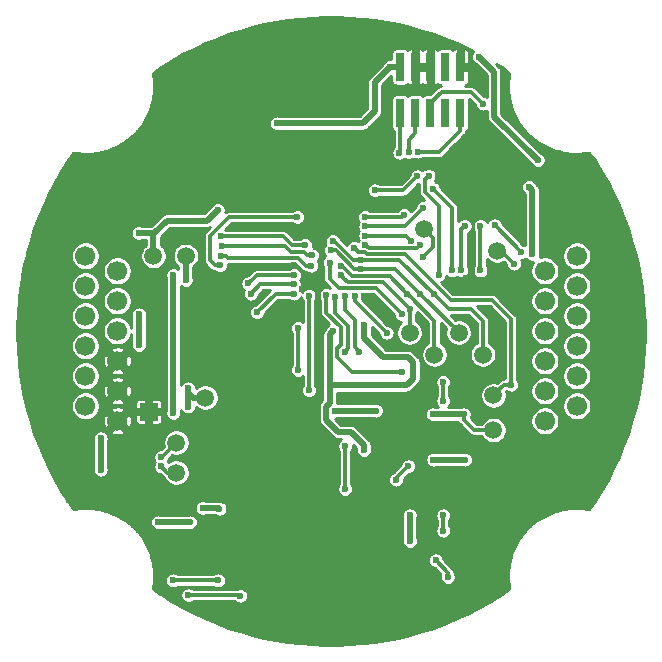
<source format=gbr>
G04 #@! TF.GenerationSoftware,KiCad,Pcbnew,(5.1.0)-1*
G04 #@! TF.CreationDate,2019-06-21T17:50:40-03:00*
G04 #@! TF.ProjectId,PCB_C,5043425f-432e-46b6-9963-61645f706362,rev?*
G04 #@! TF.SameCoordinates,Original*
G04 #@! TF.FileFunction,Copper,L2,Bot*
G04 #@! TF.FilePolarity,Positive*
%FSLAX46Y46*%
G04 Gerber Fmt 4.6, Leading zero omitted, Abs format (unit mm)*
G04 Created by KiCad (PCBNEW (5.1.0)-1) date 2019-06-21 17:50:40*
%MOMM*%
%LPD*%
G04 APERTURE LIST*
%ADD10C,6.200000*%
%ADD11C,6.300000*%
%ADD12R,0.740000X2.400000*%
%ADD13C,1.700000*%
%ADD14C,1.500000*%
%ADD15R,1.500000X1.500000*%
%ADD16C,0.600000*%
%ADD17C,0.500000*%
%ADD18C,0.300000*%
%ADD19C,0.550000*%
%ADD20C,0.400000*%
%ADD21C,0.250000*%
G04 APERTURE END LIST*
D10*
X10000000Y-30200000D03*
D11*
X-2500000Y3500000D03*
D10*
X22500000Y3500000D03*
D12*
X20940000Y8450000D03*
X20940000Y12350000D03*
X19670000Y8450000D03*
X19670000Y12350000D03*
X18400000Y8450000D03*
X18400000Y12350000D03*
X17130000Y8450000D03*
X17130000Y12350000D03*
X15860000Y8450000D03*
X15860000Y12350000D03*
D13*
X28100000Y-17620000D03*
X28100000Y-15080000D03*
X28100000Y-12540000D03*
X28100000Y-10000000D03*
X28100000Y-7460000D03*
X28100000Y-4920000D03*
X30800000Y-16350000D03*
X30800000Y-13810000D03*
X30800000Y-11270000D03*
X30800000Y-8730000D03*
X30800000Y-6190000D03*
X30800000Y-3650000D03*
X-8100000Y-17620000D03*
X-8100000Y-15080000D03*
X-8100000Y-12540000D03*
X-8100000Y-10000000D03*
X-8100000Y-7460000D03*
X-8100000Y-4920000D03*
X-10800000Y-16350000D03*
X-10800000Y-13810000D03*
X-10800000Y-11270000D03*
X-10800000Y-8730000D03*
X-10800000Y-6190000D03*
X-10800000Y-3650000D03*
D14*
X-5050000Y-3650000D03*
X23750000Y-18400000D03*
X-650000Y-15650000D03*
X-2300000Y-3650000D03*
D15*
X-5450000Y-16850000D03*
D14*
X22850000Y-12000000D03*
X-3100000Y-19450000D03*
X-3100000Y-22000000D03*
X23750000Y-15450000D03*
X24053800Y-3200400D03*
X17850000Y-1350000D03*
X16650000Y-10150000D03*
X18750000Y-12000000D03*
X20800000Y-10150000D03*
D16*
X-6451600Y-15372080D03*
X-5537200Y-15524480D03*
X-6858000Y-15880080D03*
X-9398000Y1391920D03*
X-10007600Y782320D03*
X-8839200Y782320D03*
X-8788400Y2001520D03*
X-10007600Y2001520D03*
X29362400Y375920D03*
X28651200Y-233680D03*
X29921200Y-233680D03*
X29972000Y1036320D03*
X28651200Y1036320D03*
X-6522720Y-14671040D03*
X4525000Y-8875000D03*
X14525000Y-23250000D03*
X8750000Y-25225000D03*
X-2100000Y-33325000D03*
X2325000Y-33375000D03*
X3250000Y-27150000D03*
X-1250000Y-27225000D03*
X24050000Y-28550000D03*
X24675000Y-30200000D03*
X16675000Y-31975000D03*
X-12200000Y-24300000D03*
X-7950000Y-24400000D03*
X29277352Y5060906D03*
X2150000Y-12200000D03*
X8900000Y-13100000D03*
X25250000Y-5450000D03*
X9482295Y-9399958D03*
X21429286Y-5550074D03*
X-4632960Y-14538960D03*
X-10984522Y-765478D03*
X-7650000Y-800000D03*
X-5200000Y-19550000D03*
X21100000Y-29900000D03*
X-7400000Y3650000D03*
X1960880Y-1163320D03*
X2350000Y-5350000D03*
X14700000Y-9200000D03*
X17100000Y14100000D03*
X21900000Y12300000D03*
X12600000Y9600000D03*
X6700000Y9700000D03*
X-6141720Y-12161520D03*
X-6141720Y-12827000D03*
X-6131560Y-13502640D03*
X-5984240Y-14198600D03*
X-5328920Y-14513560D03*
X-6761480Y-13208000D03*
X-6690360Y-13985240D03*
X-5902960Y-14894560D03*
X-4973320Y-15143480D03*
X-4236720Y-15173960D03*
X25928320Y-5273040D03*
X26609040Y-5044440D03*
X26410920Y-4404360D03*
X24577040Y-5374640D03*
X24246840Y-6253480D03*
X24434800Y-4653280D03*
X5435600Y2265680D03*
X4246880Y1198880D03*
X6548120Y1234440D03*
X8092440Y1330960D03*
X7167880Y589280D03*
X9088120Y381000D03*
X8509000Y-563880D03*
X9997440Y1310640D03*
X9966960Y-604520D03*
X11866880Y-563880D03*
X12806680Y553720D03*
X2758440Y-1158240D03*
X4516120Y-1178560D03*
X3667760Y-1178560D03*
X6904400Y-1977751D03*
X7553960Y-1793240D03*
X7081520Y-1280160D03*
X4876800Y-9469120D03*
X4043680Y-9398000D03*
X13619480Y3774440D03*
X13619480Y5044440D03*
X31089600Y4470400D03*
X18542000Y-18592800D03*
X15646400Y-17881600D03*
X17526000Y-19862800D03*
X4927600Y15595600D03*
X5029200Y14884400D03*
X5283200Y14173200D03*
X5842000Y13614400D03*
X14935200Y15798800D03*
X14884400Y15036800D03*
X14681200Y14325600D03*
X14122400Y13716000D03*
X8991600Y13766800D03*
X10972800Y13766800D03*
X-7264400Y-16357600D03*
X-6807200Y-16916400D03*
X-7366000Y-13817600D03*
X-7264400Y-11328400D03*
X20269200Y-6299200D03*
X12800000Y-7010010D03*
X7528813Y-6434207D03*
X6900000Y-4450000D03*
X5994400Y12903200D03*
X6045200Y12192000D03*
X13995400Y12979400D03*
X12800000Y-9475000D03*
X12800000Y-20100000D03*
X16675000Y-27775000D03*
X2325000Y-32425000D03*
X-2075000Y-32375000D03*
X19880000Y-30850000D03*
X18850000Y-29425000D03*
X10195595Y-9995485D03*
X-4650000Y-26200000D03*
X-1950000Y-26200000D03*
X-880000Y-25000000D03*
X550000Y-25050000D03*
X16650000Y-25600000D03*
X-6300000Y-1700000D03*
X27500000Y4450000D03*
X-3350000Y-16950000D03*
X-3350000Y-5250000D03*
X22500000Y13200000D03*
X14990000Y12350000D03*
X401320Y254000D03*
X5435600Y7569200D03*
X-6250000Y-11200000D03*
X-6250000Y-8600000D03*
X-9500000Y-19100000D03*
X-9499998Y-21750000D03*
X21350000Y-20900000D03*
X18650000Y-20900000D03*
X13800000Y-16750000D03*
X10300000Y-16750000D03*
X-2100000Y-16400000D03*
X-2100001Y-14850001D03*
X3000000Y-5980000D03*
X6850000Y-5250000D03*
X15999994Y-13450000D03*
X9585485Y-6947794D03*
X27050000Y-3500000D03*
X18600000Y-17050000D03*
X21230000Y-17050000D03*
X26750000Y2200000D03*
X-2300000Y-5700000D03*
X-3375000Y-31125000D03*
X425000Y-31125000D03*
X19500000Y-26900000D03*
X19500000Y-25620000D03*
X19500000Y-15900000D03*
X19500000Y-14300000D03*
X-4375000Y-21475000D03*
X14700000Y-10150000D03*
X-4375000Y-20675000D03*
X12000000Y-7000000D03*
X6850000Y-6850000D03*
X3731389Y-8431389D03*
X17550000Y-6850000D03*
X650000Y-2000000D03*
X7800000Y-2700000D03*
X9980000Y-3180000D03*
X12560340Y-4749979D03*
X18700000Y-6900000D03*
X600004Y-4450000D03*
X7150000Y-350000D03*
X10139970Y-2390000D03*
X12549008Y-3970050D03*
X650000Y-3650000D03*
X16655000Y-8155000D03*
X8336292Y-4467262D03*
X10820000Y-5280000D03*
X725750Y-2850000D03*
X16454349Y-6851338D03*
X8374264Y-3599968D03*
X10803148Y-4500170D03*
X17800000Y399998D03*
X22650000Y-4880054D03*
X22650002Y-1100000D03*
X12900042Y-1153054D03*
X25250000Y-14550000D03*
X11940000Y-2970000D03*
X8108813Y-7008108D03*
X8120000Y-15030000D03*
X12877184Y-353883D03*
X16177697Y-178037D03*
X26094363Y-3344363D03*
X23850000Y-1050000D03*
X25500000Y-4300000D03*
X17750000Y-3750002D03*
X15790257Y5099195D03*
X16569991Y5119991D03*
X22850000Y9250000D03*
X17291210Y3080708D03*
X17350000Y5169990D03*
X13700000Y1900000D03*
X16016475Y-8602983D03*
X9875478Y-4219999D03*
X21029924Y-4880052D03*
X21300000Y-1110030D03*
X18250004Y3150004D03*
X19100000Y-5250000D03*
X20249911Y-4880052D03*
X18600000Y2050000D03*
X16750000Y-2350000D03*
X12899123Y-1933065D03*
X17559670Y-2711642D03*
X12912109Y-2712969D03*
X11139988Y-11779980D03*
X10357761Y-7111059D03*
X16550000Y-21450000D03*
X15508812Y-22591188D03*
X12400000Y-11750000D03*
X11200000Y-23400000D03*
X11200000Y-19750000D03*
X11200000Y-7000000D03*
X7200000Y-9750000D03*
X7200000Y-13300000D03*
X3200000Y-6850000D03*
X6850000Y-6050000D03*
X6850000Y-6050000D03*
D17*
X17130000Y12350000D02*
X18400000Y12350000D01*
X17130000Y12350000D02*
X17130000Y14070000D01*
X17130000Y14070000D02*
X17100000Y14100000D01*
X20940000Y12350000D02*
X21850000Y12350000D01*
X21850000Y12350000D02*
X21900000Y12300000D01*
X12800000Y-7300000D02*
X12800000Y-7010010D01*
X14700000Y-9200000D02*
X12800000Y-7300000D01*
X8334208Y-6134208D02*
X8855484Y-6655484D01*
X9182296Y-9099959D02*
X9482295Y-9399958D01*
X8855484Y-8773147D02*
X9182296Y-9099959D01*
X8855484Y-6655484D02*
X8855484Y-8773147D01*
X7828812Y-6134208D02*
X8334208Y-6134208D01*
X7528813Y-6434207D02*
X7828812Y-6134208D01*
D18*
X2275000Y-32375000D02*
X2325000Y-32425000D01*
X-2075000Y-32375000D02*
X2275000Y-32375000D01*
X19880000Y-30850000D02*
X19880000Y-30455000D01*
X19880000Y-30455000D02*
X18850000Y-29425000D01*
D17*
X-4650000Y-26200000D02*
X-1950000Y-26200000D01*
X-880000Y-25000000D02*
X500000Y-25000000D01*
X500000Y-25000000D02*
X550000Y-25050000D01*
X16650000Y-27750000D02*
X16675000Y-27775000D01*
X16650000Y-25600000D02*
X16650000Y-27750000D01*
X9569999Y-16399599D02*
X9569999Y-17519999D01*
X9895596Y-16074002D02*
X9569999Y-16399599D01*
X10195595Y-9995485D02*
X9895596Y-10295484D01*
X9569999Y-17519999D02*
X10600000Y-18550000D01*
X11674264Y-18550000D02*
X10600000Y-18550000D01*
X12800000Y-19675736D02*
X11674264Y-18550000D01*
X12800000Y-20100000D02*
X12800000Y-19675736D01*
X9895596Y-14595596D02*
X16404404Y-14595596D01*
X9895596Y-14595596D02*
X9895596Y-16074002D01*
X9895596Y-10295484D02*
X9895596Y-14595596D01*
X16404404Y-14595596D02*
X16950000Y-14050000D01*
X16950000Y-14050000D02*
X16950000Y-12650000D01*
X-3350000Y-16950000D02*
X-3350000Y-5250000D01*
X-5050000Y-1800000D02*
X-4950000Y-1700000D01*
X-5050000Y-3650000D02*
X-5050000Y-1800000D01*
X-6300000Y-1700000D02*
X-4950000Y-1700000D01*
X-3900000Y-650000D02*
X-4950000Y-1700000D01*
X-850000Y-650000D02*
X-3900000Y-650000D01*
X12800000Y-9475000D02*
X12800000Y-10600000D01*
X14400000Y-12200000D02*
X16500000Y-12200000D01*
X12800000Y-10600000D02*
X14400000Y-12200000D01*
X16950000Y-12650000D02*
X16500000Y-12200000D01*
X14990000Y12350000D02*
X13700000Y11060000D01*
X15860000Y12350000D02*
X14990000Y12350000D01*
X13700000Y8600000D02*
X12669999Y7569999D01*
X13700000Y11060000D02*
X13700000Y8600000D01*
X12669999Y7569999D02*
X7369999Y7569999D01*
X27500000Y4450000D02*
X23800000Y8150000D01*
X23800000Y8150000D02*
X23800000Y11900000D01*
X23800000Y11900000D02*
X22500000Y13200000D01*
X-850000Y-650000D02*
X-502680Y-650000D01*
X-502680Y-650000D02*
X401320Y254000D01*
X7369200Y7569200D02*
X7369999Y7569999D01*
X5435600Y7569200D02*
X7369200Y7569200D01*
D19*
X-6250000Y-11200000D02*
X-6250000Y-8600000D01*
D20*
X-9500000Y-21750002D02*
X-9499998Y-21750000D01*
D17*
X-9500000Y-21749998D02*
X-9499998Y-21750000D01*
X-9500000Y-19100000D02*
X-9500000Y-21749998D01*
X21350000Y-20900000D02*
X18650000Y-20900000D01*
X13800000Y-16750000D02*
X10300000Y-16750000D01*
X-2100000Y-16400000D02*
X-2100001Y-15274265D01*
X-2100001Y-15274265D02*
X-2100001Y-14850001D01*
X-2086395Y-15274265D02*
X-2100001Y-15274265D01*
X-1710660Y-15650000D02*
X-2086395Y-15274265D01*
X-650000Y-15650000D02*
X-1710660Y-15650000D01*
D18*
X3730000Y-5250000D02*
X3299999Y-5680001D01*
X6850000Y-5250000D02*
X3730000Y-5250000D01*
X3299999Y-5680001D02*
X3000000Y-5980000D01*
X9585485Y-7372058D02*
X9585485Y-6947794D01*
X15999994Y-13450000D02*
X11750000Y-13450000D01*
X9585485Y-8452973D02*
X9585485Y-7372058D01*
X10837586Y-9705074D02*
X9585485Y-8452973D01*
X10509986Y-11477578D02*
X10837586Y-11149978D01*
X10509986Y-12209986D02*
X10509986Y-11477578D01*
X11750000Y-13450000D02*
X10509986Y-12209986D01*
X10837586Y-11149978D02*
X10837586Y-9705074D01*
D17*
X18600000Y-17050000D02*
X21230000Y-17050000D01*
X27049999Y1900001D02*
X26750000Y2200000D01*
X27050000Y-3500000D02*
X27049999Y1900001D01*
D18*
X21230000Y-17050000D02*
X21230000Y-17530000D01*
X22100000Y-18400000D02*
X23750000Y-18400000D01*
X21230000Y-17530000D02*
X22100000Y-18400000D01*
D17*
X-2300000Y-3650000D02*
X-2300000Y-5700000D01*
D18*
X-3375000Y-31125000D02*
X425000Y-31125000D01*
X19500000Y-26900000D02*
X19500000Y-25620000D01*
X19500000Y-15900000D02*
X19500000Y-14300000D01*
X-3850000Y-22000000D02*
X-4375000Y-21475000D01*
X-3100000Y-22000000D02*
X-3850000Y-22000000D01*
X-4325000Y-20675000D02*
X-3100000Y-19450000D01*
X-4375000Y-20675000D02*
X-4325000Y-20675000D01*
X12000000Y-7000000D02*
X12000000Y-7450000D01*
X12000000Y-7450000D02*
X14700000Y-10150000D01*
X5312778Y-6850000D02*
X3731389Y-8431389D01*
X6850000Y-6850000D02*
X5312778Y-6850000D01*
X20800000Y-10100000D02*
X20800000Y-10150000D01*
X17550000Y-6850000D02*
X20800000Y-10100000D01*
X650000Y-2000000D02*
X5967598Y-2000000D01*
X6667598Y-2700000D02*
X7375736Y-2700000D01*
X7375736Y-2700000D02*
X7800000Y-2700000D01*
X5967598Y-2000000D02*
X6667598Y-2700000D01*
X17550000Y-6850000D02*
X15449979Y-4749979D01*
X15449979Y-4749979D02*
X12984604Y-4749979D01*
X12984604Y-4749979D02*
X12560340Y-4749979D01*
X10386063Y-3180000D02*
X11956042Y-4749979D01*
X12136076Y-4749979D02*
X12560340Y-4749979D01*
X9980000Y-3180000D02*
X10386063Y-3180000D01*
X11956042Y-4749979D02*
X12136076Y-4749979D01*
X175740Y-4450000D02*
X-250000Y-4024260D01*
X600004Y-4450000D02*
X175740Y-4450000D01*
X1367598Y-350000D02*
X7150000Y-350000D01*
X-250000Y-4024260D02*
X-250000Y-1967598D01*
X-250000Y-1967598D02*
X1367598Y-350000D01*
X19950000Y-8150000D02*
X21850000Y-8150000D01*
X18700000Y-6900000D02*
X19950000Y-8150000D01*
X22850000Y-9150000D02*
X22850000Y-10150000D01*
X22850000Y-10939340D02*
X22850000Y-12000000D01*
X22850000Y-9150000D02*
X22850000Y-10939340D01*
X22400000Y-8700000D02*
X22850000Y-9150000D01*
X21850000Y-8150000D02*
X22400000Y-8700000D01*
X15780059Y-3980059D02*
X12559017Y-3980059D01*
X12559017Y-3980059D02*
X12549008Y-3970050D01*
X18700000Y-6900000D02*
X15780059Y-3980059D01*
X10274899Y-2390000D02*
X10139970Y-2390000D01*
X11854949Y-3970050D02*
X10274899Y-2390000D01*
X12549008Y-3970050D02*
X11854949Y-3970050D01*
X16650000Y-8160000D02*
X16655000Y-8155000D01*
X16650000Y-10150000D02*
X16650000Y-8160000D01*
X1074264Y-3650000D02*
X1244263Y-3819999D01*
X7195735Y-3819999D02*
X7842998Y-4467262D01*
X1244263Y-3819999D02*
X7195735Y-3819999D01*
X650000Y-3650000D02*
X1074264Y-3650000D01*
X7842998Y-4467262D02*
X7912028Y-4467262D01*
X7912028Y-4467262D02*
X8336292Y-4467262D01*
X16655000Y-8155000D02*
X14360000Y-5860000D01*
X14360000Y-5860000D02*
X11400000Y-5860000D01*
X11400000Y-5860000D02*
X11119999Y-5579999D01*
X11119999Y-5579999D02*
X10820000Y-5280000D01*
X18750000Y-12000000D02*
X18750000Y-9146989D01*
X16754348Y-7151337D02*
X16454349Y-6851338D01*
X18750000Y-9146989D02*
X16754348Y-7151337D01*
X6618763Y-3330001D02*
X7680033Y-3330001D01*
X7950000Y-3599968D02*
X8374264Y-3599968D01*
X7680033Y-3330001D02*
X7950000Y-3599968D01*
X6138762Y-2850000D02*
X6618763Y-3330001D01*
X725750Y-2850000D02*
X6138762Y-2850000D01*
X16454349Y-6851338D02*
X14983000Y-5379989D01*
X11812393Y-5379989D02*
X10932574Y-4500170D01*
X14983000Y-5379989D02*
X11812393Y-5379989D01*
X10932574Y-4500170D02*
X10803148Y-4500170D01*
X22650000Y-1100002D02*
X22650002Y-1100000D01*
X22650000Y-4880054D02*
X22650000Y-1100002D01*
X17800000Y399998D02*
X16246948Y-1153054D01*
X16246948Y-1153054D02*
X13324306Y-1153054D01*
X13324306Y-1153054D02*
X12900042Y-1153054D01*
X24650000Y-14550000D02*
X23750000Y-15450000D01*
X25250000Y-14550000D02*
X24650000Y-14550000D01*
X23637868Y-7387868D02*
X20112132Y-7387868D01*
X12239999Y-3269999D02*
X11940000Y-2970000D01*
X13010878Y-3499518D02*
X12851409Y-3340049D01*
X16223782Y-3499518D02*
X13010878Y-3499518D01*
X20112132Y-7387868D02*
X16223782Y-3499518D01*
X12310049Y-3340049D02*
X12239999Y-3269999D01*
X25250000Y-9000000D02*
X23637868Y-7387868D01*
X25250000Y-14550000D02*
X25250000Y-9000000D01*
X12851409Y-3340049D02*
X12310049Y-3340049D01*
X8120000Y-7019295D02*
X8108813Y-7008108D01*
X8120000Y-15030000D02*
X8120000Y-7019295D01*
X16001851Y-353883D02*
X16177697Y-178037D01*
X12877184Y-353883D02*
X16001851Y-353883D01*
X23850000Y-1050000D02*
X26094363Y-3294363D01*
X26094363Y-3294363D02*
X26094363Y-3344363D01*
X24400400Y-3200400D02*
X25500000Y-4300000D01*
X24053800Y-3200400D02*
X24400400Y-3200400D01*
X18599999Y-2900003D02*
X18049999Y-3450003D01*
X18599999Y-2099999D02*
X18599999Y-2900003D01*
X17850000Y-1350000D02*
X18599999Y-2099999D01*
X18049999Y-3450003D02*
X17750000Y-3750002D01*
X15850000Y5158938D02*
X15790257Y5099195D01*
X15860000Y5168938D02*
X15790257Y5099195D01*
X15860000Y8450000D02*
X15860000Y5168938D01*
X16569991Y5119991D02*
X16569991Y6169991D01*
X17130000Y6730000D02*
X17130000Y8450000D01*
X16569991Y6169991D02*
X17130000Y6730000D01*
X21850001Y10249999D02*
X22550001Y9549999D01*
X19369999Y10249999D02*
X21850001Y10249999D01*
X22550001Y9549999D02*
X22850000Y9250000D01*
X18400000Y8450000D02*
X18400000Y9280000D01*
X18400000Y9280000D02*
X19369999Y10249999D01*
X16110502Y1900000D02*
X14124264Y1900000D01*
X14124264Y1900000D02*
X13700000Y1900000D01*
X17291210Y3080708D02*
X16110502Y1900000D01*
X17774264Y5169990D02*
X17350000Y5169990D01*
X19159990Y5169990D02*
X17774264Y5169990D01*
X20940000Y6950000D02*
X19159990Y5169990D01*
X20940000Y8450000D02*
X20940000Y6950000D01*
X13783491Y-6369999D02*
X15716476Y-8302984D01*
X9875478Y-4219999D02*
X9875478Y-5575478D01*
X9875478Y-5575478D02*
X10669999Y-6369999D01*
X10669999Y-6369999D02*
X13783491Y-6369999D01*
X15716476Y-8302984D02*
X16016475Y-8602983D01*
X21029924Y-4880052D02*
X21029924Y-1380106D01*
X21029924Y-1380106D02*
X21300000Y-1110030D01*
X17950005Y1767593D02*
X19100000Y617598D01*
X18250004Y3150004D02*
X17950005Y2850005D01*
X19100000Y-4825736D02*
X19100000Y-5250000D01*
X19100000Y617598D02*
X19100000Y-4825736D01*
X17950005Y2850005D02*
X17950005Y1767593D01*
X20249911Y400089D02*
X18899999Y1750001D01*
X18899999Y1750001D02*
X18600000Y2050000D01*
X20249911Y-4880052D02*
X20249911Y400089D01*
X16750000Y-2350000D02*
X16333065Y-1933065D01*
X13323387Y-1933065D02*
X12899123Y-1933065D01*
X16333065Y-1933065D02*
X13323387Y-1933065D01*
X17259671Y-3011641D02*
X13210781Y-3011641D01*
X17559670Y-2711642D02*
X17259671Y-3011641D01*
X13210781Y-3011641D02*
X12912109Y-2712969D01*
X10357761Y-8505359D02*
X10357761Y-7535323D01*
X11439987Y-9587585D02*
X10357761Y-8505359D01*
X11139988Y-11779980D02*
X11439987Y-11479981D01*
X11439987Y-11479981D02*
X11439987Y-9587585D01*
X10357761Y-7535323D02*
X10357761Y-7111059D01*
X15508812Y-22491188D02*
X16550000Y-21450000D01*
X15508812Y-22591188D02*
X15508812Y-22491188D01*
X11200000Y-23400000D02*
X11200000Y-19750000D01*
X11200000Y-7000000D02*
X11200000Y-8219942D01*
X12100001Y-11450001D02*
X12400000Y-11750000D01*
X12040029Y-11390029D02*
X12100001Y-11450001D01*
X12040029Y-9059971D02*
X12040029Y-11390029D01*
X11200000Y-8219942D02*
X12040029Y-9059971D01*
X7200000Y-9750000D02*
X7200000Y-13300000D01*
X6850000Y-6050000D02*
X4000000Y-6050000D01*
X4000000Y-6050000D02*
X3200000Y-6850000D01*
D21*
G36*
X11558577Y16529276D02*
G01*
X12595542Y16448141D01*
X13629383Y16326442D01*
X14658858Y16164174D01*
X15682686Y15961348D01*
X16699652Y15717956D01*
X17708482Y15434008D01*
X18707969Y15109493D01*
X19696845Y14744416D01*
X20673831Y14338794D01*
X21637778Y13892583D01*
X22034583Y13689177D01*
X21975693Y13630287D01*
X21901823Y13519732D01*
X21850940Y13396890D01*
X21825000Y13266482D01*
X21825000Y13133518D01*
X21850940Y13003110D01*
X21901823Y12880268D01*
X21975693Y12769713D01*
X22069713Y12675693D01*
X22180268Y12601823D01*
X22238355Y12577762D01*
X23175001Y11641115D01*
X23175000Y9844657D01*
X23169732Y9848177D01*
X23046890Y9899060D01*
X22917705Y9924757D01*
X22239472Y10602989D01*
X22223028Y10623026D01*
X22143087Y10688632D01*
X22051882Y10737382D01*
X21952919Y10767402D01*
X21875789Y10774999D01*
X21875781Y10774999D01*
X21850001Y10777538D01*
X21824221Y10774999D01*
X21328409Y10774999D01*
X21383513Y10780426D01*
X21454200Y10801869D01*
X21519347Y10836691D01*
X21576448Y10883552D01*
X21623309Y10940653D01*
X21658131Y11005800D01*
X21679574Y11076487D01*
X21686814Y11150000D01*
X21685000Y12031250D01*
X21591250Y12125000D01*
X21165000Y12125000D01*
X21165000Y12105000D01*
X20715000Y12105000D01*
X20715000Y12125000D01*
X20695000Y12125000D01*
X20695000Y12575000D01*
X20715000Y12575000D01*
X20715000Y13831250D01*
X21165000Y13831250D01*
X21165000Y12575000D01*
X21591250Y12575000D01*
X21685000Y12668750D01*
X21686814Y13550000D01*
X21679574Y13623513D01*
X21658131Y13694200D01*
X21623309Y13759347D01*
X21576448Y13816448D01*
X21519347Y13863309D01*
X21454200Y13898131D01*
X21383513Y13919574D01*
X21310000Y13926814D01*
X21258750Y13925000D01*
X21165000Y13831250D01*
X20715000Y13831250D01*
X20621250Y13925000D01*
X20570000Y13926814D01*
X20496487Y13919574D01*
X20425800Y13898131D01*
X20360653Y13863309D01*
X20305000Y13817636D01*
X20249347Y13863309D01*
X20184200Y13898131D01*
X20113513Y13919574D01*
X20040000Y13926814D01*
X19300000Y13926814D01*
X19226487Y13919574D01*
X19155800Y13898131D01*
X19090653Y13863309D01*
X19035000Y13817636D01*
X18979347Y13863309D01*
X18914200Y13898131D01*
X18843513Y13919574D01*
X18770000Y13926814D01*
X18718750Y13925000D01*
X18625000Y13831250D01*
X18625000Y12575000D01*
X18645000Y12575000D01*
X18645000Y12125000D01*
X18625000Y12125000D01*
X18625000Y10868750D01*
X18718750Y10775000D01*
X18770000Y10773186D01*
X18843513Y10780426D01*
X18914200Y10801869D01*
X18979347Y10836691D01*
X19035000Y10882364D01*
X19090653Y10836691D01*
X19155800Y10801869D01*
X19226487Y10780426D01*
X19300000Y10773186D01*
X19325804Y10773186D01*
X19267081Y10767402D01*
X19168118Y10737382D01*
X19076913Y10688632D01*
X19046981Y10664067D01*
X19017002Y10639465D01*
X19016998Y10639461D01*
X18996972Y10623026D01*
X18980537Y10603000D01*
X18404352Y10026814D01*
X18030000Y10026814D01*
X17956487Y10019574D01*
X17885800Y9998131D01*
X17820653Y9963309D01*
X17765000Y9917636D01*
X17709347Y9963309D01*
X17644200Y9998131D01*
X17573513Y10019574D01*
X17500000Y10026814D01*
X16760000Y10026814D01*
X16686487Y10019574D01*
X16615800Y9998131D01*
X16550653Y9963309D01*
X16495000Y9917636D01*
X16439347Y9963309D01*
X16374200Y9998131D01*
X16303513Y10019574D01*
X16230000Y10026814D01*
X15490000Y10026814D01*
X15416487Y10019574D01*
X15345800Y9998131D01*
X15280653Y9963309D01*
X15223552Y9916448D01*
X15176691Y9859347D01*
X15141869Y9794200D01*
X15120426Y9723513D01*
X15113186Y9650000D01*
X15113186Y7250000D01*
X15120426Y7176487D01*
X15141869Y7105800D01*
X15176691Y7040653D01*
X15223552Y6983552D01*
X15280653Y6936691D01*
X15335000Y6907642D01*
X15335001Y5598533D01*
X15265950Y5529482D01*
X15192080Y5418927D01*
X15141197Y5296085D01*
X15115257Y5165677D01*
X15115257Y5032713D01*
X15141197Y4902305D01*
X15192080Y4779463D01*
X15265950Y4668908D01*
X15359970Y4574888D01*
X15470525Y4501018D01*
X15593367Y4450135D01*
X15723775Y4424195D01*
X15856739Y4424195D01*
X15987147Y4450135D01*
X16109989Y4501018D01*
X16195686Y4558278D01*
X16250259Y4521814D01*
X16373101Y4470931D01*
X16503509Y4444991D01*
X16636473Y4444991D01*
X16766881Y4470931D01*
X16889723Y4521814D01*
X16997410Y4593768D01*
X17030268Y4571813D01*
X17153110Y4520930D01*
X17283518Y4494990D01*
X17416482Y4494990D01*
X17546890Y4520930D01*
X17669732Y4571813D01*
X17779250Y4644990D01*
X19134210Y4644990D01*
X19159990Y4642451D01*
X19185770Y4644990D01*
X19185778Y4644990D01*
X19262908Y4652587D01*
X19361871Y4682607D01*
X19453076Y4731357D01*
X19533017Y4796963D01*
X19549461Y4817000D01*
X21292996Y6560534D01*
X21313027Y6576973D01*
X21378633Y6656914D01*
X21427383Y6748119D01*
X21457403Y6847082D01*
X21463277Y6906721D01*
X21519347Y6936691D01*
X21576448Y6983552D01*
X21623309Y7040653D01*
X21658131Y7105800D01*
X21679574Y7176487D01*
X21686814Y7250000D01*
X21686814Y9650000D01*
X21684550Y9672989D01*
X22175243Y9182295D01*
X22200940Y9053110D01*
X22251823Y8930268D01*
X22325693Y8819713D01*
X22419713Y8725693D01*
X22530268Y8651823D01*
X22653110Y8600940D01*
X22783518Y8575000D01*
X22916482Y8575000D01*
X23046890Y8600940D01*
X23169732Y8651823D01*
X23175000Y8655343D01*
X23175000Y8180694D01*
X23171977Y8150000D01*
X23175000Y8119306D01*
X23175000Y8119297D01*
X23184043Y8027480D01*
X23219781Y7909667D01*
X23277817Y7801090D01*
X23355920Y7705920D01*
X23379776Y7686342D01*
X26877763Y4188354D01*
X26901823Y4130268D01*
X26975693Y4019713D01*
X27069713Y3925693D01*
X27180268Y3851823D01*
X27303110Y3800940D01*
X27433518Y3775000D01*
X27566482Y3775000D01*
X27696890Y3800940D01*
X27819732Y3851823D01*
X27930287Y3925693D01*
X28024307Y4019713D01*
X28098177Y4130268D01*
X28149060Y4253110D01*
X28175000Y4383518D01*
X28175000Y4516482D01*
X28149060Y4646890D01*
X28098177Y4769732D01*
X28024307Y4880287D01*
X27930287Y4974307D01*
X27819732Y5048177D01*
X27761646Y5072237D01*
X24425000Y8408882D01*
X24425000Y11869298D01*
X24428024Y11900000D01*
X24423961Y11941254D01*
X24415957Y12022521D01*
X24380219Y12140334D01*
X24332921Y12228822D01*
X24322183Y12248912D01*
X24263653Y12320231D01*
X24263649Y12320235D01*
X24244080Y12344080D01*
X24220234Y12363650D01*
X24004617Y12579267D01*
X24438649Y12310520D01*
X25103871Y11860325D01*
X25090366Y11795014D01*
X25088449Y11788036D01*
X25086142Y11774590D01*
X25083379Y11761227D01*
X25082615Y11754029D01*
X25056782Y11603446D01*
X25055109Y11596430D01*
X25053259Y11582908D01*
X25050946Y11569425D01*
X25050428Y11562216D01*
X25029814Y11411545D01*
X25028382Y11404490D01*
X25026987Y11390877D01*
X25025132Y11377320D01*
X25024860Y11370127D01*
X25009417Y11219453D01*
X25008227Y11212376D01*
X25007291Y11198712D01*
X25005893Y11185072D01*
X25005865Y11177889D01*
X24995553Y11027352D01*
X24994603Y11020249D01*
X24994126Y11006523D01*
X24993189Y10992845D01*
X24993402Y10985693D01*
X24988178Y10835383D01*
X24987469Y10828271D01*
X24987453Y10814517D01*
X24986976Y10800798D01*
X24987428Y10793677D01*
X24987252Y10643706D01*
X24986783Y10636600D01*
X24987227Y10622856D01*
X24987211Y10609092D01*
X24987901Y10601998D01*
X24992733Y10452507D01*
X24992502Y10445393D01*
X24993408Y10431633D01*
X24993852Y10417884D01*
X24994776Y10410843D01*
X25004579Y10261900D01*
X25004585Y10254810D01*
X25005948Y10241096D01*
X25006854Y10227329D01*
X25008012Y10220328D01*
X25022745Y10072076D01*
X25022987Y10065004D01*
X25024806Y10051343D01*
X25026172Y10037594D01*
X25027562Y10030639D01*
X25047190Y9883199D01*
X25047667Y9876132D01*
X25049946Y9862493D01*
X25051766Y9848825D01*
X25053380Y9841947D01*
X25077876Y9695377D01*
X25078585Y9688356D01*
X25081311Y9674825D01*
X25083591Y9661182D01*
X25085434Y9654358D01*
X25114754Y9508814D01*
X25115695Y9501826D01*
X25118868Y9488393D01*
X25121602Y9474823D01*
X25123671Y9468062D01*
X25157783Y9323661D01*
X25158957Y9316695D01*
X25162582Y9303345D01*
X25165758Y9289901D01*
X25168045Y9283227D01*
X25206928Y9140035D01*
X25208330Y9133125D01*
X25212389Y9119924D01*
X25216016Y9106568D01*
X25218526Y9099965D01*
X25262140Y8958131D01*
X25263772Y8951263D01*
X25268269Y8938200D01*
X25272332Y8924985D01*
X25275060Y8918469D01*
X25323380Y8778090D01*
X25325241Y8771275D01*
X25330170Y8758365D01*
X25334667Y8745300D01*
X25337609Y8738879D01*
X25390606Y8600068D01*
X25392695Y8593308D01*
X25398047Y8580576D01*
X25402972Y8567677D01*
X25406130Y8561350D01*
X25463779Y8424216D01*
X25466095Y8417520D01*
X25471865Y8404981D01*
X25477211Y8392263D01*
X25480582Y8386035D01*
X25542856Y8250696D01*
X25545397Y8244073D01*
X25551575Y8231746D01*
X25557339Y8219219D01*
X25560922Y8213096D01*
X25627793Y8079667D01*
X25630561Y8073116D01*
X25637143Y8061010D01*
X25643312Y8048701D01*
X25647103Y8042690D01*
X25718553Y7911277D01*
X25721545Y7904810D01*
X25728520Y7892946D01*
X25735090Y7880862D01*
X25739089Y7874969D01*
X25815096Y7745683D01*
X25818307Y7739313D01*
X25825655Y7727723D01*
X25832627Y7715864D01*
X25836837Y7710085D01*
X25917364Y7583071D01*
X25920802Y7576786D01*
X25928539Y7565445D01*
X25935884Y7553860D01*
X25940291Y7548220D01*
X26025331Y7423568D01*
X26028988Y7417387D01*
X26037093Y7406327D01*
X26044812Y7395013D01*
X26049417Y7389511D01*
X26138948Y7267343D01*
X26142822Y7261273D01*
X26151280Y7250515D01*
X26159367Y7239480D01*
X26164171Y7234118D01*
X26258167Y7114562D01*
X26262258Y7108608D01*
X26271070Y7098150D01*
X26279507Y7087419D01*
X26284499Y7082213D01*
X26382948Y6965378D01*
X26387248Y6959555D01*
X26396391Y6949424D01*
X26405182Y6938992D01*
X26410365Y6933942D01*
X26513235Y6819964D01*
X26517746Y6814272D01*
X26527222Y6804467D01*
X26536343Y6794361D01*
X26541706Y6789480D01*
X26648985Y6678476D01*
X26653687Y6672941D01*
X26663480Y6663476D01*
X26672945Y6653683D01*
X26678480Y6648981D01*
X26789483Y6541703D01*
X26794365Y6536339D01*
X26804471Y6527218D01*
X26814276Y6517742D01*
X26819968Y6513231D01*
X26933946Y6410361D01*
X26938996Y6405178D01*
X26949428Y6396387D01*
X26959559Y6387244D01*
X26965383Y6382944D01*
X27082217Y6284495D01*
X27087423Y6279503D01*
X27098154Y6271067D01*
X27108612Y6262254D01*
X27114567Y6258162D01*
X27234116Y6164173D01*
X27239484Y6159363D01*
X27250533Y6151266D01*
X27261278Y6142818D01*
X27267340Y6138948D01*
X27389515Y6049413D01*
X27395017Y6044808D01*
X27406331Y6037089D01*
X27417391Y6028984D01*
X27423572Y6025327D01*
X27548224Y5940287D01*
X27553864Y5935880D01*
X27565449Y5928535D01*
X27576790Y5920798D01*
X27583075Y5917360D01*
X27710088Y5836834D01*
X27715868Y5832623D01*
X27727727Y5825651D01*
X27739317Y5818303D01*
X27745687Y5815092D01*
X27874973Y5739085D01*
X27880866Y5735086D01*
X27892949Y5728516D01*
X27904814Y5721541D01*
X27911283Y5718549D01*
X28042690Y5647102D01*
X28048705Y5643308D01*
X28061024Y5637134D01*
X28073119Y5630558D01*
X28079665Y5627792D01*
X28213100Y5560918D01*
X28219223Y5557335D01*
X28231750Y5551571D01*
X28244077Y5545393D01*
X28250700Y5542852D01*
X28386044Y5480575D01*
X28392267Y5477207D01*
X28404975Y5471865D01*
X28417523Y5466091D01*
X28424224Y5463773D01*
X28561358Y5406124D01*
X28567681Y5402968D01*
X28580570Y5398047D01*
X28593311Y5392691D01*
X28600075Y5390600D01*
X28738887Y5337603D01*
X28745304Y5334663D01*
X28758359Y5330169D01*
X28771278Y5325237D01*
X28778098Y5323375D01*
X28918473Y5275056D01*
X28924989Y5272328D01*
X28938204Y5268264D01*
X28951267Y5263768D01*
X28958135Y5262136D01*
X29099973Y5218521D01*
X29106572Y5216012D01*
X29119921Y5212387D01*
X29133128Y5208326D01*
X29140041Y5206924D01*
X29283238Y5168039D01*
X29289905Y5165754D01*
X29303335Y5162581D01*
X29316697Y5158953D01*
X29323669Y5157778D01*
X29468068Y5123666D01*
X29474827Y5121598D01*
X29488393Y5118865D01*
X29501829Y5115691D01*
X29508817Y5114750D01*
X29654376Y5085426D01*
X29661186Y5083587D01*
X29674796Y5081312D01*
X29688359Y5078580D01*
X29695395Y5077870D01*
X29841953Y5053376D01*
X29848829Y5051762D01*
X29862493Y5049943D01*
X29876135Y5047663D01*
X29883204Y5047186D01*
X30030644Y5027558D01*
X30037598Y5026168D01*
X30051344Y5024802D01*
X30065007Y5022983D01*
X30072080Y5022741D01*
X30220335Y5008007D01*
X30227334Y5006850D01*
X30241095Y5005944D01*
X30254813Y5004581D01*
X30261905Y5004575D01*
X30410846Y4994772D01*
X30417887Y4993848D01*
X30431636Y4993404D01*
X30445396Y4992498D01*
X30452510Y4992729D01*
X30602002Y4987897D01*
X30609096Y4987207D01*
X30622859Y4987223D01*
X30636603Y4986779D01*
X30643709Y4987248D01*
X30793681Y4987424D01*
X30800802Y4986972D01*
X30814521Y4987449D01*
X30828275Y4987465D01*
X30835387Y4988174D01*
X30985697Y4993398D01*
X30992849Y4993185D01*
X31006527Y4994122D01*
X31020253Y4994599D01*
X31027356Y4995549D01*
X31177893Y5005861D01*
X31185076Y5005889D01*
X31198716Y5007287D01*
X31212380Y5008223D01*
X31219457Y5009413D01*
X31370131Y5024856D01*
X31377324Y5025128D01*
X31390881Y5026983D01*
X31404494Y5028378D01*
X31411549Y5029810D01*
X31562220Y5050424D01*
X31569429Y5050942D01*
X31582912Y5053255D01*
X31596434Y5055105D01*
X31603450Y5056778D01*
X31754033Y5082611D01*
X31761231Y5083375D01*
X31774594Y5086138D01*
X31788040Y5088445D01*
X31795018Y5090362D01*
X31860330Y5103868D01*
X32310523Y4438647D01*
X32878468Y3521402D01*
X33405819Y2587365D01*
X33892600Y1637746D01*
X34338810Y673799D01*
X34744431Y-303188D01*
X35109499Y-1292042D01*
X35434014Y-2291528D01*
X35717967Y-3300375D01*
X35961353Y-4317322D01*
X36164180Y-5341155D01*
X36326447Y-6370627D01*
X36448145Y-7404461D01*
X36529280Y-8441428D01*
X36569848Y-9480271D01*
X36569847Y-10519754D01*
X36529281Y-11558575D01*
X36448147Y-12595538D01*
X36326449Y-13629373D01*
X36164184Y-14658843D01*
X35961358Y-15682678D01*
X35717973Y-16699620D01*
X35434022Y-17708467D01*
X35109506Y-18707960D01*
X34744442Y-19696806D01*
X34338817Y-20673801D01*
X33892613Y-21637741D01*
X33405834Y-22587358D01*
X32878478Y-23521405D01*
X32310540Y-24438639D01*
X31860342Y-25103870D01*
X31795030Y-25090365D01*
X31788052Y-25088448D01*
X31774606Y-25086141D01*
X31761243Y-25083378D01*
X31754045Y-25082614D01*
X31603462Y-25056781D01*
X31596446Y-25055108D01*
X31582924Y-25053258D01*
X31569441Y-25050945D01*
X31562232Y-25050427D01*
X31411561Y-25029813D01*
X31404506Y-25028381D01*
X31390892Y-25026986D01*
X31377336Y-25025131D01*
X31370143Y-25024859D01*
X31219478Y-25009417D01*
X31212391Y-25008225D01*
X31198710Y-25007288D01*
X31185090Y-25005892D01*
X31177914Y-25005864D01*
X31027367Y-24995552D01*
X31020266Y-24994603D01*
X31006540Y-24994126D01*
X30992860Y-24993189D01*
X30985709Y-24993402D01*
X30835400Y-24988178D01*
X30828288Y-24987469D01*
X30814534Y-24987453D01*
X30800815Y-24986976D01*
X30793694Y-24987428D01*
X30643721Y-24987252D01*
X30636615Y-24986783D01*
X30622871Y-24987227D01*
X30609108Y-24987211D01*
X30602014Y-24987901D01*
X30452521Y-24992733D01*
X30445410Y-24992502D01*
X30431650Y-24993408D01*
X30417899Y-24993852D01*
X30410858Y-24994776D01*
X30261922Y-25004578D01*
X30254824Y-25004584D01*
X30241100Y-25005948D01*
X30227349Y-25006853D01*
X30220352Y-25008010D01*
X30072100Y-25022745D01*
X30065020Y-25022987D01*
X30051337Y-25024809D01*
X30037609Y-25026173D01*
X30030666Y-25027560D01*
X29883214Y-25047190D01*
X29876151Y-25047667D01*
X29862519Y-25049945D01*
X29848842Y-25051766D01*
X29841962Y-25053381D01*
X29695406Y-25077874D01*
X29688370Y-25078584D01*
X29674816Y-25081315D01*
X29661201Y-25083590D01*
X29654385Y-25085431D01*
X29508837Y-25114753D01*
X29501842Y-25115695D01*
X29488391Y-25118873D01*
X29474838Y-25121603D01*
X29468087Y-25123669D01*
X29323682Y-25157782D01*
X29316710Y-25158957D01*
X29303348Y-25162585D01*
X29289918Y-25165758D01*
X29283251Y-25168043D01*
X29140054Y-25206928D01*
X29133141Y-25208330D01*
X29119934Y-25212391D01*
X29106585Y-25216016D01*
X29099986Y-25218525D01*
X28958148Y-25262140D01*
X28951280Y-25263772D01*
X28938217Y-25268268D01*
X28925002Y-25272332D01*
X28918486Y-25275060D01*
X28778111Y-25323379D01*
X28771291Y-25325241D01*
X28758372Y-25330173D01*
X28745317Y-25334667D01*
X28738900Y-25337607D01*
X28600080Y-25390607D01*
X28593323Y-25392696D01*
X28580598Y-25398045D01*
X28567694Y-25402972D01*
X28561364Y-25406131D01*
X28424236Y-25463778D01*
X28417540Y-25466094D01*
X28404996Y-25471866D01*
X28392281Y-25477211D01*
X28386056Y-25480581D01*
X28250722Y-25542851D01*
X28244087Y-25545397D01*
X28231743Y-25551584D01*
X28219239Y-25557337D01*
X28213123Y-25560916D01*
X28079684Y-25627793D01*
X28073131Y-25630562D01*
X28061018Y-25637148D01*
X28048717Y-25643313D01*
X28042710Y-25647102D01*
X27911299Y-25718551D01*
X27904828Y-25721545D01*
X27892955Y-25728525D01*
X27880879Y-25735091D01*
X27874990Y-25739087D01*
X27745707Y-25815093D01*
X27739332Y-25818306D01*
X27727732Y-25825660D01*
X27715882Y-25832627D01*
X27710107Y-25836834D01*
X27583085Y-25917366D01*
X27576803Y-25920802D01*
X27565468Y-25928535D01*
X27553878Y-25935883D01*
X27548236Y-25940291D01*
X27423585Y-26025331D01*
X27417404Y-26028988D01*
X27406344Y-26037093D01*
X27395030Y-26044812D01*
X27389528Y-26049417D01*
X27267356Y-26138950D01*
X27261289Y-26142823D01*
X27250537Y-26151277D01*
X27239497Y-26159367D01*
X27234132Y-26164174D01*
X27114581Y-26258167D01*
X27108626Y-26262258D01*
X27098166Y-26271072D01*
X27087436Y-26279508D01*
X27082231Y-26284499D01*
X26965397Y-26382948D01*
X26959573Y-26387248D01*
X26949442Y-26396391D01*
X26939010Y-26405182D01*
X26933960Y-26410365D01*
X26819982Y-26513235D01*
X26814290Y-26517746D01*
X26804485Y-26527222D01*
X26794379Y-26536343D01*
X26789497Y-26541707D01*
X26678494Y-26648985D01*
X26672959Y-26653687D01*
X26663494Y-26663480D01*
X26653701Y-26672945D01*
X26648999Y-26678480D01*
X26541720Y-26789484D01*
X26536357Y-26794365D01*
X26527236Y-26804471D01*
X26517760Y-26814276D01*
X26513249Y-26819968D01*
X26410379Y-26933946D01*
X26405196Y-26938996D01*
X26396405Y-26949428D01*
X26387262Y-26959559D01*
X26382962Y-26965382D01*
X26284520Y-27082209D01*
X26279520Y-27087423D01*
X26271071Y-27098170D01*
X26262272Y-27108612D01*
X26258186Y-27114559D01*
X26164189Y-27234119D01*
X26159384Y-27239481D01*
X26151292Y-27250523D01*
X26142837Y-27261277D01*
X26138966Y-27267342D01*
X26049430Y-27389515D01*
X26044826Y-27395016D01*
X26037112Y-27406323D01*
X26029003Y-27417388D01*
X26025344Y-27423573D01*
X25940306Y-27548220D01*
X25935897Y-27553864D01*
X25928550Y-27565453D01*
X25920816Y-27576789D01*
X25917379Y-27583072D01*
X25836856Y-27710083D01*
X25832643Y-27715865D01*
X25825666Y-27727733D01*
X25818321Y-27739318D01*
X25815112Y-27745684D01*
X25739108Y-27874965D01*
X25735103Y-27880867D01*
X25728524Y-27892968D01*
X25721560Y-27904813D01*
X25718572Y-27911272D01*
X25647115Y-28042699D01*
X25643328Y-28048703D01*
X25637164Y-28061002D01*
X25630576Y-28073119D01*
X25627807Y-28079673D01*
X25560937Y-28213096D01*
X25557353Y-28219222D01*
X25551588Y-28231751D01*
X25545412Y-28244074D01*
X25542871Y-28250696D01*
X25480593Y-28386045D01*
X25477224Y-28392269D01*
X25471883Y-28404975D01*
X25466109Y-28417523D01*
X25463790Y-28424226D01*
X25406146Y-28561351D01*
X25402988Y-28567679D01*
X25398060Y-28580586D01*
X25392710Y-28593313D01*
X25390623Y-28600066D01*
X25337622Y-28738885D01*
X25334680Y-28745305D01*
X25330187Y-28758358D01*
X25325255Y-28771276D01*
X25323392Y-28778099D01*
X25275074Y-28918475D01*
X25272347Y-28924988D01*
X25268284Y-28938201D01*
X25263786Y-28951269D01*
X25262154Y-28958138D01*
X25218541Y-29099968D01*
X25216031Y-29106571D01*
X25212404Y-29119927D01*
X25208345Y-29133128D01*
X25206943Y-29140038D01*
X25168062Y-29283222D01*
X25165773Y-29289902D01*
X25162593Y-29303363D01*
X25158972Y-29316698D01*
X25157799Y-29323655D01*
X25123684Y-29468069D01*
X25121616Y-29474826D01*
X25118885Y-29488384D01*
X25115709Y-29501827D01*
X25114768Y-29508821D01*
X25085447Y-29654367D01*
X25083605Y-29661187D01*
X25081327Y-29674816D01*
X25078599Y-29688359D01*
X25077889Y-29695388D01*
X25053396Y-29841946D01*
X25051781Y-29848828D01*
X25049960Y-29862509D01*
X25047682Y-29876138D01*
X25047205Y-29883199D01*
X25027576Y-30030648D01*
X25026188Y-30037594D01*
X25024823Y-30051329D01*
X25023002Y-30065007D01*
X25022760Y-30072085D01*
X25008025Y-30220336D01*
X25006868Y-30227335D01*
X25005963Y-30241089D01*
X25004599Y-30254811D01*
X25004593Y-30261908D01*
X24994791Y-30410845D01*
X24993867Y-30417886D01*
X24993423Y-30431637D01*
X24992517Y-30445397D01*
X24992748Y-30452508D01*
X24987916Y-30601997D01*
X24987226Y-30609092D01*
X24987242Y-30622860D01*
X24986798Y-30636602D01*
X24987267Y-30643705D01*
X24987442Y-30793677D01*
X24986990Y-30800800D01*
X24987467Y-30814521D01*
X24987483Y-30828271D01*
X24988192Y-30835383D01*
X24993416Y-30985695D01*
X24993203Y-30992847D01*
X24994140Y-31006525D01*
X24994617Y-31020251D01*
X24995567Y-31027354D01*
X25005879Y-31177891D01*
X25005907Y-31185072D01*
X25007305Y-31198711D01*
X25008241Y-31212378D01*
X25009431Y-31219453D01*
X25024873Y-31370136D01*
X25025145Y-31377322D01*
X25026997Y-31390859D01*
X25028394Y-31404490D01*
X25029829Y-31411556D01*
X25050441Y-31562218D01*
X25050959Y-31569427D01*
X25053272Y-31582910D01*
X25055122Y-31596432D01*
X25056795Y-31603448D01*
X25082628Y-31754031D01*
X25083392Y-31761229D01*
X25086155Y-31774592D01*
X25088462Y-31788038D01*
X25090379Y-31795016D01*
X25103884Y-31860327D01*
X24438679Y-32310511D01*
X23521434Y-32878457D01*
X22587407Y-33405804D01*
X21637808Y-33892578D01*
X20673850Y-34338794D01*
X19696855Y-34744421D01*
X18707979Y-35109498D01*
X17708490Y-35434013D01*
X16699642Y-35717966D01*
X15682693Y-35961354D01*
X14658865Y-36164179D01*
X13629385Y-36326448D01*
X12595546Y-36448147D01*
X11558584Y-36529281D01*
X10519761Y-36569848D01*
X9480252Y-36569848D01*
X8441431Y-36529282D01*
X7404468Y-36448148D01*
X6370633Y-36326450D01*
X5341153Y-36164182D01*
X4317325Y-35961357D01*
X3300383Y-35717972D01*
X2291531Y-35434018D01*
X1292043Y-35109503D01*
X303196Y-34744438D01*
X-673800Y-34338813D01*
X-1637749Y-33892605D01*
X-2587347Y-33405834D01*
X-3521406Y-32878471D01*
X-4438650Y-32310527D01*
X-4441618Y-32308518D01*
X-2750000Y-32308518D01*
X-2750000Y-32441482D01*
X-2724060Y-32571890D01*
X-2673177Y-32694732D01*
X-2599307Y-32805287D01*
X-2505287Y-32899307D01*
X-2394732Y-32973177D01*
X-2271890Y-33024060D01*
X-2141482Y-33050000D01*
X-2008518Y-33050000D01*
X-1878110Y-33024060D01*
X-1755268Y-32973177D01*
X-1645750Y-32900000D01*
X1845406Y-32900000D01*
X1894713Y-32949307D01*
X2005268Y-33023177D01*
X2128110Y-33074060D01*
X2258518Y-33100000D01*
X2391482Y-33100000D01*
X2521890Y-33074060D01*
X2644732Y-33023177D01*
X2755287Y-32949307D01*
X2849307Y-32855287D01*
X2923177Y-32744732D01*
X2974060Y-32621890D01*
X3000000Y-32491482D01*
X3000000Y-32358518D01*
X2974060Y-32228110D01*
X2923177Y-32105268D01*
X2849307Y-31994713D01*
X2755287Y-31900693D01*
X2644732Y-31826823D01*
X2521890Y-31775940D01*
X2391482Y-31750000D01*
X2258518Y-31750000D01*
X2128110Y-31775940D01*
X2005268Y-31826823D01*
X1970581Y-31850000D01*
X-1645750Y-31850000D01*
X-1755268Y-31776823D01*
X-1878110Y-31725940D01*
X-2008518Y-31700000D01*
X-2141482Y-31700000D01*
X-2271890Y-31725940D01*
X-2394732Y-31776823D01*
X-2505287Y-31850693D01*
X-2599307Y-31944713D01*
X-2673177Y-32055268D01*
X-2724060Y-32178110D01*
X-2750000Y-32308518D01*
X-4441618Y-32308518D01*
X-5103872Y-31860334D01*
X-5090365Y-31795020D01*
X-5088449Y-31788044D01*
X-5086143Y-31774603D01*
X-5083379Y-31761236D01*
X-5082615Y-31754036D01*
X-5056783Y-31603460D01*
X-5055108Y-31596437D01*
X-5053256Y-31582902D01*
X-5050946Y-31569435D01*
X-5050429Y-31562233D01*
X-5029814Y-31411549D01*
X-5028382Y-31404498D01*
X-5026987Y-31390890D01*
X-5025132Y-31377329D01*
X-5024860Y-31370134D01*
X-5009417Y-31219459D01*
X-5008227Y-31212384D01*
X-5007291Y-31198722D01*
X-5005893Y-31185081D01*
X-5005865Y-31177897D01*
X-4997688Y-31058518D01*
X-4050000Y-31058518D01*
X-4050000Y-31191482D01*
X-4024060Y-31321890D01*
X-3973177Y-31444732D01*
X-3899307Y-31555287D01*
X-3805287Y-31649307D01*
X-3694732Y-31723177D01*
X-3571890Y-31774060D01*
X-3441482Y-31800000D01*
X-3308518Y-31800000D01*
X-3178110Y-31774060D01*
X-3055268Y-31723177D01*
X-2945750Y-31650000D01*
X-4250Y-31650000D01*
X105268Y-31723177D01*
X228110Y-31774060D01*
X358518Y-31800000D01*
X491482Y-31800000D01*
X621890Y-31774060D01*
X744732Y-31723177D01*
X855287Y-31649307D01*
X949307Y-31555287D01*
X1023177Y-31444732D01*
X1074060Y-31321890D01*
X1100000Y-31191482D01*
X1100000Y-31058518D01*
X1074060Y-30928110D01*
X1023177Y-30805268D01*
X949307Y-30694713D01*
X855287Y-30600693D01*
X744732Y-30526823D01*
X621890Y-30475940D01*
X491482Y-30450000D01*
X358518Y-30450000D01*
X228110Y-30475940D01*
X105268Y-30526823D01*
X-4250Y-30600000D01*
X-2945750Y-30600000D01*
X-3055268Y-30526823D01*
X-3178110Y-30475940D01*
X-3308518Y-30450000D01*
X-3441482Y-30450000D01*
X-3571890Y-30475940D01*
X-3694732Y-30526823D01*
X-3805287Y-30600693D01*
X-3899307Y-30694713D01*
X-3973177Y-30805268D01*
X-4024060Y-30928110D01*
X-4050000Y-31058518D01*
X-4997688Y-31058518D01*
X-4995553Y-31027360D01*
X-4994603Y-31020257D01*
X-4994126Y-31006533D01*
X-4993189Y-30992854D01*
X-4993402Y-30985702D01*
X-4988178Y-30835391D01*
X-4987469Y-30828279D01*
X-4987453Y-30814525D01*
X-4986976Y-30800806D01*
X-4987428Y-30793685D01*
X-4987252Y-30643713D01*
X-4986783Y-30636607D01*
X-4987227Y-30622863D01*
X-4987211Y-30609100D01*
X-4987901Y-30602006D01*
X-4992733Y-30452514D01*
X-4992502Y-30445400D01*
X-4993408Y-30431640D01*
X-4993852Y-30417891D01*
X-4994776Y-30410850D01*
X-5004579Y-30261909D01*
X-5004585Y-30254817D01*
X-5005948Y-30241099D01*
X-5006854Y-30227338D01*
X-5008011Y-30220339D01*
X-5022745Y-30072084D01*
X-5022987Y-30065011D01*
X-5024806Y-30051348D01*
X-5026172Y-30037602D01*
X-5027562Y-30030648D01*
X-5047190Y-29883208D01*
X-5047667Y-29876139D01*
X-5049947Y-29862497D01*
X-5051766Y-29848833D01*
X-5053380Y-29841957D01*
X-5077874Y-29695399D01*
X-5078584Y-29688363D01*
X-5081316Y-29674800D01*
X-5083591Y-29661190D01*
X-5085430Y-29654380D01*
X-5114754Y-29508821D01*
X-5115695Y-29501833D01*
X-5118869Y-29488397D01*
X-5121602Y-29474831D01*
X-5123670Y-29468072D01*
X-5149550Y-29358518D01*
X18175000Y-29358518D01*
X18175000Y-29491482D01*
X18200940Y-29621890D01*
X18251823Y-29744732D01*
X18325693Y-29855287D01*
X18419713Y-29949307D01*
X18530268Y-30023177D01*
X18653110Y-30074060D01*
X18782296Y-30099757D01*
X19261608Y-30579070D01*
X19230940Y-30653110D01*
X19205000Y-30783518D01*
X19205000Y-30916482D01*
X19230940Y-31046890D01*
X19281823Y-31169732D01*
X19355693Y-31280287D01*
X19449713Y-31374307D01*
X19560268Y-31448177D01*
X19683110Y-31499060D01*
X19813518Y-31525000D01*
X19946482Y-31525000D01*
X20076890Y-31499060D01*
X20199732Y-31448177D01*
X20310287Y-31374307D01*
X20404307Y-31280287D01*
X20478177Y-31169732D01*
X20529060Y-31046890D01*
X20555000Y-30916482D01*
X20555000Y-30783518D01*
X20529060Y-30653110D01*
X20478177Y-30530268D01*
X20404307Y-30419713D01*
X20404038Y-30419444D01*
X20397403Y-30352083D01*
X20394253Y-30341697D01*
X20367383Y-30253119D01*
X20318633Y-30161914D01*
X20306214Y-30146781D01*
X20253027Y-30081973D01*
X20232996Y-30065534D01*
X19524757Y-29357296D01*
X19499060Y-29228110D01*
X19448177Y-29105268D01*
X19374307Y-28994713D01*
X19280287Y-28900693D01*
X19169732Y-28826823D01*
X19046890Y-28775940D01*
X18916482Y-28750000D01*
X18783518Y-28750000D01*
X18653110Y-28775940D01*
X18530268Y-28826823D01*
X18419713Y-28900693D01*
X18325693Y-28994713D01*
X18251823Y-29105268D01*
X18200940Y-29228110D01*
X18175000Y-29358518D01*
X-5149550Y-29358518D01*
X-5157782Y-29323673D01*
X-5158957Y-29316701D01*
X-5162585Y-29303339D01*
X-5165758Y-29289909D01*
X-5168043Y-29283242D01*
X-5206928Y-29140045D01*
X-5208330Y-29133132D01*
X-5212391Y-29119925D01*
X-5216016Y-29106576D01*
X-5218525Y-29099977D01*
X-5262140Y-28958139D01*
X-5263772Y-28951271D01*
X-5268268Y-28938208D01*
X-5272332Y-28924993D01*
X-5275060Y-28918477D01*
X-5323379Y-28778102D01*
X-5325241Y-28771282D01*
X-5330173Y-28758363D01*
X-5334667Y-28745308D01*
X-5337607Y-28738891D01*
X-5390604Y-28600079D01*
X-5392695Y-28593315D01*
X-5398051Y-28580574D01*
X-5402972Y-28567685D01*
X-5406128Y-28561362D01*
X-5463777Y-28424228D01*
X-5466095Y-28417527D01*
X-5471869Y-28404979D01*
X-5477211Y-28392271D01*
X-5480579Y-28386048D01*
X-5542856Y-28250704D01*
X-5545397Y-28244081D01*
X-5551575Y-28231754D01*
X-5557339Y-28219227D01*
X-5560922Y-28213104D01*
X-5627796Y-28079669D01*
X-5630562Y-28073123D01*
X-5637138Y-28061028D01*
X-5643312Y-28048709D01*
X-5647106Y-28042694D01*
X-5718553Y-27911287D01*
X-5721545Y-27904818D01*
X-5728520Y-27892953D01*
X-5735090Y-27880870D01*
X-5739089Y-27874977D01*
X-5815096Y-27745691D01*
X-5818307Y-27739321D01*
X-5825655Y-27727731D01*
X-5832627Y-27715872D01*
X-5836838Y-27710092D01*
X-5917364Y-27583079D01*
X-5920802Y-27576794D01*
X-5928539Y-27565453D01*
X-5935884Y-27553868D01*
X-5940291Y-27548228D01*
X-6025331Y-27423576D01*
X-6028988Y-27417395D01*
X-6037093Y-27406335D01*
X-6044812Y-27395021D01*
X-6049417Y-27389519D01*
X-6138952Y-27267344D01*
X-6142822Y-27261282D01*
X-6151270Y-27250537D01*
X-6159367Y-27239488D01*
X-6164177Y-27234120D01*
X-6258166Y-27114571D01*
X-6262258Y-27108616D01*
X-6271071Y-27098158D01*
X-6279507Y-27087427D01*
X-6284499Y-27082221D01*
X-6382948Y-26965387D01*
X-6387248Y-26959563D01*
X-6396391Y-26949432D01*
X-6405182Y-26939000D01*
X-6410365Y-26933950D01*
X-6513235Y-26819972D01*
X-6517746Y-26814280D01*
X-6527222Y-26804475D01*
X-6536343Y-26794369D01*
X-6541707Y-26789487D01*
X-6648985Y-26678484D01*
X-6653687Y-26672949D01*
X-6663480Y-26663484D01*
X-6672945Y-26653691D01*
X-6678480Y-26648989D01*
X-6789484Y-26541710D01*
X-6794365Y-26536347D01*
X-6804471Y-26527226D01*
X-6814276Y-26517750D01*
X-6819968Y-26513239D01*
X-6933946Y-26410369D01*
X-6938996Y-26405186D01*
X-6949428Y-26396395D01*
X-6959559Y-26387252D01*
X-6965382Y-26382952D01*
X-7082217Y-26284503D01*
X-7087423Y-26279511D01*
X-7098154Y-26271074D01*
X-7108612Y-26262262D01*
X-7114566Y-26258171D01*
X-7234122Y-26164175D01*
X-7239484Y-26159371D01*
X-7250519Y-26151284D01*
X-7261277Y-26142826D01*
X-7267347Y-26138952D01*
X-7274761Y-26133518D01*
X-5325000Y-26133518D01*
X-5325000Y-26266482D01*
X-5299060Y-26396890D01*
X-5248177Y-26519732D01*
X-5174307Y-26630287D01*
X-5080287Y-26724307D01*
X-4969732Y-26798177D01*
X-4846890Y-26849060D01*
X-4716482Y-26875000D01*
X-4583518Y-26875000D01*
X-4453110Y-26849060D01*
X-4395024Y-26825000D01*
X-2204976Y-26825000D01*
X-2146890Y-26849060D01*
X-2016482Y-26875000D01*
X-1883518Y-26875000D01*
X-1753110Y-26849060D01*
X-1630268Y-26798177D01*
X-1519713Y-26724307D01*
X-1425693Y-26630287D01*
X-1351823Y-26519732D01*
X-1300940Y-26396890D01*
X-1275000Y-26266482D01*
X-1275000Y-26133518D01*
X-1300940Y-26003110D01*
X-1351823Y-25880268D01*
X-1425693Y-25769713D01*
X-1519713Y-25675693D01*
X-1630268Y-25601823D01*
X-1753110Y-25550940D01*
X-1883518Y-25525000D01*
X-2016482Y-25525000D01*
X-2146890Y-25550940D01*
X-2204976Y-25575000D01*
X-4395024Y-25575000D01*
X-4453110Y-25550940D01*
X-4583518Y-25525000D01*
X-4716482Y-25525000D01*
X-4846890Y-25550940D01*
X-4969732Y-25601823D01*
X-5080287Y-25675693D01*
X-5174307Y-25769713D01*
X-5248177Y-25880268D01*
X-5299060Y-26003110D01*
X-5325000Y-26133518D01*
X-7274761Y-26133518D01*
X-7389515Y-26049421D01*
X-7395017Y-26044816D01*
X-7406331Y-26037097D01*
X-7417391Y-26028992D01*
X-7423572Y-26025335D01*
X-7548224Y-25940295D01*
X-7553864Y-25935888D01*
X-7565449Y-25928543D01*
X-7576790Y-25920806D01*
X-7583075Y-25917368D01*
X-7710089Y-25836841D01*
X-7715868Y-25832631D01*
X-7727727Y-25825659D01*
X-7739317Y-25818311D01*
X-7745687Y-25815100D01*
X-7874973Y-25739093D01*
X-7880866Y-25735094D01*
X-7892950Y-25728524D01*
X-7904814Y-25721549D01*
X-7911281Y-25718557D01*
X-8042694Y-25647107D01*
X-8048705Y-25643316D01*
X-8061014Y-25637147D01*
X-8073120Y-25630565D01*
X-8079671Y-25627797D01*
X-8213100Y-25560926D01*
X-8219223Y-25557343D01*
X-8231750Y-25551579D01*
X-8244077Y-25545401D01*
X-8250700Y-25542860D01*
X-8386039Y-25480586D01*
X-8392267Y-25477215D01*
X-8404985Y-25471869D01*
X-8417524Y-25466099D01*
X-8424220Y-25463783D01*
X-8561354Y-25406134D01*
X-8567681Y-25402976D01*
X-8580580Y-25398051D01*
X-8593312Y-25392699D01*
X-8600072Y-25390610D01*
X-8738883Y-25337613D01*
X-8745304Y-25334671D01*
X-8758369Y-25330174D01*
X-8771279Y-25325245D01*
X-8778094Y-25323384D01*
X-8918473Y-25275064D01*
X-8924989Y-25272336D01*
X-8938204Y-25268273D01*
X-8951267Y-25263776D01*
X-8958135Y-25262144D01*
X-9099969Y-25218530D01*
X-9106572Y-25216020D01*
X-9119928Y-25212393D01*
X-9133129Y-25208334D01*
X-9140039Y-25206932D01*
X-9283231Y-25168049D01*
X-9289905Y-25165762D01*
X-9303349Y-25162586D01*
X-9316699Y-25158961D01*
X-9323665Y-25157787D01*
X-9468066Y-25123675D01*
X-9474827Y-25121606D01*
X-9488397Y-25118872D01*
X-9501830Y-25115699D01*
X-9508818Y-25114758D01*
X-9654362Y-25085438D01*
X-9661186Y-25083595D01*
X-9674829Y-25081315D01*
X-9688360Y-25078589D01*
X-9695381Y-25077880D01*
X-9841951Y-25053384D01*
X-9848829Y-25051770D01*
X-9862497Y-25049950D01*
X-9876136Y-25047671D01*
X-9883203Y-25047194D01*
X-10030643Y-25027566D01*
X-10037598Y-25026176D01*
X-10051347Y-25024810D01*
X-10065008Y-25022991D01*
X-10072080Y-25022749D01*
X-10220332Y-25008016D01*
X-10227333Y-25006858D01*
X-10241100Y-25005952D01*
X-10254814Y-25004589D01*
X-10261904Y-25004583D01*
X-10410847Y-24994780D01*
X-10417888Y-24993856D01*
X-10431637Y-24993412D01*
X-10445397Y-24992506D01*
X-10452511Y-24992737D01*
X-10602002Y-24987905D01*
X-10609096Y-24987215D01*
X-10622860Y-24987231D01*
X-10636604Y-24986787D01*
X-10643710Y-24987256D01*
X-10793681Y-24987432D01*
X-10800802Y-24986980D01*
X-10814521Y-24987457D01*
X-10828275Y-24987473D01*
X-10835387Y-24988182D01*
X-10985698Y-24993406D01*
X-10992850Y-24993193D01*
X-11006529Y-24994130D01*
X-11020253Y-24994607D01*
X-11027356Y-24995557D01*
X-11177893Y-25005869D01*
X-11185077Y-25005897D01*
X-11198718Y-25007295D01*
X-11212380Y-25008231D01*
X-11219455Y-25009421D01*
X-11370130Y-25024864D01*
X-11377325Y-25025136D01*
X-11390886Y-25026991D01*
X-11404494Y-25028386D01*
X-11411545Y-25029818D01*
X-11562229Y-25050433D01*
X-11569431Y-25050950D01*
X-11582898Y-25053260D01*
X-11596433Y-25055112D01*
X-11603456Y-25056787D01*
X-11754032Y-25082619D01*
X-11761232Y-25083383D01*
X-11774599Y-25086147D01*
X-11788040Y-25088453D01*
X-11795016Y-25090369D01*
X-11860330Y-25103875D01*
X-11975620Y-24933518D01*
X-1555000Y-24933518D01*
X-1555000Y-25066482D01*
X-1529060Y-25196890D01*
X-1478177Y-25319732D01*
X-1404307Y-25430287D01*
X-1310287Y-25524307D01*
X-1199732Y-25598177D01*
X-1076890Y-25649060D01*
X-946482Y-25675000D01*
X-813518Y-25675000D01*
X-683110Y-25649060D01*
X-625024Y-25625000D01*
X195581Y-25625000D01*
X230268Y-25648177D01*
X353110Y-25699060D01*
X483518Y-25725000D01*
X616482Y-25725000D01*
X746890Y-25699060D01*
X869732Y-25648177D01*
X980287Y-25574307D01*
X1021076Y-25533518D01*
X15975000Y-25533518D01*
X15975000Y-25666482D01*
X16000940Y-25796890D01*
X16025000Y-25854976D01*
X16025001Y-27582831D01*
X16000000Y-27708518D01*
X16000000Y-27841482D01*
X16025940Y-27971890D01*
X16076823Y-28094732D01*
X16150693Y-28205287D01*
X16244713Y-28299307D01*
X16355268Y-28373177D01*
X16478110Y-28424060D01*
X16608518Y-28450000D01*
X16741482Y-28450000D01*
X16871890Y-28424060D01*
X16994732Y-28373177D01*
X17105287Y-28299307D01*
X17199307Y-28205287D01*
X17273177Y-28094732D01*
X17324060Y-27971890D01*
X17350000Y-27841482D01*
X17350000Y-27708518D01*
X17324060Y-27578110D01*
X17275000Y-27459669D01*
X17275000Y-25854976D01*
X17299060Y-25796890D01*
X17325000Y-25666482D01*
X17325000Y-25553518D01*
X18825000Y-25553518D01*
X18825000Y-25686482D01*
X18850940Y-25816890D01*
X18901823Y-25939732D01*
X18975001Y-26049251D01*
X18975000Y-26470750D01*
X18901823Y-26580268D01*
X18850940Y-26703110D01*
X18825000Y-26833518D01*
X18825000Y-26966482D01*
X18850940Y-27096890D01*
X18901823Y-27219732D01*
X18975693Y-27330287D01*
X19069713Y-27424307D01*
X19180268Y-27498177D01*
X19303110Y-27549060D01*
X19433518Y-27575000D01*
X19566482Y-27575000D01*
X19696890Y-27549060D01*
X19819732Y-27498177D01*
X19930287Y-27424307D01*
X20024307Y-27330287D01*
X20098177Y-27219732D01*
X20149060Y-27096890D01*
X20175000Y-26966482D01*
X20175000Y-26833518D01*
X20149060Y-26703110D01*
X20098177Y-26580268D01*
X20025000Y-26470750D01*
X20025000Y-26049250D01*
X20098177Y-25939732D01*
X20149060Y-25816890D01*
X20175000Y-25686482D01*
X20175000Y-25553518D01*
X20149060Y-25423110D01*
X20098177Y-25300268D01*
X20024307Y-25189713D01*
X19930287Y-25095693D01*
X19819732Y-25021823D01*
X19696890Y-24970940D01*
X19566482Y-24945000D01*
X19433518Y-24945000D01*
X19303110Y-24970940D01*
X19180268Y-25021823D01*
X19069713Y-25095693D01*
X18975693Y-25189713D01*
X18901823Y-25300268D01*
X18850940Y-25423110D01*
X18825000Y-25553518D01*
X17325000Y-25553518D01*
X17325000Y-25533518D01*
X17299060Y-25403110D01*
X17248177Y-25280268D01*
X17174307Y-25169713D01*
X17080287Y-25075693D01*
X16969732Y-25001823D01*
X16846890Y-24950940D01*
X16716482Y-24925000D01*
X16583518Y-24925000D01*
X16453110Y-24950940D01*
X16330268Y-25001823D01*
X16219713Y-25075693D01*
X16125693Y-25169713D01*
X16051823Y-25280268D01*
X16000940Y-25403110D01*
X15975000Y-25533518D01*
X1021076Y-25533518D01*
X1074307Y-25480287D01*
X1148177Y-25369732D01*
X1199060Y-25246890D01*
X1225000Y-25116482D01*
X1225000Y-24983518D01*
X1199060Y-24853110D01*
X1148177Y-24730268D01*
X1074307Y-24619713D01*
X980287Y-24525693D01*
X869732Y-24451823D01*
X746890Y-24400940D01*
X616482Y-24375000D01*
X530694Y-24375000D01*
X500000Y-24371977D01*
X469306Y-24375000D01*
X-625024Y-24375000D01*
X-683110Y-24350940D01*
X-813518Y-24325000D01*
X-946482Y-24325000D01*
X-1076890Y-24350940D01*
X-1199732Y-24401823D01*
X-1310287Y-24475693D01*
X-1404307Y-24569713D01*
X-1478177Y-24680268D01*
X-1529060Y-24803110D01*
X-1555000Y-24933518D01*
X-11975620Y-24933518D01*
X-12310524Y-24438653D01*
X-12878458Y-23521426D01*
X-13405805Y-22587397D01*
X-13892583Y-21637790D01*
X-14338783Y-20673863D01*
X-14744428Y-19696823D01*
X-14989309Y-19033518D01*
X-10175000Y-19033518D01*
X-10175000Y-19166482D01*
X-10149060Y-19296890D01*
X-10125000Y-19354976D01*
X-10124999Y-21495027D01*
X-10149058Y-21553110D01*
X-10174998Y-21683518D01*
X-10174998Y-21816482D01*
X-10149058Y-21946890D01*
X-10098175Y-22069732D01*
X-10024305Y-22180287D01*
X-9930285Y-22274307D01*
X-9819730Y-22348177D01*
X-9696888Y-22399060D01*
X-9566480Y-22425000D01*
X-9433516Y-22425000D01*
X-9303108Y-22399060D01*
X-9180266Y-22348177D01*
X-9069711Y-22274307D01*
X-8975691Y-22180287D01*
X-8901821Y-22069732D01*
X-8850938Y-21946890D01*
X-8824998Y-21816482D01*
X-8824998Y-21683518D01*
X-8850938Y-21553110D01*
X-8875000Y-21495019D01*
X-8875000Y-20608518D01*
X-5050000Y-20608518D01*
X-5050000Y-20741482D01*
X-5024060Y-20871890D01*
X-4973177Y-20994732D01*
X-4919544Y-21075000D01*
X-4973177Y-21155268D01*
X-5024060Y-21278110D01*
X-5050000Y-21408518D01*
X-5050000Y-21541482D01*
X-5024060Y-21671890D01*
X-4973177Y-21794732D01*
X-4899307Y-21905287D01*
X-4805287Y-21999307D01*
X-4694732Y-22073177D01*
X-4571890Y-22124060D01*
X-4442705Y-22149757D01*
X-4239467Y-22352995D01*
X-4223027Y-22373027D01*
X-4143086Y-22438633D01*
X-4133989Y-22443495D01*
X-4096962Y-22532887D01*
X-3973844Y-22717145D01*
X-3817145Y-22873844D01*
X-3632887Y-22996962D01*
X-3428150Y-23081767D01*
X-3210803Y-23125000D01*
X-2989197Y-23125000D01*
X-2771850Y-23081767D01*
X-2567113Y-22996962D01*
X-2382855Y-22873844D01*
X-2226156Y-22717145D01*
X-2103038Y-22532887D01*
X-2018233Y-22328150D01*
X-1975000Y-22110803D01*
X-1975000Y-21889197D01*
X-2018233Y-21671850D01*
X-2103038Y-21467113D01*
X-2226156Y-21282855D01*
X-2382855Y-21126156D01*
X-2567113Y-21003038D01*
X-2771850Y-20918233D01*
X-2989197Y-20875000D01*
X-3210803Y-20875000D01*
X-3428150Y-20918233D01*
X-3632887Y-21003038D01*
X-3802717Y-21116515D01*
X-3830456Y-21075000D01*
X-3776823Y-20994732D01*
X-3725940Y-20871890D01*
X-3712658Y-20805120D01*
X-3436038Y-20528500D01*
X-3428150Y-20531767D01*
X-3210803Y-20575000D01*
X-2989197Y-20575000D01*
X-2771850Y-20531767D01*
X-2567113Y-20446962D01*
X-2382855Y-20323844D01*
X-2226156Y-20167145D01*
X-2103038Y-19982887D01*
X-2018233Y-19778150D01*
X-1975000Y-19560803D01*
X-1975000Y-19339197D01*
X-2018233Y-19121850D01*
X-2103038Y-18917113D01*
X-2226156Y-18732855D01*
X-2382855Y-18576156D01*
X-2567113Y-18453038D01*
X-2771850Y-18368233D01*
X-2989197Y-18325000D01*
X-3210803Y-18325000D01*
X-3428150Y-18368233D01*
X-3632887Y-18453038D01*
X-3817145Y-18576156D01*
X-3973844Y-18732855D01*
X-4096962Y-18917113D01*
X-4181767Y-19121850D01*
X-4225000Y-19339197D01*
X-4225000Y-19560803D01*
X-4181767Y-19778150D01*
X-4178500Y-19786038D01*
X-4392461Y-20000000D01*
X-4441482Y-20000000D01*
X-4571890Y-20025940D01*
X-4694732Y-20076823D01*
X-4805287Y-20150693D01*
X-4899307Y-20244713D01*
X-4973177Y-20355268D01*
X-5024060Y-20478110D01*
X-5050000Y-20608518D01*
X-8875000Y-20608518D01*
X-8875000Y-19354976D01*
X-8850940Y-19296890D01*
X-8825000Y-19166482D01*
X-8825000Y-19033518D01*
X-8850940Y-18903110D01*
X-8901823Y-18780268D01*
X-8975693Y-18669713D01*
X-9069713Y-18575693D01*
X-9082262Y-18567308D01*
X-8729110Y-18567308D01*
X-8629303Y-18731315D01*
X-8402326Y-18813224D01*
X-8163730Y-18849277D01*
X-7922685Y-18838090D01*
X-7688455Y-18780092D01*
X-7570697Y-18731315D01*
X-7470890Y-18567308D01*
X-8100000Y-17938198D01*
X-8729110Y-18567308D01*
X-9082262Y-18567308D01*
X-9180268Y-18501823D01*
X-9303110Y-18450940D01*
X-9433518Y-18425000D01*
X-9566482Y-18425000D01*
X-9696890Y-18450940D01*
X-9819732Y-18501823D01*
X-9930287Y-18575693D01*
X-10024307Y-18669713D01*
X-10098177Y-18780268D01*
X-10149060Y-18903110D01*
X-10175000Y-19033518D01*
X-14989309Y-19033518D01*
X-15109497Y-18707968D01*
X-15434012Y-17708479D01*
X-15717960Y-16699649D01*
X-15830517Y-16229348D01*
X-12025000Y-16229348D01*
X-12025000Y-16470652D01*
X-11977924Y-16707319D01*
X-11885581Y-16930255D01*
X-11751519Y-17130892D01*
X-11580892Y-17301519D01*
X-11380255Y-17435581D01*
X-11157319Y-17527924D01*
X-10920652Y-17575000D01*
X-10679348Y-17575000D01*
X-10585186Y-17556270D01*
X-9329277Y-17556270D01*
X-9318090Y-17797315D01*
X-9260092Y-18031545D01*
X-9211315Y-18149303D01*
X-9047308Y-18249110D01*
X-8418198Y-17620000D01*
X-7781802Y-17620000D01*
X-7152692Y-18249110D01*
X-6988685Y-18149303D01*
X-6906776Y-17922326D01*
X-6870723Y-17683730D01*
X-6874608Y-17600000D01*
X-6576814Y-17600000D01*
X-6569574Y-17673513D01*
X-6548131Y-17744200D01*
X-6513309Y-17809347D01*
X-6466448Y-17866448D01*
X-6409347Y-17913309D01*
X-6344200Y-17948131D01*
X-6273513Y-17969574D01*
X-6200000Y-17976814D01*
X-5768750Y-17975000D01*
X-5675000Y-17881250D01*
X-5675000Y-17075000D01*
X-5225000Y-17075000D01*
X-5225000Y-17881250D01*
X-5131250Y-17975000D01*
X-4700000Y-17976814D01*
X-4626487Y-17969574D01*
X-4555800Y-17948131D01*
X-4490653Y-17913309D01*
X-4433552Y-17866448D01*
X-4386691Y-17809347D01*
X-4351869Y-17744200D01*
X-4330426Y-17673513D01*
X-4323186Y-17600000D01*
X-4325000Y-17168750D01*
X-4418750Y-17075000D01*
X-5225000Y-17075000D01*
X-5675000Y-17075000D01*
X-6481250Y-17075000D01*
X-6575000Y-17168750D01*
X-6576814Y-17600000D01*
X-6874608Y-17600000D01*
X-6881910Y-17442685D01*
X-6939908Y-17208455D01*
X-6988685Y-17090697D01*
X-7152692Y-16990890D01*
X-7781802Y-17620000D01*
X-8418198Y-17620000D01*
X-9047308Y-16990890D01*
X-9211315Y-17090697D01*
X-9293224Y-17317674D01*
X-9329277Y-17556270D01*
X-10585186Y-17556270D01*
X-10442681Y-17527924D01*
X-10219745Y-17435581D01*
X-10019108Y-17301519D01*
X-9848481Y-17130892D01*
X-9714419Y-16930255D01*
X-9622076Y-16707319D01*
X-9615189Y-16672692D01*
X-8729110Y-16672692D01*
X-8100000Y-17301802D01*
X-7470890Y-16672692D01*
X-7570697Y-16508685D01*
X-7797674Y-16426776D01*
X-8036270Y-16390723D01*
X-8277315Y-16401910D01*
X-8511545Y-16459908D01*
X-8629303Y-16508685D01*
X-8729110Y-16672692D01*
X-9615189Y-16672692D01*
X-9575000Y-16470652D01*
X-9575000Y-16229348D01*
X-9615188Y-16027308D01*
X-8729110Y-16027308D01*
X-8629303Y-16191315D01*
X-8402326Y-16273224D01*
X-8163730Y-16309277D01*
X-7922685Y-16298090D01*
X-7688455Y-16240092D01*
X-7570697Y-16191315D01*
X-7515127Y-16100000D01*
X-6576814Y-16100000D01*
X-6575000Y-16531250D01*
X-6481250Y-16625000D01*
X-5675000Y-16625000D01*
X-5675000Y-15818750D01*
X-5225000Y-15818750D01*
X-5225000Y-16625000D01*
X-4418750Y-16625000D01*
X-4325000Y-16531250D01*
X-4323186Y-16100000D01*
X-4330426Y-16026487D01*
X-4351869Y-15955800D01*
X-4386691Y-15890653D01*
X-4433552Y-15833552D01*
X-4490653Y-15786691D01*
X-4555800Y-15751869D01*
X-4626487Y-15730426D01*
X-4700000Y-15723186D01*
X-5131250Y-15725000D01*
X-5225000Y-15818750D01*
X-5675000Y-15818750D01*
X-5768750Y-15725000D01*
X-6200000Y-15723186D01*
X-6273513Y-15730426D01*
X-6344200Y-15751869D01*
X-6409347Y-15786691D01*
X-6466448Y-15833552D01*
X-6513309Y-15890653D01*
X-6548131Y-15955800D01*
X-6569574Y-16026487D01*
X-6576814Y-16100000D01*
X-7515127Y-16100000D01*
X-7470890Y-16027308D01*
X-8100000Y-15398198D01*
X-8729110Y-16027308D01*
X-9615188Y-16027308D01*
X-9622076Y-15992681D01*
X-9714419Y-15769745D01*
X-9848481Y-15569108D01*
X-10019108Y-15398481D01*
X-10219745Y-15264419D01*
X-10442681Y-15172076D01*
X-10679348Y-15125000D01*
X-10920652Y-15125000D01*
X-11157319Y-15172076D01*
X-11380255Y-15264419D01*
X-11580892Y-15398481D01*
X-11751519Y-15569108D01*
X-11885581Y-15769745D01*
X-11977924Y-15992681D01*
X-12025000Y-16229348D01*
X-15830517Y-16229348D01*
X-15961352Y-15682683D01*
X-16164178Y-14658851D01*
X-16316992Y-13689348D01*
X-12025000Y-13689348D01*
X-12025000Y-13930652D01*
X-11977924Y-14167319D01*
X-11885581Y-14390255D01*
X-11751519Y-14590892D01*
X-11580892Y-14761519D01*
X-11380255Y-14895581D01*
X-11157319Y-14987924D01*
X-10920652Y-15035000D01*
X-10679348Y-15035000D01*
X-10585186Y-15016270D01*
X-9329277Y-15016270D01*
X-9318090Y-15257315D01*
X-9260092Y-15491545D01*
X-9211315Y-15609303D01*
X-9047308Y-15709110D01*
X-8418198Y-15080000D01*
X-7781802Y-15080000D01*
X-7152692Y-15709110D01*
X-6988685Y-15609303D01*
X-6906776Y-15382326D01*
X-6870723Y-15143730D01*
X-6881910Y-14902685D01*
X-6939908Y-14668455D01*
X-6988685Y-14550697D01*
X-7152692Y-14450890D01*
X-7781802Y-15080000D01*
X-8418198Y-15080000D01*
X-9047308Y-14450890D01*
X-9211315Y-14550697D01*
X-9293224Y-14777674D01*
X-9329277Y-15016270D01*
X-10585186Y-15016270D01*
X-10442681Y-14987924D01*
X-10219745Y-14895581D01*
X-10019108Y-14761519D01*
X-9848481Y-14590892D01*
X-9714419Y-14390255D01*
X-9622076Y-14167319D01*
X-9615189Y-14132692D01*
X-8729110Y-14132692D01*
X-8100000Y-14761802D01*
X-7470890Y-14132692D01*
X-7570697Y-13968685D01*
X-7797674Y-13886776D01*
X-8036270Y-13850723D01*
X-8277315Y-13861910D01*
X-8511545Y-13919908D01*
X-8629303Y-13968685D01*
X-8729110Y-14132692D01*
X-9615189Y-14132692D01*
X-9575000Y-13930652D01*
X-9575000Y-13689348D01*
X-9615188Y-13487308D01*
X-8729110Y-13487308D01*
X-8629303Y-13651315D01*
X-8402326Y-13733224D01*
X-8163730Y-13769277D01*
X-7922685Y-13758090D01*
X-7688455Y-13700092D01*
X-7570697Y-13651315D01*
X-7470890Y-13487308D01*
X-8100000Y-12858198D01*
X-8729110Y-13487308D01*
X-9615188Y-13487308D01*
X-9622076Y-13452681D01*
X-9714419Y-13229745D01*
X-9848481Y-13029108D01*
X-10019108Y-12858481D01*
X-10219745Y-12724419D01*
X-10442681Y-12632076D01*
X-10679348Y-12585000D01*
X-10920652Y-12585000D01*
X-11157319Y-12632076D01*
X-11380255Y-12724419D01*
X-11580892Y-12858481D01*
X-11751519Y-13029108D01*
X-11885581Y-13229745D01*
X-11977924Y-13452681D01*
X-12025000Y-13689348D01*
X-16316992Y-13689348D01*
X-16326445Y-13629377D01*
X-16448144Y-12595535D01*
X-16529278Y-11558573D01*
X-16545258Y-11149348D01*
X-12025000Y-11149348D01*
X-12025000Y-11390652D01*
X-11977924Y-11627319D01*
X-11885581Y-11850255D01*
X-11751519Y-12050892D01*
X-11580892Y-12221519D01*
X-11380255Y-12355581D01*
X-11157319Y-12447924D01*
X-10920652Y-12495000D01*
X-10679348Y-12495000D01*
X-10585186Y-12476270D01*
X-9329277Y-12476270D01*
X-9318090Y-12717315D01*
X-9260092Y-12951545D01*
X-9211315Y-13069303D01*
X-9047308Y-13169110D01*
X-8418198Y-12540000D01*
X-7781802Y-12540000D01*
X-7152692Y-13169110D01*
X-6988685Y-13069303D01*
X-6906776Y-12842326D01*
X-6870723Y-12603730D01*
X-6881910Y-12362685D01*
X-6939908Y-12128455D01*
X-6988685Y-12010697D01*
X-7152692Y-11910890D01*
X-7781802Y-12540000D01*
X-8418198Y-12540000D01*
X-9047308Y-11910890D01*
X-9211315Y-12010697D01*
X-9293224Y-12237674D01*
X-9329277Y-12476270D01*
X-10585186Y-12476270D01*
X-10442681Y-12447924D01*
X-10219745Y-12355581D01*
X-10019108Y-12221519D01*
X-9848481Y-12050892D01*
X-9714419Y-11850255D01*
X-9622076Y-11627319D01*
X-9615189Y-11592692D01*
X-8729110Y-11592692D01*
X-8100000Y-12221802D01*
X-7470890Y-11592692D01*
X-7570697Y-11428685D01*
X-7797674Y-11346776D01*
X-8036270Y-11310723D01*
X-8277315Y-11321910D01*
X-8511545Y-11379908D01*
X-8629303Y-11428685D01*
X-8729110Y-11592692D01*
X-9615189Y-11592692D01*
X-9575000Y-11390652D01*
X-9575000Y-11149348D01*
X-9622076Y-10912681D01*
X-9714419Y-10689745D01*
X-9848481Y-10489108D01*
X-10019108Y-10318481D01*
X-10219745Y-10184419D01*
X-10442681Y-10092076D01*
X-10679348Y-10045000D01*
X-10920652Y-10045000D01*
X-11157319Y-10092076D01*
X-11380255Y-10184419D01*
X-11580892Y-10318481D01*
X-11751519Y-10489108D01*
X-11885581Y-10689745D01*
X-11977924Y-10912681D01*
X-12025000Y-11149348D01*
X-16545258Y-11149348D01*
X-16569844Y-10519752D01*
X-16569844Y-9480243D01*
X-16535835Y-8609348D01*
X-12025000Y-8609348D01*
X-12025000Y-8850652D01*
X-11977924Y-9087319D01*
X-11885581Y-9310255D01*
X-11751519Y-9510892D01*
X-11580892Y-9681519D01*
X-11380255Y-9815581D01*
X-11157319Y-9907924D01*
X-10920652Y-9955000D01*
X-10679348Y-9955000D01*
X-10442681Y-9907924D01*
X-10373693Y-9879348D01*
X-9325000Y-9879348D01*
X-9325000Y-10120652D01*
X-9277924Y-10357319D01*
X-9185581Y-10580255D01*
X-9051519Y-10780892D01*
X-8880892Y-10951519D01*
X-8680255Y-11085581D01*
X-8457319Y-11177924D01*
X-8220652Y-11225000D01*
X-7979348Y-11225000D01*
X-7742681Y-11177924D01*
X-7519745Y-11085581D01*
X-7319108Y-10951519D01*
X-7148481Y-10780892D01*
X-7014419Y-10580255D01*
X-6922076Y-10357319D01*
X-6900000Y-10246334D01*
X-6900000Y-11007835D01*
X-6925000Y-11133518D01*
X-6925000Y-11266482D01*
X-6899060Y-11396890D01*
X-6848177Y-11519732D01*
X-6774307Y-11630287D01*
X-6680287Y-11724307D01*
X-6569732Y-11798177D01*
X-6446890Y-11849060D01*
X-6316482Y-11875000D01*
X-6183518Y-11875000D01*
X-6053110Y-11849060D01*
X-5930268Y-11798177D01*
X-5819713Y-11724307D01*
X-5725693Y-11630287D01*
X-5651823Y-11519732D01*
X-5600940Y-11396890D01*
X-5575000Y-11266482D01*
X-5575000Y-11133518D01*
X-5600000Y-11007836D01*
X-5600000Y-8792164D01*
X-5575000Y-8666482D01*
X-5575000Y-8533518D01*
X-5600940Y-8403110D01*
X-5651823Y-8280268D01*
X-5725693Y-8169713D01*
X-5819713Y-8075693D01*
X-5930268Y-8001823D01*
X-6053110Y-7950940D01*
X-6183518Y-7925000D01*
X-6316482Y-7925000D01*
X-6446890Y-7950940D01*
X-6569732Y-8001823D01*
X-6680287Y-8075693D01*
X-6774307Y-8169713D01*
X-6848177Y-8280268D01*
X-6899060Y-8403110D01*
X-6925000Y-8533518D01*
X-6925000Y-8666482D01*
X-6899999Y-8792169D01*
X-6899999Y-9753667D01*
X-6922076Y-9642681D01*
X-7014419Y-9419745D01*
X-7148481Y-9219108D01*
X-7319108Y-9048481D01*
X-7519745Y-8914419D01*
X-7742681Y-8822076D01*
X-7979348Y-8775000D01*
X-8220652Y-8775000D01*
X-8457319Y-8822076D01*
X-8680255Y-8914419D01*
X-8880892Y-9048481D01*
X-9051519Y-9219108D01*
X-9185581Y-9419745D01*
X-9277924Y-9642681D01*
X-9325000Y-9879348D01*
X-10373693Y-9879348D01*
X-10219745Y-9815581D01*
X-10019108Y-9681519D01*
X-9848481Y-9510892D01*
X-9714419Y-9310255D01*
X-9622076Y-9087319D01*
X-9575000Y-8850652D01*
X-9575000Y-8609348D01*
X-9622076Y-8372681D01*
X-9714419Y-8149745D01*
X-9848481Y-7949108D01*
X-10019108Y-7778481D01*
X-10219745Y-7644419D01*
X-10442681Y-7552076D01*
X-10679348Y-7505000D01*
X-10920652Y-7505000D01*
X-11157319Y-7552076D01*
X-11380255Y-7644419D01*
X-11580892Y-7778481D01*
X-11751519Y-7949108D01*
X-11885581Y-8149745D01*
X-11977924Y-8372681D01*
X-12025000Y-8609348D01*
X-16535835Y-8609348D01*
X-16529277Y-8441420D01*
X-16448143Y-7404458D01*
X-16326444Y-6370619D01*
X-16278957Y-6069348D01*
X-12025000Y-6069348D01*
X-12025000Y-6310652D01*
X-11977924Y-6547319D01*
X-11885581Y-6770255D01*
X-11751519Y-6970892D01*
X-11580892Y-7141519D01*
X-11380255Y-7275581D01*
X-11157319Y-7367924D01*
X-10920652Y-7415000D01*
X-10679348Y-7415000D01*
X-10442681Y-7367924D01*
X-10373693Y-7339348D01*
X-9325000Y-7339348D01*
X-9325000Y-7580652D01*
X-9277924Y-7817319D01*
X-9185581Y-8040255D01*
X-9051519Y-8240892D01*
X-8880892Y-8411519D01*
X-8680255Y-8545581D01*
X-8457319Y-8637924D01*
X-8220652Y-8685000D01*
X-7979348Y-8685000D01*
X-7742681Y-8637924D01*
X-7519745Y-8545581D01*
X-7319108Y-8411519D01*
X-7148481Y-8240892D01*
X-7014419Y-8040255D01*
X-6922076Y-7817319D01*
X-6875000Y-7580652D01*
X-6875000Y-7339348D01*
X-6922076Y-7102681D01*
X-7014419Y-6879745D01*
X-7148481Y-6679108D01*
X-7319108Y-6508481D01*
X-7519745Y-6374419D01*
X-7742681Y-6282076D01*
X-7979348Y-6235000D01*
X-8220652Y-6235000D01*
X-8457319Y-6282076D01*
X-8680255Y-6374419D01*
X-8880892Y-6508481D01*
X-9051519Y-6679108D01*
X-9185581Y-6879745D01*
X-9277924Y-7102681D01*
X-9325000Y-7339348D01*
X-10373693Y-7339348D01*
X-10219745Y-7275581D01*
X-10019108Y-7141519D01*
X-9848481Y-6970892D01*
X-9714419Y-6770255D01*
X-9622076Y-6547319D01*
X-9575000Y-6310652D01*
X-9575000Y-6069348D01*
X-9622076Y-5832681D01*
X-9714419Y-5609745D01*
X-9848481Y-5409108D01*
X-10019108Y-5238481D01*
X-10219745Y-5104419D01*
X-10442681Y-5012076D01*
X-10679348Y-4965000D01*
X-10920652Y-4965000D01*
X-11157319Y-5012076D01*
X-11380255Y-5104419D01*
X-11580892Y-5238481D01*
X-11751519Y-5409108D01*
X-11885581Y-5609745D01*
X-11977924Y-5832681D01*
X-12025000Y-6069348D01*
X-16278957Y-6069348D01*
X-16164175Y-5341139D01*
X-15961350Y-4317311D01*
X-15772766Y-3529348D01*
X-12025000Y-3529348D01*
X-12025000Y-3770652D01*
X-11977924Y-4007319D01*
X-11885581Y-4230255D01*
X-11751519Y-4430892D01*
X-11580892Y-4601519D01*
X-11380255Y-4735581D01*
X-11157319Y-4827924D01*
X-10920652Y-4875000D01*
X-10679348Y-4875000D01*
X-10442681Y-4827924D01*
X-10373693Y-4799348D01*
X-9325000Y-4799348D01*
X-9325000Y-5040652D01*
X-9277924Y-5277319D01*
X-9185581Y-5500255D01*
X-9051519Y-5700892D01*
X-8880892Y-5871519D01*
X-8680255Y-6005581D01*
X-8457319Y-6097924D01*
X-8220652Y-6145000D01*
X-7979348Y-6145000D01*
X-7742681Y-6097924D01*
X-7519745Y-6005581D01*
X-7319108Y-5871519D01*
X-7148481Y-5700892D01*
X-7014419Y-5500255D01*
X-6922076Y-5277319D01*
X-6903418Y-5183518D01*
X-4025000Y-5183518D01*
X-4025000Y-5316482D01*
X-3999060Y-5446890D01*
X-3974999Y-5504978D01*
X-3975000Y-16695024D01*
X-3999060Y-16753110D01*
X-4025000Y-16883518D01*
X-4025000Y-17016482D01*
X-3999060Y-17146890D01*
X-3948177Y-17269732D01*
X-3874307Y-17380287D01*
X-3780287Y-17474307D01*
X-3669732Y-17548177D01*
X-3546890Y-17599060D01*
X-3416482Y-17625000D01*
X-3283518Y-17625000D01*
X-3153110Y-17599060D01*
X-3030268Y-17548177D01*
X-2919713Y-17474307D01*
X-2825693Y-17380287D01*
X-2751823Y-17269732D01*
X-2700940Y-17146890D01*
X-2675000Y-17016482D01*
X-2675000Y-16883518D01*
X-2700940Y-16753110D01*
X-2725000Y-16695024D01*
X-2725000Y-16654976D01*
X-2698177Y-16719732D01*
X-2624307Y-16830287D01*
X-2530287Y-16924307D01*
X-2419732Y-16998177D01*
X-2296890Y-17049060D01*
X-2166482Y-17075000D01*
X-2033518Y-17075000D01*
X-1903110Y-17049060D01*
X-1780268Y-16998177D01*
X-1669713Y-16924307D01*
X-1575693Y-16830287D01*
X-1501823Y-16719732D01*
X-1450940Y-16596890D01*
X-1425000Y-16466482D01*
X-1425000Y-16465989D01*
X-1367145Y-16523844D01*
X-1182887Y-16646962D01*
X-978150Y-16731767D01*
X-760803Y-16775000D01*
X-539197Y-16775000D01*
X-321850Y-16731767D01*
X-117113Y-16646962D01*
X67145Y-16523844D01*
X223844Y-16367145D01*
X346962Y-16182887D01*
X431767Y-15978150D01*
X475000Y-15760803D01*
X475000Y-15539197D01*
X431767Y-15321850D01*
X346962Y-15117113D01*
X223844Y-14932855D01*
X67145Y-14776156D01*
X-117113Y-14653038D01*
X-321850Y-14568233D01*
X-539197Y-14525000D01*
X-760803Y-14525000D01*
X-978150Y-14568233D01*
X-1182887Y-14653038D01*
X-1367145Y-14776156D01*
X-1425001Y-14834012D01*
X-1425001Y-14783519D01*
X-1450941Y-14653111D01*
X-1501824Y-14530269D01*
X-1575694Y-14419714D01*
X-1669714Y-14325694D01*
X-1780269Y-14251824D01*
X-1903111Y-14200941D01*
X-2033519Y-14175001D01*
X-2166483Y-14175001D01*
X-2296891Y-14200941D01*
X-2419733Y-14251824D01*
X-2530288Y-14325694D01*
X-2624308Y-14419714D01*
X-2698178Y-14530269D01*
X-2725000Y-14595023D01*
X-2725000Y-6227840D01*
X-2619732Y-6298177D01*
X-2496890Y-6349060D01*
X-2366482Y-6375000D01*
X-2233518Y-6375000D01*
X-2103110Y-6349060D01*
X-1980268Y-6298177D01*
X-1869713Y-6224307D01*
X-1775693Y-6130287D01*
X-1701823Y-6019732D01*
X-1657828Y-5913518D01*
X2325000Y-5913518D01*
X2325000Y-6046482D01*
X2350940Y-6176890D01*
X2401823Y-6299732D01*
X2475693Y-6410287D01*
X2569713Y-6504307D01*
X2603904Y-6527153D01*
X2601823Y-6530268D01*
X2550940Y-6653110D01*
X2525000Y-6783518D01*
X2525000Y-6916482D01*
X2550940Y-7046890D01*
X2601823Y-7169732D01*
X2675693Y-7280287D01*
X2769713Y-7374307D01*
X2880268Y-7448177D01*
X3003110Y-7499060D01*
X3133518Y-7525000D01*
X3266482Y-7525000D01*
X3396890Y-7499060D01*
X3519732Y-7448177D01*
X3630287Y-7374307D01*
X3724307Y-7280287D01*
X3798177Y-7169732D01*
X3849060Y-7046890D01*
X3874757Y-6917705D01*
X4217463Y-6575000D01*
X4845315Y-6575000D01*
X3663684Y-7756632D01*
X3534499Y-7782329D01*
X3411657Y-7833212D01*
X3301102Y-7907082D01*
X3207082Y-8001102D01*
X3133212Y-8111657D01*
X3082329Y-8234499D01*
X3056389Y-8364907D01*
X3056389Y-8497871D01*
X3082329Y-8628279D01*
X3133212Y-8751121D01*
X3207082Y-8861676D01*
X3301102Y-8955696D01*
X3411657Y-9029566D01*
X3534499Y-9080449D01*
X3664907Y-9106389D01*
X3797871Y-9106389D01*
X3928279Y-9080449D01*
X4051121Y-9029566D01*
X4161676Y-8955696D01*
X4255696Y-8861676D01*
X4329566Y-8751121D01*
X4380449Y-8628279D01*
X4406146Y-8499094D01*
X5530241Y-7375000D01*
X6420750Y-7375000D01*
X6530268Y-7448177D01*
X6653110Y-7499060D01*
X6783518Y-7525000D01*
X6916482Y-7525000D01*
X7046890Y-7499060D01*
X7169732Y-7448177D01*
X7280287Y-7374307D01*
X7374307Y-7280287D01*
X7448177Y-7169732D01*
X7451258Y-7162293D01*
X7459753Y-7204998D01*
X7510636Y-7327840D01*
X7584506Y-7438395D01*
X7595001Y-7448890D01*
X7595001Y-9202116D01*
X7519732Y-9151823D01*
X7396890Y-9100940D01*
X7266482Y-9075000D01*
X7133518Y-9075000D01*
X7003110Y-9100940D01*
X6880268Y-9151823D01*
X6769713Y-9225693D01*
X6675693Y-9319713D01*
X6601823Y-9430268D01*
X6550940Y-9553110D01*
X6525000Y-9683518D01*
X6525000Y-9816482D01*
X6550940Y-9946890D01*
X6601823Y-10069732D01*
X6675000Y-10179250D01*
X6675001Y-12870749D01*
X6601823Y-12980268D01*
X6550940Y-13103110D01*
X6525000Y-13233518D01*
X6525000Y-13366482D01*
X6550940Y-13496890D01*
X6601823Y-13619732D01*
X6675693Y-13730287D01*
X6769713Y-13824307D01*
X6880268Y-13898177D01*
X7003110Y-13949060D01*
X7133518Y-13975000D01*
X7266482Y-13975000D01*
X7396890Y-13949060D01*
X7519732Y-13898177D01*
X7595000Y-13847885D01*
X7595000Y-14600750D01*
X7521823Y-14710268D01*
X7470940Y-14833110D01*
X7445000Y-14963518D01*
X7445000Y-15096482D01*
X7470940Y-15226890D01*
X7521823Y-15349732D01*
X7595693Y-15460287D01*
X7689713Y-15554307D01*
X7800268Y-15628177D01*
X7923110Y-15679060D01*
X8053518Y-15705000D01*
X8186482Y-15705000D01*
X8316890Y-15679060D01*
X8439732Y-15628177D01*
X8550287Y-15554307D01*
X8644307Y-15460287D01*
X8718177Y-15349732D01*
X8769060Y-15226890D01*
X8795000Y-15096482D01*
X8795000Y-14963518D01*
X8769060Y-14833110D01*
X8718177Y-14710268D01*
X8645000Y-14600750D01*
X8645000Y-7420615D01*
X8706990Y-7327840D01*
X8757873Y-7204998D01*
X8783813Y-7074590D01*
X8783813Y-6941626D01*
X8771816Y-6881312D01*
X8910485Y-6881312D01*
X8910485Y-7014276D01*
X8936425Y-7144684D01*
X8987308Y-7267526D01*
X9060485Y-7377044D01*
X9060485Y-7397845D01*
X9060486Y-7397855D01*
X9060485Y-8427193D01*
X9057946Y-8452973D01*
X9060485Y-8478753D01*
X9060485Y-8478760D01*
X9068082Y-8555890D01*
X9098102Y-8654853D01*
X9146852Y-8746059D01*
X9212458Y-8826000D01*
X9232495Y-8842444D01*
X9822808Y-9432758D01*
X9765308Y-9471178D01*
X9671288Y-9565198D01*
X9597418Y-9675753D01*
X9573357Y-9733841D01*
X9475372Y-9831826D01*
X9451516Y-9851404D01*
X9373413Y-9946574D01*
X9315377Y-10055151D01*
X9279639Y-10172964D01*
X9270596Y-10264781D01*
X9270596Y-10264790D01*
X9267573Y-10295484D01*
X9270596Y-10326178D01*
X9270597Y-14564882D01*
X9267572Y-14595596D01*
X9270596Y-14626300D01*
X9270597Y-15815119D01*
X9149775Y-15935941D01*
X9125919Y-15955519D01*
X9047816Y-16050689D01*
X8989780Y-16159266D01*
X8954042Y-16277079D01*
X8944999Y-16368896D01*
X8944999Y-16368905D01*
X8941976Y-16399599D01*
X8944999Y-16430293D01*
X8945000Y-17489296D01*
X8941976Y-17519999D01*
X8945000Y-17550703D01*
X8954043Y-17642520D01*
X8989781Y-17760333D01*
X9047817Y-17868910D01*
X9125920Y-17964079D01*
X9149770Y-17983652D01*
X10136350Y-18970234D01*
X10155920Y-18994080D01*
X10179765Y-19013649D01*
X10179768Y-19013652D01*
X10251087Y-19072182D01*
X10335206Y-19117145D01*
X10359666Y-19130219D01*
X10477479Y-19165957D01*
X10569296Y-19175000D01*
X10569305Y-19175000D01*
X10599999Y-19178023D01*
X10630693Y-19175000D01*
X10845581Y-19175000D01*
X10769713Y-19225693D01*
X10675693Y-19319713D01*
X10601823Y-19430268D01*
X10550940Y-19553110D01*
X10525000Y-19683518D01*
X10525000Y-19816482D01*
X10550940Y-19946890D01*
X10601823Y-20069732D01*
X10675001Y-20179251D01*
X10675000Y-22970750D01*
X10601823Y-23080268D01*
X10550940Y-23203110D01*
X10525000Y-23333518D01*
X10525000Y-23466482D01*
X10550940Y-23596890D01*
X10601823Y-23719732D01*
X10675693Y-23830287D01*
X10769713Y-23924307D01*
X10880268Y-23998177D01*
X11003110Y-24049060D01*
X11133518Y-24075000D01*
X11266482Y-24075000D01*
X11396890Y-24049060D01*
X11519732Y-23998177D01*
X11630287Y-23924307D01*
X11724307Y-23830287D01*
X11798177Y-23719732D01*
X11849060Y-23596890D01*
X11875000Y-23466482D01*
X11875000Y-23333518D01*
X11849060Y-23203110D01*
X11798177Y-23080268D01*
X11725000Y-22970750D01*
X11725000Y-22524706D01*
X14833812Y-22524706D01*
X14833812Y-22657670D01*
X14859752Y-22788078D01*
X14910635Y-22910920D01*
X14984505Y-23021475D01*
X15078525Y-23115495D01*
X15189080Y-23189365D01*
X15311922Y-23240248D01*
X15442330Y-23266188D01*
X15575294Y-23266188D01*
X15705702Y-23240248D01*
X15828544Y-23189365D01*
X15939099Y-23115495D01*
X16033119Y-23021475D01*
X16106989Y-22910920D01*
X16157872Y-22788078D01*
X16183812Y-22657670D01*
X16183812Y-22558649D01*
X16617705Y-22124757D01*
X16746890Y-22099060D01*
X16869732Y-22048177D01*
X16980287Y-21974307D01*
X17074307Y-21880287D01*
X17148177Y-21769732D01*
X17199060Y-21646890D01*
X17225000Y-21516482D01*
X17225000Y-21383518D01*
X17199060Y-21253110D01*
X17148177Y-21130268D01*
X17074307Y-21019713D01*
X16980287Y-20925693D01*
X16869732Y-20851823D01*
X16825540Y-20833518D01*
X17975000Y-20833518D01*
X17975000Y-20966482D01*
X18000940Y-21096890D01*
X18051823Y-21219732D01*
X18125693Y-21330287D01*
X18219713Y-21424307D01*
X18330268Y-21498177D01*
X18453110Y-21549060D01*
X18583518Y-21575000D01*
X18716482Y-21575000D01*
X18846890Y-21549060D01*
X18904976Y-21525000D01*
X21095024Y-21525000D01*
X21153110Y-21549060D01*
X21283518Y-21575000D01*
X21416482Y-21575000D01*
X21546890Y-21549060D01*
X21669732Y-21498177D01*
X21780287Y-21424307D01*
X21874307Y-21330287D01*
X21948177Y-21219732D01*
X21999060Y-21096890D01*
X22025000Y-20966482D01*
X22025000Y-20833518D01*
X21999060Y-20703110D01*
X21948177Y-20580268D01*
X21874307Y-20469713D01*
X21780287Y-20375693D01*
X21669732Y-20301823D01*
X21546890Y-20250940D01*
X21416482Y-20225000D01*
X21283518Y-20225000D01*
X21153110Y-20250940D01*
X21095024Y-20275000D01*
X18904976Y-20275000D01*
X18846890Y-20250940D01*
X18716482Y-20225000D01*
X18583518Y-20225000D01*
X18453110Y-20250940D01*
X18330268Y-20301823D01*
X18219713Y-20375693D01*
X18125693Y-20469713D01*
X18051823Y-20580268D01*
X18000940Y-20703110D01*
X17975000Y-20833518D01*
X16825540Y-20833518D01*
X16746890Y-20800940D01*
X16616482Y-20775000D01*
X16483518Y-20775000D01*
X16353110Y-20800940D01*
X16230268Y-20851823D01*
X16119713Y-20925693D01*
X16025693Y-21019713D01*
X15951823Y-21130268D01*
X15900940Y-21253110D01*
X15875243Y-21382295D01*
X15316277Y-21941262D01*
X15311922Y-21942128D01*
X15189080Y-21993011D01*
X15078525Y-22066881D01*
X14984505Y-22160901D01*
X14910635Y-22271456D01*
X14859752Y-22394298D01*
X14833812Y-22524706D01*
X11725000Y-22524706D01*
X11725000Y-20179250D01*
X11798177Y-20069732D01*
X11849060Y-19946890D01*
X11875000Y-19816482D01*
X11875000Y-19683518D01*
X11862858Y-19622477D01*
X12149704Y-19909323D01*
X12125000Y-20033518D01*
X12125000Y-20166482D01*
X12150940Y-20296890D01*
X12201823Y-20419732D01*
X12275693Y-20530287D01*
X12369713Y-20624307D01*
X12480268Y-20698177D01*
X12603110Y-20749060D01*
X12733518Y-20775000D01*
X12866482Y-20775000D01*
X12996890Y-20749060D01*
X13119732Y-20698177D01*
X13230287Y-20624307D01*
X13324307Y-20530287D01*
X13398177Y-20419732D01*
X13449060Y-20296890D01*
X13475000Y-20166482D01*
X13475000Y-20033518D01*
X13449060Y-19903110D01*
X13425000Y-19845024D01*
X13425000Y-19706429D01*
X13428023Y-19675735D01*
X13425000Y-19645041D01*
X13425000Y-19645033D01*
X13415957Y-19553215D01*
X13380219Y-19435402D01*
X13322183Y-19326825D01*
X13322182Y-19326823D01*
X13276640Y-19271331D01*
X13244080Y-19231656D01*
X13220229Y-19212082D01*
X12137922Y-18129776D01*
X12118344Y-18105920D01*
X12023175Y-18027817D01*
X11914598Y-17969781D01*
X11796785Y-17934043D01*
X11704968Y-17925000D01*
X11704958Y-17925000D01*
X11674264Y-17921977D01*
X11643570Y-17925000D01*
X10858884Y-17925000D01*
X10358883Y-17425000D01*
X10366482Y-17425000D01*
X10496890Y-17399060D01*
X10554976Y-17375000D01*
X13545024Y-17375000D01*
X13603110Y-17399060D01*
X13733518Y-17425000D01*
X13866482Y-17425000D01*
X13996890Y-17399060D01*
X14119732Y-17348177D01*
X14230287Y-17274307D01*
X14324307Y-17180287D01*
X14398177Y-17069732D01*
X14433888Y-16983518D01*
X17925000Y-16983518D01*
X17925000Y-17116482D01*
X17950940Y-17246890D01*
X18001823Y-17369732D01*
X18075693Y-17480287D01*
X18169713Y-17574307D01*
X18280268Y-17648177D01*
X18403110Y-17699060D01*
X18533518Y-17725000D01*
X18666482Y-17725000D01*
X18796890Y-17699060D01*
X18854976Y-17675000D01*
X20725363Y-17675000D01*
X20742617Y-17731880D01*
X20778192Y-17798436D01*
X20791368Y-17823086D01*
X20856974Y-17903027D01*
X20877005Y-17919466D01*
X21710538Y-18753001D01*
X21726973Y-18773027D01*
X21746999Y-18789462D01*
X21747003Y-18789466D01*
X21775953Y-18813224D01*
X21806914Y-18838633D01*
X21898119Y-18887383D01*
X21997082Y-18917403D01*
X22074212Y-18925000D01*
X22074220Y-18925000D01*
X22100000Y-18927539D01*
X22125780Y-18925000D01*
X22749771Y-18925000D01*
X22753038Y-18932887D01*
X22876156Y-19117145D01*
X23032855Y-19273844D01*
X23217113Y-19396962D01*
X23421850Y-19481767D01*
X23639197Y-19525000D01*
X23860803Y-19525000D01*
X24078150Y-19481767D01*
X24282887Y-19396962D01*
X24467145Y-19273844D01*
X24623844Y-19117145D01*
X24746962Y-18932887D01*
X24831767Y-18728150D01*
X24875000Y-18510803D01*
X24875000Y-18289197D01*
X24831767Y-18071850D01*
X24746962Y-17867113D01*
X24623844Y-17682855D01*
X24467145Y-17526156D01*
X24427025Y-17499348D01*
X26875000Y-17499348D01*
X26875000Y-17740652D01*
X26922076Y-17977319D01*
X27014419Y-18200255D01*
X27148481Y-18400892D01*
X27319108Y-18571519D01*
X27519745Y-18705581D01*
X27742681Y-18797924D01*
X27979348Y-18845000D01*
X28220652Y-18845000D01*
X28457319Y-18797924D01*
X28680255Y-18705581D01*
X28880892Y-18571519D01*
X29051519Y-18400892D01*
X29185581Y-18200255D01*
X29277924Y-17977319D01*
X29325000Y-17740652D01*
X29325000Y-17499348D01*
X29277924Y-17262681D01*
X29185581Y-17039745D01*
X29051519Y-16839108D01*
X28880892Y-16668481D01*
X28680255Y-16534419D01*
X28457319Y-16442076D01*
X28220652Y-16395000D01*
X27979348Y-16395000D01*
X27742681Y-16442076D01*
X27519745Y-16534419D01*
X27319108Y-16668481D01*
X27148481Y-16839108D01*
X27014419Y-17039745D01*
X26922076Y-17262681D01*
X26875000Y-17499348D01*
X24427025Y-17499348D01*
X24282887Y-17403038D01*
X24078150Y-17318233D01*
X23860803Y-17275000D01*
X23639197Y-17275000D01*
X23421850Y-17318233D01*
X23217113Y-17403038D01*
X23032855Y-17526156D01*
X22876156Y-17682855D01*
X22753038Y-17867113D01*
X22749771Y-17875000D01*
X22317463Y-17875000D01*
X21821775Y-17379313D01*
X21828177Y-17369732D01*
X21879060Y-17246890D01*
X21905000Y-17116482D01*
X21905000Y-16983518D01*
X21879060Y-16853110D01*
X21828177Y-16730268D01*
X21754307Y-16619713D01*
X21660287Y-16525693D01*
X21549732Y-16451823D01*
X21426890Y-16400940D01*
X21296482Y-16375000D01*
X21163518Y-16375000D01*
X21033110Y-16400940D01*
X20975024Y-16425000D01*
X19929250Y-16425000D01*
X19930287Y-16424307D01*
X20024307Y-16330287D01*
X20098177Y-16219732D01*
X20149060Y-16096890D01*
X20175000Y-15966482D01*
X20175000Y-15833518D01*
X20149060Y-15703110D01*
X20098177Y-15580268D01*
X20025000Y-15470750D01*
X20025000Y-14729250D01*
X20098177Y-14619732D01*
X20149060Y-14496890D01*
X20175000Y-14366482D01*
X20175000Y-14233518D01*
X20149060Y-14103110D01*
X20098177Y-13980268D01*
X20024307Y-13869713D01*
X19930287Y-13775693D01*
X19819732Y-13701823D01*
X19696890Y-13650940D01*
X19566482Y-13625000D01*
X19433518Y-13625000D01*
X19303110Y-13650940D01*
X19180268Y-13701823D01*
X19069713Y-13775693D01*
X18975693Y-13869713D01*
X18901823Y-13980268D01*
X18850940Y-14103110D01*
X18825000Y-14233518D01*
X18825000Y-14366482D01*
X18850940Y-14496890D01*
X18901823Y-14619732D01*
X18975001Y-14729251D01*
X18975000Y-15470750D01*
X18901823Y-15580268D01*
X18850940Y-15703110D01*
X18825000Y-15833518D01*
X18825000Y-15966482D01*
X18850940Y-16096890D01*
X18901823Y-16219732D01*
X18975693Y-16330287D01*
X19069713Y-16424307D01*
X19070750Y-16425000D01*
X18854976Y-16425000D01*
X18796890Y-16400940D01*
X18666482Y-16375000D01*
X18533518Y-16375000D01*
X18403110Y-16400940D01*
X18280268Y-16451823D01*
X18169713Y-16525693D01*
X18075693Y-16619713D01*
X18001823Y-16730268D01*
X17950940Y-16853110D01*
X17925000Y-16983518D01*
X14433888Y-16983518D01*
X14449060Y-16946890D01*
X14475000Y-16816482D01*
X14475000Y-16683518D01*
X14449060Y-16553110D01*
X14398177Y-16430268D01*
X14324307Y-16319713D01*
X14230287Y-16225693D01*
X14119732Y-16151823D01*
X13996890Y-16100940D01*
X13866482Y-16075000D01*
X13733518Y-16075000D01*
X13603110Y-16100940D01*
X13545024Y-16125000D01*
X10554976Y-16125000D01*
X10520023Y-16110522D01*
X10520596Y-16104706D01*
X10520596Y-16104704D01*
X10523620Y-16074002D01*
X10520596Y-16043300D01*
X10520596Y-15220596D01*
X16373710Y-15220596D01*
X16404404Y-15223619D01*
X16435098Y-15220596D01*
X16435108Y-15220596D01*
X16526925Y-15211553D01*
X16644738Y-15175815D01*
X16753315Y-15117779D01*
X16848484Y-15039676D01*
X16868062Y-15015820D01*
X17370230Y-14513653D01*
X17394080Y-14494080D01*
X17445819Y-14431036D01*
X17472182Y-14398913D01*
X17530218Y-14290336D01*
X17530219Y-14290333D01*
X17565957Y-14172521D01*
X17575000Y-14080704D01*
X17575000Y-14080695D01*
X17578023Y-14050001D01*
X17575000Y-14019307D01*
X17575000Y-12680693D01*
X17578023Y-12649999D01*
X17575000Y-12619305D01*
X17575000Y-12619296D01*
X17565957Y-12527479D01*
X17530219Y-12409666D01*
X17472183Y-12301089D01*
X17472182Y-12301087D01*
X17418580Y-12235774D01*
X17394080Y-12205920D01*
X17370229Y-12186346D01*
X16963658Y-11779776D01*
X16944080Y-11755920D01*
X16848911Y-11677817D01*
X16740334Y-11619781D01*
X16622521Y-11584043D01*
X16530704Y-11575000D01*
X16530694Y-11575000D01*
X16500000Y-11571977D01*
X16469306Y-11575000D01*
X14658883Y-11575000D01*
X13425000Y-10341118D01*
X13425000Y-9729976D01*
X13449060Y-9671890D01*
X13454098Y-9646560D01*
X14025243Y-10217705D01*
X14050940Y-10346890D01*
X14101823Y-10469732D01*
X14175693Y-10580287D01*
X14269713Y-10674307D01*
X14380268Y-10748177D01*
X14503110Y-10799060D01*
X14633518Y-10825000D01*
X14766482Y-10825000D01*
X14896890Y-10799060D01*
X15019732Y-10748177D01*
X15130287Y-10674307D01*
X15224307Y-10580287D01*
X15298177Y-10469732D01*
X15349060Y-10346890D01*
X15375000Y-10216482D01*
X15375000Y-10083518D01*
X15349060Y-9953110D01*
X15298177Y-9830268D01*
X15224307Y-9719713D01*
X15130287Y-9625693D01*
X15019732Y-9551823D01*
X14896890Y-9500940D01*
X14767705Y-9475243D01*
X12602282Y-7309821D01*
X12649060Y-7196890D01*
X12675000Y-7066482D01*
X12675000Y-6933518D01*
X12667338Y-6894999D01*
X13566030Y-6894999D01*
X15341718Y-8670688D01*
X15367415Y-8799873D01*
X15418298Y-8922715D01*
X15492168Y-9033270D01*
X15586188Y-9127290D01*
X15696743Y-9201160D01*
X15819585Y-9252043D01*
X15934679Y-9274937D01*
X15932855Y-9276156D01*
X15776156Y-9432855D01*
X15653038Y-9617113D01*
X15568233Y-9821850D01*
X15525000Y-10039197D01*
X15525000Y-10260803D01*
X15568233Y-10478150D01*
X15653038Y-10682887D01*
X15776156Y-10867145D01*
X15932855Y-11023844D01*
X16117113Y-11146962D01*
X16321850Y-11231767D01*
X16539197Y-11275000D01*
X16760803Y-11275000D01*
X16978150Y-11231767D01*
X17182887Y-11146962D01*
X17367145Y-11023844D01*
X17523844Y-10867145D01*
X17646962Y-10682887D01*
X17731767Y-10478150D01*
X17775000Y-10260803D01*
X17775000Y-10039197D01*
X17731767Y-9821850D01*
X17646962Y-9617113D01*
X17523844Y-9432855D01*
X17367145Y-9276156D01*
X17182887Y-9153038D01*
X17175000Y-9149771D01*
X17175000Y-8589594D01*
X17179307Y-8585287D01*
X17253177Y-8474732D01*
X17277225Y-8416675D01*
X18225001Y-9364452D01*
X18225000Y-10999771D01*
X18217113Y-11003038D01*
X18032855Y-11126156D01*
X17876156Y-11282855D01*
X17753038Y-11467113D01*
X17668233Y-11671850D01*
X17625000Y-11889197D01*
X17625000Y-12110803D01*
X17668233Y-12328150D01*
X17753038Y-12532887D01*
X17876156Y-12717145D01*
X18032855Y-12873844D01*
X18217113Y-12996962D01*
X18421850Y-13081767D01*
X18639197Y-13125000D01*
X18860803Y-13125000D01*
X19078150Y-13081767D01*
X19282887Y-12996962D01*
X19467145Y-12873844D01*
X19623844Y-12717145D01*
X19746962Y-12532887D01*
X19831767Y-12328150D01*
X19875000Y-12110803D01*
X19875000Y-11889197D01*
X19831767Y-11671850D01*
X19746962Y-11467113D01*
X19623844Y-11282855D01*
X19467145Y-11126156D01*
X19282887Y-11003038D01*
X19275000Y-10999771D01*
X19275000Y-9317462D01*
X19736145Y-9778607D01*
X19718233Y-9821850D01*
X19675000Y-10039197D01*
X19675000Y-10260803D01*
X19718233Y-10478150D01*
X19803038Y-10682887D01*
X19926156Y-10867145D01*
X20082855Y-11023844D01*
X20267113Y-11146962D01*
X20471850Y-11231767D01*
X20689197Y-11275000D01*
X20910803Y-11275000D01*
X21128150Y-11231767D01*
X21332887Y-11146962D01*
X21517145Y-11023844D01*
X21673844Y-10867145D01*
X21796962Y-10682887D01*
X21881767Y-10478150D01*
X21925000Y-10260803D01*
X21925000Y-10039197D01*
X21881767Y-9821850D01*
X21796962Y-9617113D01*
X21673844Y-9432855D01*
X21517145Y-9276156D01*
X21332887Y-9153038D01*
X21128150Y-9068233D01*
X20910803Y-9025000D01*
X20689197Y-9025000D01*
X20504250Y-9061788D01*
X20117462Y-8675000D01*
X21632539Y-8675000D01*
X22047003Y-9089465D01*
X22047008Y-9089469D01*
X22325000Y-9367462D01*
X22325001Y-10913543D01*
X22325000Y-10913553D01*
X22325000Y-10999771D01*
X22317113Y-11003038D01*
X22132855Y-11126156D01*
X21976156Y-11282855D01*
X21853038Y-11467113D01*
X21768233Y-11671850D01*
X21725000Y-11889197D01*
X21725000Y-12110803D01*
X21768233Y-12328150D01*
X21853038Y-12532887D01*
X21976156Y-12717145D01*
X22132855Y-12873844D01*
X22317113Y-12996962D01*
X22521850Y-13081767D01*
X22739197Y-13125000D01*
X22960803Y-13125000D01*
X23178150Y-13081767D01*
X23382887Y-12996962D01*
X23567145Y-12873844D01*
X23723844Y-12717145D01*
X23846962Y-12532887D01*
X23931767Y-12328150D01*
X23975000Y-12110803D01*
X23975000Y-11889197D01*
X23931767Y-11671850D01*
X23846962Y-11467113D01*
X23723844Y-11282855D01*
X23567145Y-11126156D01*
X23382887Y-11003038D01*
X23375000Y-10999771D01*
X23375000Y-9175779D01*
X23377539Y-9149999D01*
X23375000Y-9124219D01*
X23375000Y-9124212D01*
X23367403Y-9047082D01*
X23337383Y-8948119D01*
X23288633Y-8856914D01*
X23223027Y-8776973D01*
X23202995Y-8760533D01*
X22789469Y-8347008D01*
X22789465Y-8347003D01*
X22355329Y-7912868D01*
X23420407Y-7912868D01*
X24725001Y-9217463D01*
X24725000Y-14025000D01*
X24675779Y-14025000D01*
X24649999Y-14022461D01*
X24624219Y-14025000D01*
X24624212Y-14025000D01*
X24547082Y-14032597D01*
X24448119Y-14062617D01*
X24356914Y-14111367D01*
X24276973Y-14176973D01*
X24260534Y-14197004D01*
X24086038Y-14371500D01*
X24078150Y-14368233D01*
X23860803Y-14325000D01*
X23639197Y-14325000D01*
X23421850Y-14368233D01*
X23217113Y-14453038D01*
X23032855Y-14576156D01*
X22876156Y-14732855D01*
X22753038Y-14917113D01*
X22668233Y-15121850D01*
X22625000Y-15339197D01*
X22625000Y-15560803D01*
X22668233Y-15778150D01*
X22753038Y-15982887D01*
X22876156Y-16167145D01*
X23032855Y-16323844D01*
X23217113Y-16446962D01*
X23421850Y-16531767D01*
X23639197Y-16575000D01*
X23860803Y-16575000D01*
X24078150Y-16531767D01*
X24282887Y-16446962D01*
X24467145Y-16323844D01*
X24623844Y-16167145D01*
X24746962Y-15982887D01*
X24831767Y-15778150D01*
X24875000Y-15560803D01*
X24875000Y-15339197D01*
X24831767Y-15121850D01*
X24828500Y-15113962D01*
X24848752Y-15093710D01*
X24930268Y-15148177D01*
X25053110Y-15199060D01*
X25183518Y-15225000D01*
X25316482Y-15225000D01*
X25446890Y-15199060D01*
X25569732Y-15148177D01*
X25680287Y-15074307D01*
X25774307Y-14980287D01*
X25788297Y-14959348D01*
X26875000Y-14959348D01*
X26875000Y-15200652D01*
X26922076Y-15437319D01*
X27014419Y-15660255D01*
X27148481Y-15860892D01*
X27319108Y-16031519D01*
X27519745Y-16165581D01*
X27742681Y-16257924D01*
X27979348Y-16305000D01*
X28220652Y-16305000D01*
X28457319Y-16257924D01*
X28526307Y-16229348D01*
X29575000Y-16229348D01*
X29575000Y-16470652D01*
X29622076Y-16707319D01*
X29714419Y-16930255D01*
X29848481Y-17130892D01*
X30019108Y-17301519D01*
X30219745Y-17435581D01*
X30442681Y-17527924D01*
X30679348Y-17575000D01*
X30920652Y-17575000D01*
X31157319Y-17527924D01*
X31380255Y-17435581D01*
X31580892Y-17301519D01*
X31751519Y-17130892D01*
X31885581Y-16930255D01*
X31977924Y-16707319D01*
X32025000Y-16470652D01*
X32025000Y-16229348D01*
X31977924Y-15992681D01*
X31885581Y-15769745D01*
X31751519Y-15569108D01*
X31580892Y-15398481D01*
X31380255Y-15264419D01*
X31157319Y-15172076D01*
X30920652Y-15125000D01*
X30679348Y-15125000D01*
X30442681Y-15172076D01*
X30219745Y-15264419D01*
X30019108Y-15398481D01*
X29848481Y-15569108D01*
X29714419Y-15769745D01*
X29622076Y-15992681D01*
X29575000Y-16229348D01*
X28526307Y-16229348D01*
X28680255Y-16165581D01*
X28880892Y-16031519D01*
X29051519Y-15860892D01*
X29185581Y-15660255D01*
X29277924Y-15437319D01*
X29325000Y-15200652D01*
X29325000Y-14959348D01*
X29277924Y-14722681D01*
X29185581Y-14499745D01*
X29051519Y-14299108D01*
X28880892Y-14128481D01*
X28680255Y-13994419D01*
X28457319Y-13902076D01*
X28220652Y-13855000D01*
X27979348Y-13855000D01*
X27742681Y-13902076D01*
X27519745Y-13994419D01*
X27319108Y-14128481D01*
X27148481Y-14299108D01*
X27014419Y-14499745D01*
X26922076Y-14722681D01*
X26875000Y-14959348D01*
X25788297Y-14959348D01*
X25848177Y-14869732D01*
X25899060Y-14746890D01*
X25925000Y-14616482D01*
X25925000Y-14483518D01*
X25899060Y-14353110D01*
X25848177Y-14230268D01*
X25775000Y-14120750D01*
X25775000Y-12419348D01*
X26875000Y-12419348D01*
X26875000Y-12660652D01*
X26922076Y-12897319D01*
X27014419Y-13120255D01*
X27148481Y-13320892D01*
X27319108Y-13491519D01*
X27519745Y-13625581D01*
X27742681Y-13717924D01*
X27979348Y-13765000D01*
X28220652Y-13765000D01*
X28457319Y-13717924D01*
X28526307Y-13689348D01*
X29575000Y-13689348D01*
X29575000Y-13930652D01*
X29622076Y-14167319D01*
X29714419Y-14390255D01*
X29848481Y-14590892D01*
X30019108Y-14761519D01*
X30219745Y-14895581D01*
X30442681Y-14987924D01*
X30679348Y-15035000D01*
X30920652Y-15035000D01*
X31157319Y-14987924D01*
X31380255Y-14895581D01*
X31580892Y-14761519D01*
X31751519Y-14590892D01*
X31885581Y-14390255D01*
X31977924Y-14167319D01*
X32025000Y-13930652D01*
X32025000Y-13689348D01*
X31977924Y-13452681D01*
X31885581Y-13229745D01*
X31751519Y-13029108D01*
X31580892Y-12858481D01*
X31380255Y-12724419D01*
X31157319Y-12632076D01*
X30920652Y-12585000D01*
X30679348Y-12585000D01*
X30442681Y-12632076D01*
X30219745Y-12724419D01*
X30019108Y-12858481D01*
X29848481Y-13029108D01*
X29714419Y-13229745D01*
X29622076Y-13452681D01*
X29575000Y-13689348D01*
X28526307Y-13689348D01*
X28680255Y-13625581D01*
X28880892Y-13491519D01*
X29051519Y-13320892D01*
X29185581Y-13120255D01*
X29277924Y-12897319D01*
X29325000Y-12660652D01*
X29325000Y-12419348D01*
X29277924Y-12182681D01*
X29185581Y-11959745D01*
X29051519Y-11759108D01*
X28880892Y-11588481D01*
X28680255Y-11454419D01*
X28457319Y-11362076D01*
X28220652Y-11315000D01*
X27979348Y-11315000D01*
X27742681Y-11362076D01*
X27519745Y-11454419D01*
X27319108Y-11588481D01*
X27148481Y-11759108D01*
X27014419Y-11959745D01*
X26922076Y-12182681D01*
X26875000Y-12419348D01*
X25775000Y-12419348D01*
X25775000Y-9879348D01*
X26875000Y-9879348D01*
X26875000Y-10120652D01*
X26922076Y-10357319D01*
X27014419Y-10580255D01*
X27148481Y-10780892D01*
X27319108Y-10951519D01*
X27519745Y-11085581D01*
X27742681Y-11177924D01*
X27979348Y-11225000D01*
X28220652Y-11225000D01*
X28457319Y-11177924D01*
X28526307Y-11149348D01*
X29575000Y-11149348D01*
X29575000Y-11390652D01*
X29622076Y-11627319D01*
X29714419Y-11850255D01*
X29848481Y-12050892D01*
X30019108Y-12221519D01*
X30219745Y-12355581D01*
X30442681Y-12447924D01*
X30679348Y-12495000D01*
X30920652Y-12495000D01*
X31157319Y-12447924D01*
X31380255Y-12355581D01*
X31580892Y-12221519D01*
X31751519Y-12050892D01*
X31885581Y-11850255D01*
X31977924Y-11627319D01*
X32025000Y-11390652D01*
X32025000Y-11149348D01*
X31977924Y-10912681D01*
X31885581Y-10689745D01*
X31751519Y-10489108D01*
X31580892Y-10318481D01*
X31380255Y-10184419D01*
X31157319Y-10092076D01*
X30920652Y-10045000D01*
X30679348Y-10045000D01*
X30442681Y-10092076D01*
X30219745Y-10184419D01*
X30019108Y-10318481D01*
X29848481Y-10489108D01*
X29714419Y-10689745D01*
X29622076Y-10912681D01*
X29575000Y-11149348D01*
X28526307Y-11149348D01*
X28680255Y-11085581D01*
X28880892Y-10951519D01*
X29051519Y-10780892D01*
X29185581Y-10580255D01*
X29277924Y-10357319D01*
X29325000Y-10120652D01*
X29325000Y-9879348D01*
X29277924Y-9642681D01*
X29185581Y-9419745D01*
X29051519Y-9219108D01*
X28880892Y-9048481D01*
X28680255Y-8914419D01*
X28457319Y-8822076D01*
X28220652Y-8775000D01*
X27979348Y-8775000D01*
X27742681Y-8822076D01*
X27519745Y-8914419D01*
X27319108Y-9048481D01*
X27148481Y-9219108D01*
X27014419Y-9419745D01*
X26922076Y-9642681D01*
X26875000Y-9879348D01*
X25775000Y-9879348D01*
X25775000Y-9025780D01*
X25777539Y-9000000D01*
X25775000Y-8974220D01*
X25775000Y-8974212D01*
X25767403Y-8897082D01*
X25737383Y-8798119D01*
X25688633Y-8706914D01*
X25623027Y-8626973D01*
X25602996Y-8610534D01*
X24331810Y-7339348D01*
X26875000Y-7339348D01*
X26875000Y-7580652D01*
X26922076Y-7817319D01*
X27014419Y-8040255D01*
X27148481Y-8240892D01*
X27319108Y-8411519D01*
X27519745Y-8545581D01*
X27742681Y-8637924D01*
X27979348Y-8685000D01*
X28220652Y-8685000D01*
X28457319Y-8637924D01*
X28526307Y-8609348D01*
X29575000Y-8609348D01*
X29575000Y-8850652D01*
X29622076Y-9087319D01*
X29714419Y-9310255D01*
X29848481Y-9510892D01*
X30019108Y-9681519D01*
X30219745Y-9815581D01*
X30442681Y-9907924D01*
X30679348Y-9955000D01*
X30920652Y-9955000D01*
X31157319Y-9907924D01*
X31380255Y-9815581D01*
X31580892Y-9681519D01*
X31751519Y-9510892D01*
X31885581Y-9310255D01*
X31977924Y-9087319D01*
X32025000Y-8850652D01*
X32025000Y-8609348D01*
X31977924Y-8372681D01*
X31885581Y-8149745D01*
X31751519Y-7949108D01*
X31580892Y-7778481D01*
X31380255Y-7644419D01*
X31157319Y-7552076D01*
X30920652Y-7505000D01*
X30679348Y-7505000D01*
X30442681Y-7552076D01*
X30219745Y-7644419D01*
X30019108Y-7778481D01*
X29848481Y-7949108D01*
X29714419Y-8149745D01*
X29622076Y-8372681D01*
X29575000Y-8609348D01*
X28526307Y-8609348D01*
X28680255Y-8545581D01*
X28880892Y-8411519D01*
X29051519Y-8240892D01*
X29185581Y-8040255D01*
X29277924Y-7817319D01*
X29325000Y-7580652D01*
X29325000Y-7339348D01*
X29277924Y-7102681D01*
X29185581Y-6879745D01*
X29051519Y-6679108D01*
X28880892Y-6508481D01*
X28680255Y-6374419D01*
X28457319Y-6282076D01*
X28220652Y-6235000D01*
X27979348Y-6235000D01*
X27742681Y-6282076D01*
X27519745Y-6374419D01*
X27319108Y-6508481D01*
X27148481Y-6679108D01*
X27014419Y-6879745D01*
X26922076Y-7102681D01*
X26875000Y-7339348D01*
X24331810Y-7339348D01*
X24027339Y-7034878D01*
X24010895Y-7014841D01*
X23930954Y-6949235D01*
X23839749Y-6900485D01*
X23740786Y-6870465D01*
X23663656Y-6862868D01*
X23663648Y-6862868D01*
X23637868Y-6860329D01*
X23612088Y-6862868D01*
X20329594Y-6862868D01*
X19345607Y-5878881D01*
X19419732Y-5848177D01*
X19530287Y-5774307D01*
X19624307Y-5680287D01*
X19698177Y-5569732D01*
X19749060Y-5446890D01*
X19767824Y-5352559D01*
X19819624Y-5404359D01*
X19930179Y-5478229D01*
X20053021Y-5529112D01*
X20183429Y-5555052D01*
X20316393Y-5555052D01*
X20446801Y-5529112D01*
X20569643Y-5478229D01*
X20639918Y-5431273D01*
X20710192Y-5478229D01*
X20833034Y-5529112D01*
X20963442Y-5555052D01*
X21096406Y-5555052D01*
X21226814Y-5529112D01*
X21349656Y-5478229D01*
X21460211Y-5404359D01*
X21554231Y-5310339D01*
X21628101Y-5199784D01*
X21678984Y-5076942D01*
X21704924Y-4946534D01*
X21704924Y-4813572D01*
X21975000Y-4813572D01*
X21975000Y-4946536D01*
X22000940Y-5076944D01*
X22051823Y-5199786D01*
X22125693Y-5310341D01*
X22219713Y-5404361D01*
X22330268Y-5478231D01*
X22453110Y-5529114D01*
X22583518Y-5555054D01*
X22716482Y-5555054D01*
X22846890Y-5529114D01*
X22969732Y-5478231D01*
X23080287Y-5404361D01*
X23174307Y-5310341D01*
X23248177Y-5199786D01*
X23299060Y-5076944D01*
X23325000Y-4946536D01*
X23325000Y-4813572D01*
X23299060Y-4683164D01*
X23248177Y-4560322D01*
X23175000Y-4450804D01*
X23175000Y-3910128D01*
X23179956Y-3917545D01*
X23336655Y-4074244D01*
X23520913Y-4197362D01*
X23725650Y-4282167D01*
X23942997Y-4325400D01*
X24164603Y-4325400D01*
X24381950Y-4282167D01*
X24586687Y-4197362D01*
X24627578Y-4170039D01*
X24825243Y-4367705D01*
X24850940Y-4496890D01*
X24901823Y-4619732D01*
X24975693Y-4730287D01*
X25069713Y-4824307D01*
X25180268Y-4898177D01*
X25303110Y-4949060D01*
X25433518Y-4975000D01*
X25566482Y-4975000D01*
X25696890Y-4949060D01*
X25819732Y-4898177D01*
X25930287Y-4824307D01*
X26024307Y-4730287D01*
X26098177Y-4619732D01*
X26149060Y-4496890D01*
X26175000Y-4366482D01*
X26175000Y-4233518D01*
X26149060Y-4103110D01*
X26114371Y-4019363D01*
X26160845Y-4019363D01*
X26291253Y-3993423D01*
X26414095Y-3942540D01*
X26496908Y-3887207D01*
X26525693Y-3930287D01*
X26619713Y-4024307D01*
X26730268Y-4098177D01*
X26853110Y-4149060D01*
X26983518Y-4175000D01*
X27116482Y-4175000D01*
X27125727Y-4173161D01*
X27014419Y-4339745D01*
X26922076Y-4562681D01*
X26875000Y-4799348D01*
X26875000Y-5040652D01*
X26922076Y-5277319D01*
X27014419Y-5500255D01*
X27148481Y-5700892D01*
X27319108Y-5871519D01*
X27519745Y-6005581D01*
X27742681Y-6097924D01*
X27979348Y-6145000D01*
X28220652Y-6145000D01*
X28457319Y-6097924D01*
X28526307Y-6069348D01*
X29575000Y-6069348D01*
X29575000Y-6310652D01*
X29622076Y-6547319D01*
X29714419Y-6770255D01*
X29848481Y-6970892D01*
X30019108Y-7141519D01*
X30219745Y-7275581D01*
X30442681Y-7367924D01*
X30679348Y-7415000D01*
X30920652Y-7415000D01*
X31157319Y-7367924D01*
X31380255Y-7275581D01*
X31580892Y-7141519D01*
X31751519Y-6970892D01*
X31885581Y-6770255D01*
X31977924Y-6547319D01*
X32025000Y-6310652D01*
X32025000Y-6069348D01*
X31977924Y-5832681D01*
X31885581Y-5609745D01*
X31751519Y-5409108D01*
X31580892Y-5238481D01*
X31380255Y-5104419D01*
X31157319Y-5012076D01*
X30920652Y-4965000D01*
X30679348Y-4965000D01*
X30442681Y-5012076D01*
X30219745Y-5104419D01*
X30019108Y-5238481D01*
X29848481Y-5409108D01*
X29714419Y-5609745D01*
X29622076Y-5832681D01*
X29575000Y-6069348D01*
X28526307Y-6069348D01*
X28680255Y-6005581D01*
X28880892Y-5871519D01*
X29051519Y-5700892D01*
X29185581Y-5500255D01*
X29277924Y-5277319D01*
X29325000Y-5040652D01*
X29325000Y-4799348D01*
X29277924Y-4562681D01*
X29185581Y-4339745D01*
X29051519Y-4139108D01*
X28880892Y-3968481D01*
X28680255Y-3834419D01*
X28457319Y-3742076D01*
X28220652Y-3695000D01*
X27979348Y-3695000D01*
X27742681Y-3742076D01*
X27667433Y-3773245D01*
X27699060Y-3696890D01*
X27725000Y-3566482D01*
X27725000Y-3529348D01*
X29575000Y-3529348D01*
X29575000Y-3770652D01*
X29622076Y-4007319D01*
X29714419Y-4230255D01*
X29848481Y-4430892D01*
X30019108Y-4601519D01*
X30219745Y-4735581D01*
X30442681Y-4827924D01*
X30679348Y-4875000D01*
X30920652Y-4875000D01*
X31157319Y-4827924D01*
X31380255Y-4735581D01*
X31580892Y-4601519D01*
X31751519Y-4430892D01*
X31885581Y-4230255D01*
X31977924Y-4007319D01*
X32025000Y-3770652D01*
X32025000Y-3529348D01*
X31977924Y-3292681D01*
X31885581Y-3069745D01*
X31751519Y-2869108D01*
X31580892Y-2698481D01*
X31380255Y-2564419D01*
X31157319Y-2472076D01*
X30920652Y-2425000D01*
X30679348Y-2425000D01*
X30442681Y-2472076D01*
X30219745Y-2564419D01*
X30019108Y-2698481D01*
X29848481Y-2869108D01*
X29714419Y-3069745D01*
X29622076Y-3292681D01*
X29575000Y-3529348D01*
X27725000Y-3529348D01*
X27725000Y-3433518D01*
X27699060Y-3303110D01*
X27675000Y-3245024D01*
X27674998Y1869290D01*
X27678023Y1900001D01*
X27665955Y2022523D01*
X27630217Y2140336D01*
X27572182Y2248912D01*
X27513651Y2320231D01*
X27494078Y2344081D01*
X27470227Y2363655D01*
X27372238Y2461644D01*
X27348177Y2519732D01*
X27274307Y2630287D01*
X27180287Y2724307D01*
X27069732Y2798177D01*
X26946890Y2849060D01*
X26816482Y2875000D01*
X26683518Y2875000D01*
X26553110Y2849060D01*
X26430268Y2798177D01*
X26319713Y2724307D01*
X26225693Y2630287D01*
X26151823Y2519732D01*
X26100940Y2396890D01*
X26075000Y2266482D01*
X26075000Y2133518D01*
X26100940Y2003110D01*
X26151823Y1880268D01*
X26225693Y1769713D01*
X26319713Y1675693D01*
X26424999Y1605344D01*
X26425001Y-2753473D01*
X26414095Y-2746186D01*
X26291253Y-2695303D01*
X26224483Y-2682022D01*
X24524757Y-982296D01*
X24499060Y-853110D01*
X24448177Y-730268D01*
X24374307Y-619713D01*
X24280287Y-525693D01*
X24169732Y-451823D01*
X24046890Y-400940D01*
X23916482Y-375000D01*
X23783518Y-375000D01*
X23653110Y-400940D01*
X23530268Y-451823D01*
X23419713Y-525693D01*
X23325693Y-619713D01*
X23251823Y-730268D01*
X23237643Y-764500D01*
X23174309Y-669713D01*
X23080289Y-575693D01*
X22969734Y-501823D01*
X22846892Y-450940D01*
X22716484Y-425000D01*
X22583520Y-425000D01*
X22453112Y-450940D01*
X22330270Y-501823D01*
X22219715Y-575693D01*
X22125695Y-669713D01*
X22051825Y-780268D01*
X22000942Y-903110D01*
X21975002Y-1033518D01*
X21975002Y-1166482D01*
X22000942Y-1296890D01*
X22051825Y-1419732D01*
X22125001Y-1529248D01*
X22125000Y-4450804D01*
X22051823Y-4560322D01*
X22000940Y-4683164D01*
X21975000Y-4813572D01*
X21704924Y-4813572D01*
X21704924Y-4813570D01*
X21678984Y-4683162D01*
X21628101Y-4560320D01*
X21554924Y-4450802D01*
X21554924Y-1735051D01*
X21619732Y-1708207D01*
X21730287Y-1634337D01*
X21824307Y-1540317D01*
X21898177Y-1429762D01*
X21949060Y-1306920D01*
X21975000Y-1176512D01*
X21975000Y-1043548D01*
X21949060Y-913140D01*
X21898177Y-790298D01*
X21824307Y-679743D01*
X21730287Y-585723D01*
X21619732Y-511853D01*
X21496890Y-460970D01*
X21366482Y-435030D01*
X21233518Y-435030D01*
X21103110Y-460970D01*
X20980268Y-511853D01*
X20869713Y-585723D01*
X20775693Y-679743D01*
X20774911Y-680913D01*
X20774911Y374309D01*
X20777450Y400089D01*
X20774911Y425869D01*
X20774911Y425877D01*
X20767314Y503007D01*
X20737294Y601970D01*
X20688544Y693175D01*
X20682138Y700981D01*
X20639377Y753086D01*
X20639373Y753090D01*
X20622938Y773116D01*
X20602912Y789551D01*
X19274757Y2117704D01*
X19249060Y2246890D01*
X19198177Y2369732D01*
X19124307Y2480287D01*
X19030287Y2574307D01*
X18919732Y2648177D01*
X18796890Y2699060D01*
X18760827Y2706233D01*
X18774311Y2719717D01*
X18848181Y2830272D01*
X18899064Y2953114D01*
X18925004Y3083522D01*
X18925004Y3216486D01*
X18899064Y3346894D01*
X18848181Y3469736D01*
X18774311Y3580291D01*
X18680291Y3674311D01*
X18569736Y3748181D01*
X18446894Y3799064D01*
X18316486Y3825004D01*
X18183522Y3825004D01*
X18053114Y3799064D01*
X17930272Y3748181D01*
X17819717Y3674311D01*
X17735959Y3590553D01*
X17721497Y3605015D01*
X17610942Y3678885D01*
X17488100Y3729768D01*
X17357692Y3755708D01*
X17224728Y3755708D01*
X17094320Y3729768D01*
X16971478Y3678885D01*
X16860923Y3605015D01*
X16766903Y3510995D01*
X16693033Y3400440D01*
X16642150Y3277598D01*
X16616453Y3148413D01*
X15893041Y2425000D01*
X14129250Y2425000D01*
X14019732Y2498177D01*
X13896890Y2549060D01*
X13766482Y2575000D01*
X13633518Y2575000D01*
X13503110Y2549060D01*
X13380268Y2498177D01*
X13269713Y2424307D01*
X13175693Y2330287D01*
X13101823Y2219732D01*
X13050940Y2096890D01*
X13025000Y1966482D01*
X13025000Y1833518D01*
X13050940Y1703110D01*
X13101823Y1580268D01*
X13175693Y1469713D01*
X13269713Y1375693D01*
X13380268Y1301823D01*
X13503110Y1250940D01*
X13633518Y1225000D01*
X13766482Y1225000D01*
X13896890Y1250940D01*
X14019732Y1301823D01*
X14129250Y1375000D01*
X16084722Y1375000D01*
X16110502Y1372461D01*
X16136282Y1375000D01*
X16136290Y1375000D01*
X16213420Y1382597D01*
X16312383Y1412617D01*
X16403588Y1461367D01*
X16483529Y1526973D01*
X16499973Y1547010D01*
X17358915Y2405951D01*
X17425005Y2419098D01*
X17425006Y1793383D01*
X17422466Y1767593D01*
X17432602Y1664676D01*
X17462622Y1565713D01*
X17511372Y1474508D01*
X17550481Y1426854D01*
X17576979Y1394566D01*
X17597010Y1378127D01*
X17908496Y1066641D01*
X17866482Y1074998D01*
X17733518Y1074998D01*
X17603110Y1049058D01*
X17480268Y998175D01*
X17369713Y924305D01*
X17275693Y830285D01*
X17201823Y719730D01*
X17150940Y596888D01*
X17125243Y467703D01*
X16782716Y125176D01*
X16775874Y141695D01*
X16702004Y252250D01*
X16607984Y346270D01*
X16497429Y420140D01*
X16374587Y471023D01*
X16244179Y496963D01*
X16111215Y496963D01*
X15980807Y471023D01*
X15857965Y420140D01*
X15747410Y346270D01*
X15653390Y252250D01*
X15599179Y171117D01*
X13306434Y171117D01*
X13196916Y244294D01*
X13074074Y295177D01*
X12943666Y321117D01*
X12810702Y321117D01*
X12680294Y295177D01*
X12557452Y244294D01*
X12446897Y170424D01*
X12352877Y76404D01*
X12279007Y-34151D01*
X12228124Y-156993D01*
X12202184Y-287401D01*
X12202184Y-420365D01*
X12228124Y-550773D01*
X12279007Y-673615D01*
X12343792Y-770573D01*
X12301865Y-833322D01*
X12250982Y-956164D01*
X12225042Y-1086572D01*
X12225042Y-1219536D01*
X12250982Y-1349944D01*
X12301865Y-1472786D01*
X12348360Y-1542372D01*
X12300946Y-1613333D01*
X12250063Y-1736175D01*
X12224123Y-1866583D01*
X12224123Y-1999547D01*
X12250063Y-2129955D01*
X12300946Y-2252797D01*
X12354358Y-2332735D01*
X12313932Y-2393237D01*
X12309130Y-2404830D01*
X12259732Y-2371823D01*
X12136890Y-2320940D01*
X12006482Y-2295000D01*
X11873518Y-2295000D01*
X11743110Y-2320940D01*
X11620268Y-2371823D01*
X11509713Y-2445693D01*
X11415693Y-2539713D01*
X11341823Y-2650268D01*
X11323021Y-2695660D01*
X10766798Y-2139438D01*
X10738147Y-2070268D01*
X10664277Y-1959713D01*
X10570257Y-1865693D01*
X10459702Y-1791823D01*
X10336860Y-1740940D01*
X10206452Y-1715000D01*
X10073488Y-1715000D01*
X9943080Y-1740940D01*
X9820238Y-1791823D01*
X9709683Y-1865693D01*
X9615663Y-1959713D01*
X9541793Y-2070268D01*
X9490910Y-2193110D01*
X9464970Y-2323518D01*
X9464970Y-2456482D01*
X9490910Y-2586890D01*
X9528285Y-2677121D01*
X9455693Y-2749713D01*
X9381823Y-2860268D01*
X9330940Y-2983110D01*
X9305000Y-3113518D01*
X9305000Y-3246482D01*
X9330940Y-3376890D01*
X9381823Y-3499732D01*
X9455693Y-3610287D01*
X9502683Y-3657277D01*
X9445191Y-3695692D01*
X9351171Y-3789712D01*
X9277301Y-3900267D01*
X9226418Y-4023109D01*
X9200478Y-4153517D01*
X9200478Y-4286481D01*
X9226418Y-4416889D01*
X9277301Y-4539731D01*
X9350478Y-4649249D01*
X9350479Y-5549688D01*
X9347939Y-5575478D01*
X9358075Y-5678395D01*
X9388095Y-5777358D01*
X9436845Y-5868563D01*
X9461873Y-5899060D01*
X9502452Y-5948505D01*
X9522483Y-5964944D01*
X9911059Y-6353520D01*
X9905217Y-6349617D01*
X9782375Y-6298734D01*
X9651967Y-6272794D01*
X9519003Y-6272794D01*
X9388595Y-6298734D01*
X9265753Y-6349617D01*
X9155198Y-6423487D01*
X9061178Y-6517507D01*
X8987308Y-6628062D01*
X8936425Y-6750904D01*
X8910485Y-6881312D01*
X8771816Y-6881312D01*
X8757873Y-6811218D01*
X8706990Y-6688376D01*
X8633120Y-6577821D01*
X8539100Y-6483801D01*
X8428545Y-6409931D01*
X8305703Y-6359048D01*
X8175295Y-6333108D01*
X8042331Y-6333108D01*
X7911923Y-6359048D01*
X7789081Y-6409931D01*
X7678526Y-6483801D01*
X7584506Y-6577821D01*
X7510636Y-6688376D01*
X7507555Y-6695815D01*
X7499060Y-6653110D01*
X7448177Y-6530268D01*
X7394544Y-6450000D01*
X7448177Y-6369732D01*
X7499060Y-6246890D01*
X7525000Y-6116482D01*
X7525000Y-5983518D01*
X7499060Y-5853110D01*
X7448177Y-5730268D01*
X7394544Y-5650000D01*
X7448177Y-5569732D01*
X7499060Y-5446890D01*
X7525000Y-5316482D01*
X7525000Y-5183518D01*
X7499060Y-5053110D01*
X7448177Y-4930268D01*
X7374307Y-4819713D01*
X7280287Y-4725693D01*
X7169732Y-4651823D01*
X7046890Y-4600940D01*
X6916482Y-4575000D01*
X6783518Y-4575000D01*
X6653110Y-4600940D01*
X6530268Y-4651823D01*
X6420750Y-4725000D01*
X3755779Y-4725000D01*
X3729999Y-4722461D01*
X3704219Y-4725000D01*
X3704212Y-4725000D01*
X3627082Y-4732597D01*
X3528119Y-4762617D01*
X3436914Y-4811367D01*
X3356973Y-4876973D01*
X3340533Y-4897005D01*
X2947004Y-5290535D01*
X2932296Y-5305243D01*
X2803110Y-5330940D01*
X2680268Y-5381823D01*
X2569713Y-5455693D01*
X2475693Y-5549713D01*
X2401823Y-5660268D01*
X2350940Y-5783110D01*
X2325000Y-5913518D01*
X-1657828Y-5913518D01*
X-1650940Y-5896890D01*
X-1625000Y-5766482D01*
X-1625000Y-5633518D01*
X-1650940Y-5503110D01*
X-1675000Y-5445024D01*
X-1675000Y-4585414D01*
X-1582855Y-4523844D01*
X-1426156Y-4367145D01*
X-1303038Y-4182887D01*
X-1218233Y-3978150D01*
X-1175000Y-3760803D01*
X-1175000Y-3539197D01*
X-1218233Y-3321850D01*
X-1303038Y-3117113D01*
X-1426156Y-2932855D01*
X-1582855Y-2776156D01*
X-1767113Y-2653038D01*
X-1971850Y-2568233D01*
X-2189197Y-2525000D01*
X-2410803Y-2525000D01*
X-2628150Y-2568233D01*
X-2832887Y-2653038D01*
X-3017145Y-2776156D01*
X-3173844Y-2932855D01*
X-3296962Y-3117113D01*
X-3381767Y-3321850D01*
X-3425000Y-3539197D01*
X-3425000Y-3760803D01*
X-3381767Y-3978150D01*
X-3296962Y-4182887D01*
X-3173844Y-4367145D01*
X-3017145Y-4523844D01*
X-2925000Y-4585414D01*
X-2924999Y-4722161D01*
X-3030268Y-4651823D01*
X-3153110Y-4600940D01*
X-3283518Y-4575000D01*
X-3416482Y-4575000D01*
X-3546890Y-4600940D01*
X-3669732Y-4651823D01*
X-3780287Y-4725693D01*
X-3874307Y-4819713D01*
X-3948177Y-4930268D01*
X-3999060Y-5053110D01*
X-4025000Y-5183518D01*
X-6903418Y-5183518D01*
X-6875000Y-5040652D01*
X-6875000Y-4799348D01*
X-6922076Y-4562681D01*
X-7014419Y-4339745D01*
X-7148481Y-4139108D01*
X-7319108Y-3968481D01*
X-7519745Y-3834419D01*
X-7742681Y-3742076D01*
X-7979348Y-3695000D01*
X-8220652Y-3695000D01*
X-8457319Y-3742076D01*
X-8680255Y-3834419D01*
X-8880892Y-3968481D01*
X-9051519Y-4139108D01*
X-9185581Y-4339745D01*
X-9277924Y-4562681D01*
X-9325000Y-4799348D01*
X-10373693Y-4799348D01*
X-10219745Y-4735581D01*
X-10019108Y-4601519D01*
X-9848481Y-4430892D01*
X-9714419Y-4230255D01*
X-9622076Y-4007319D01*
X-9575000Y-3770652D01*
X-9575000Y-3529348D01*
X-9622076Y-3292681D01*
X-9714419Y-3069745D01*
X-9848481Y-2869108D01*
X-10019108Y-2698481D01*
X-10219745Y-2564419D01*
X-10442681Y-2472076D01*
X-10679348Y-2425000D01*
X-10920652Y-2425000D01*
X-11157319Y-2472076D01*
X-11380255Y-2564419D01*
X-11580892Y-2698481D01*
X-11751519Y-2869108D01*
X-11885581Y-3069745D01*
X-11977924Y-3292681D01*
X-12025000Y-3529348D01*
X-15772766Y-3529348D01*
X-15717962Y-3300362D01*
X-15434009Y-2291514D01*
X-15220371Y-1633518D01*
X-6975000Y-1633518D01*
X-6975000Y-1766482D01*
X-6949060Y-1896890D01*
X-6898177Y-2019732D01*
X-6824307Y-2130287D01*
X-6730287Y-2224307D01*
X-6619732Y-2298177D01*
X-6496890Y-2349060D01*
X-6366482Y-2375000D01*
X-6233518Y-2375000D01*
X-6103110Y-2349060D01*
X-6045024Y-2325000D01*
X-5674999Y-2325000D01*
X-5674999Y-2714586D01*
X-5767145Y-2776156D01*
X-5923844Y-2932855D01*
X-6046962Y-3117113D01*
X-6131767Y-3321850D01*
X-6175000Y-3539197D01*
X-6175000Y-3760803D01*
X-6131767Y-3978150D01*
X-6046962Y-4182887D01*
X-5923844Y-4367145D01*
X-5767145Y-4523844D01*
X-5582887Y-4646962D01*
X-5378150Y-4731767D01*
X-5160803Y-4775000D01*
X-4939197Y-4775000D01*
X-4721850Y-4731767D01*
X-4517113Y-4646962D01*
X-4332855Y-4523844D01*
X-4176156Y-4367145D01*
X-4053038Y-4182887D01*
X-3968233Y-3978150D01*
X-3925000Y-3760803D01*
X-3925000Y-3539197D01*
X-3968233Y-3321850D01*
X-4053038Y-3117113D01*
X-4176156Y-2932855D01*
X-4332855Y-2776156D01*
X-4425000Y-2714586D01*
X-4425000Y-2058882D01*
X-3641117Y-1275000D01*
X-533374Y-1275000D01*
X-502680Y-1278023D01*
X-471986Y-1275000D01*
X-471976Y-1275000D01*
X-380159Y-1265957D01*
X-262346Y-1230219D01*
X-246741Y-1221878D01*
X-602995Y-1578132D01*
X-623026Y-1594571D01*
X-639465Y-1614602D01*
X-688633Y-1674513D01*
X-737383Y-1765718D01*
X-767403Y-1864681D01*
X-777539Y-1967598D01*
X-774999Y-1993388D01*
X-775000Y-3998480D01*
X-777539Y-4024260D01*
X-775000Y-4050040D01*
X-775000Y-4050047D01*
X-767403Y-4127177D01*
X-737383Y-4226140D01*
X-688633Y-4317346D01*
X-623027Y-4397287D01*
X-602991Y-4413730D01*
X-213727Y-4802995D01*
X-197287Y-4823027D01*
X-117346Y-4888633D01*
X-26141Y-4937383D01*
X72822Y-4967403D01*
X149952Y-4975000D01*
X149959Y-4975000D01*
X174349Y-4977402D01*
X280272Y-5048177D01*
X403114Y-5099060D01*
X533522Y-5125000D01*
X666486Y-5125000D01*
X796894Y-5099060D01*
X919736Y-5048177D01*
X1030291Y-4974307D01*
X1124311Y-4880287D01*
X1198181Y-4769732D01*
X1249064Y-4646890D01*
X1275004Y-4516482D01*
X1275004Y-4383518D01*
X1267394Y-4345260D01*
X1270043Y-4344999D01*
X6978274Y-4344999D01*
X7453531Y-4820257D01*
X7469971Y-4840289D01*
X7549912Y-4905895D01*
X7641117Y-4954645D01*
X7740080Y-4984665D01*
X7817210Y-4992262D01*
X7817217Y-4992262D01*
X7842997Y-4994801D01*
X7868777Y-4992262D01*
X7907042Y-4992262D01*
X8016560Y-5065439D01*
X8139402Y-5116322D01*
X8269810Y-5142262D01*
X8402774Y-5142262D01*
X8533182Y-5116322D01*
X8656024Y-5065439D01*
X8766579Y-4991569D01*
X8860599Y-4897549D01*
X8934469Y-4786994D01*
X8985352Y-4664152D01*
X9011292Y-4533744D01*
X9011292Y-4400780D01*
X8985352Y-4270372D01*
X8934469Y-4147530D01*
X8873117Y-4055709D01*
X8898571Y-4030255D01*
X8972441Y-3919700D01*
X9023324Y-3796858D01*
X9049264Y-3666450D01*
X9049264Y-3533486D01*
X9023324Y-3403078D01*
X8972441Y-3280236D01*
X8898571Y-3169681D01*
X8804551Y-3075661D01*
X8693996Y-3001791D01*
X8571154Y-2950908D01*
X8440746Y-2924968D01*
X8437430Y-2924968D01*
X8449060Y-2896890D01*
X8475000Y-2766482D01*
X8475000Y-2633518D01*
X8449060Y-2503110D01*
X8398177Y-2380268D01*
X8324307Y-2269713D01*
X8230287Y-2175693D01*
X8119732Y-2101823D01*
X7996890Y-2050940D01*
X7866482Y-2025000D01*
X7733518Y-2025000D01*
X7603110Y-2050940D01*
X7480268Y-2101823D01*
X7370750Y-2175000D01*
X6885060Y-2175000D01*
X6357069Y-1647010D01*
X6340625Y-1626973D01*
X6260684Y-1561367D01*
X6169479Y-1512617D01*
X6070516Y-1482597D01*
X5993386Y-1475000D01*
X5993378Y-1475000D01*
X5967598Y-1472461D01*
X5941818Y-1475000D01*
X1079250Y-1475000D01*
X1022787Y-1437273D01*
X1585060Y-875000D01*
X6720750Y-875000D01*
X6830268Y-948177D01*
X6953110Y-999060D01*
X7083518Y-1025000D01*
X7216482Y-1025000D01*
X7346890Y-999060D01*
X7469732Y-948177D01*
X7580287Y-874307D01*
X7674307Y-780287D01*
X7748177Y-669732D01*
X7799060Y-546890D01*
X7825000Y-416482D01*
X7825000Y-283518D01*
X7799060Y-153110D01*
X7748177Y-30268D01*
X7674307Y80287D01*
X7580287Y174307D01*
X7469732Y248177D01*
X7346890Y299060D01*
X7216482Y325000D01*
X7083518Y325000D01*
X6953110Y299060D01*
X6830268Y248177D01*
X6720750Y175000D01*
X1393377Y175000D01*
X1367597Y177539D01*
X1341817Y175000D01*
X1341810Y175000D01*
X1264680Y167403D01*
X1165717Y137383D01*
X1074512Y88633D01*
X1053166Y71115D01*
X1076320Y187518D01*
X1076320Y320482D01*
X1050380Y450890D01*
X999497Y573732D01*
X925627Y684287D01*
X831607Y778307D01*
X721052Y852177D01*
X598210Y903060D01*
X467802Y929000D01*
X334838Y929000D01*
X204430Y903060D01*
X81588Y852177D01*
X-28967Y778307D01*
X-122987Y684287D01*
X-196857Y573732D01*
X-220917Y515645D01*
X-761562Y-25000D01*
X-3869307Y-25000D01*
X-3900001Y-21977D01*
X-3930695Y-25000D01*
X-3930704Y-25000D01*
X-4022521Y-34043D01*
X-4140334Y-69781D01*
X-4140336Y-69782D01*
X-4248913Y-127818D01*
X-4278381Y-152002D01*
X-4344080Y-205920D01*
X-4363653Y-229770D01*
X-5208882Y-1075000D01*
X-6045024Y-1075000D01*
X-6103110Y-1050940D01*
X-6233518Y-1025000D01*
X-6366482Y-1025000D01*
X-6496890Y-1050940D01*
X-6619732Y-1101823D01*
X-6730287Y-1175693D01*
X-6824307Y-1269713D01*
X-6898177Y-1380268D01*
X-6949060Y-1503110D01*
X-6975000Y-1633518D01*
X-15220371Y-1633518D01*
X-15109494Y-1292025D01*
X-14744417Y-303149D01*
X-14338790Y673846D01*
X-13892574Y1637804D01*
X-13405800Y2587403D01*
X-12878453Y3521430D01*
X-12310507Y4438675D01*
X-11860323Y5103880D01*
X-11795010Y5090374D01*
X-11788034Y5088458D01*
X-11774593Y5086152D01*
X-11761226Y5083388D01*
X-11754026Y5082624D01*
X-11603450Y5056792D01*
X-11596427Y5055117D01*
X-11582892Y5053265D01*
X-11569425Y5050955D01*
X-11562223Y5050438D01*
X-11411545Y5029823D01*
X-11404485Y5028390D01*
X-11390863Y5026994D01*
X-11377319Y5025141D01*
X-11370131Y5024869D01*
X-11219448Y5009426D01*
X-11212374Y5008237D01*
X-11198710Y5007301D01*
X-11185069Y5005903D01*
X-11177887Y5005875D01*
X-11027350Y4995563D01*
X-11020247Y4994613D01*
X-11006523Y4994136D01*
X-10992844Y4993199D01*
X-10985692Y4993412D01*
X-10835379Y4988188D01*
X-10828267Y4987479D01*
X-10814517Y4987463D01*
X-10800796Y4986986D01*
X-10793673Y4987438D01*
X-10643701Y4987263D01*
X-10636598Y4986794D01*
X-10622856Y4987238D01*
X-10609088Y4987222D01*
X-10601993Y4987912D01*
X-10452504Y4992744D01*
X-10445393Y4992513D01*
X-10431633Y4993419D01*
X-10417882Y4993863D01*
X-10410841Y4994787D01*
X-10261904Y5004589D01*
X-10254807Y5004595D01*
X-10241085Y5005959D01*
X-10227331Y5006864D01*
X-10220332Y5008021D01*
X-10072081Y5022756D01*
X-10065003Y5022998D01*
X-10051325Y5024819D01*
X-10037590Y5026184D01*
X-10030644Y5027572D01*
X-9883195Y5047201D01*
X-9876134Y5047678D01*
X-9862505Y5049956D01*
X-9848824Y5051777D01*
X-9841942Y5053392D01*
X-9695384Y5077885D01*
X-9688355Y5078595D01*
X-9674812Y5081323D01*
X-9661183Y5083601D01*
X-9654363Y5085443D01*
X-9508817Y5114764D01*
X-9501823Y5115705D01*
X-9488380Y5118881D01*
X-9474822Y5121612D01*
X-9468065Y5123680D01*
X-9323651Y5157795D01*
X-9316694Y5158968D01*
X-9303359Y5162589D01*
X-9289898Y5165769D01*
X-9283218Y5168058D01*
X-9140034Y5206939D01*
X-9133124Y5208341D01*
X-9119923Y5212400D01*
X-9106567Y5216027D01*
X-9099964Y5218537D01*
X-8958134Y5262150D01*
X-8951265Y5263782D01*
X-8938197Y5268280D01*
X-8924984Y5272343D01*
X-8918471Y5275070D01*
X-8778095Y5323388D01*
X-8771272Y5325251D01*
X-8758354Y5330183D01*
X-8745301Y5334676D01*
X-8738881Y5337618D01*
X-8600062Y5390619D01*
X-8593309Y5392706D01*
X-8580582Y5398056D01*
X-8567675Y5402984D01*
X-8561347Y5406142D01*
X-8424222Y5463786D01*
X-8417519Y5466105D01*
X-8404971Y5471879D01*
X-8392265Y5477220D01*
X-8386041Y5480589D01*
X-8250692Y5542867D01*
X-8244070Y5545408D01*
X-8231747Y5551584D01*
X-8219218Y5557349D01*
X-8213092Y5560933D01*
X-8079669Y5627803D01*
X-8073115Y5630572D01*
X-8060998Y5637160D01*
X-8048699Y5643324D01*
X-8042695Y5647111D01*
X-7911268Y5718568D01*
X-7904809Y5721556D01*
X-7892964Y5728520D01*
X-7880863Y5735099D01*
X-7874961Y5739104D01*
X-7745680Y5815108D01*
X-7739314Y5818317D01*
X-7727729Y5825662D01*
X-7715861Y5832639D01*
X-7710079Y5836852D01*
X-7583068Y5917375D01*
X-7576785Y5920812D01*
X-7565449Y5928546D01*
X-7553860Y5935893D01*
X-7548216Y5940302D01*
X-7423569Y6025340D01*
X-7417384Y6028999D01*
X-7406319Y6037108D01*
X-7395012Y6044822D01*
X-7389511Y6049426D01*
X-7267338Y6138962D01*
X-7261273Y6142833D01*
X-7250519Y6151288D01*
X-7239477Y6159380D01*
X-7234115Y6164185D01*
X-7114555Y6258182D01*
X-7108608Y6262268D01*
X-7098166Y6271067D01*
X-7087419Y6279516D01*
X-7082205Y6284516D01*
X-6965378Y6382958D01*
X-6959555Y6387258D01*
X-6949424Y6396401D01*
X-6938992Y6405192D01*
X-6933942Y6410375D01*
X-6819964Y6513245D01*
X-6814272Y6517756D01*
X-6804467Y6527232D01*
X-6794361Y6536353D01*
X-6789480Y6541716D01*
X-6678476Y6648995D01*
X-6672941Y6653697D01*
X-6663476Y6663490D01*
X-6653683Y6672955D01*
X-6648981Y6678490D01*
X-6541703Y6789493D01*
X-6536339Y6794375D01*
X-6527218Y6804481D01*
X-6517742Y6814286D01*
X-6513231Y6819978D01*
X-6410361Y6933956D01*
X-6405178Y6939006D01*
X-6396387Y6949438D01*
X-6387244Y6959569D01*
X-6382944Y6965393D01*
X-6284495Y7082227D01*
X-6279504Y7087432D01*
X-6271068Y7098162D01*
X-6262254Y7108622D01*
X-6258163Y7114577D01*
X-6164170Y7234128D01*
X-6159363Y7239493D01*
X-6151273Y7250533D01*
X-6142819Y7261285D01*
X-6138946Y7267352D01*
X-6049413Y7389524D01*
X-6044808Y7395026D01*
X-6037089Y7406340D01*
X-6028984Y7417400D01*
X-6025327Y7423581D01*
X-5940287Y7548232D01*
X-5935879Y7553874D01*
X-5928531Y7565464D01*
X-5920798Y7576799D01*
X-5917362Y7583081D01*
X-5884013Y7635682D01*
X4760600Y7635682D01*
X4760600Y7502718D01*
X4786540Y7372310D01*
X4837423Y7249468D01*
X4911293Y7138913D01*
X5005313Y7044893D01*
X5115868Y6971023D01*
X5238710Y6920140D01*
X5369118Y6894200D01*
X5502082Y6894200D01*
X5632490Y6920140D01*
X5690576Y6944200D01*
X7338506Y6944200D01*
X7369200Y6941177D01*
X7399894Y6944200D01*
X7399904Y6944200D01*
X7408017Y6944999D01*
X12639305Y6944999D01*
X12669999Y6941976D01*
X12700693Y6944999D01*
X12700703Y6944999D01*
X12792520Y6954042D01*
X12910333Y6989780D01*
X13018910Y7047816D01*
X13114079Y7125919D01*
X13133657Y7149775D01*
X14120234Y8136350D01*
X14144080Y8155920D01*
X14163652Y8179768D01*
X14222182Y8251087D01*
X14280218Y8359664D01*
X14282134Y8365980D01*
X14315957Y8477479D01*
X14325000Y8569296D01*
X14325000Y8569305D01*
X14328023Y8599999D01*
X14325000Y8630693D01*
X14325000Y10801118D01*
X15113186Y11589303D01*
X15113186Y11150000D01*
X15120426Y11076487D01*
X15141869Y11005800D01*
X15176691Y10940653D01*
X15223552Y10883552D01*
X15280653Y10836691D01*
X15345800Y10801869D01*
X15416487Y10780426D01*
X15490000Y10773186D01*
X16230000Y10773186D01*
X16303513Y10780426D01*
X16374200Y10801869D01*
X16439347Y10836691D01*
X16495000Y10882364D01*
X16550653Y10836691D01*
X16615800Y10801869D01*
X16686487Y10780426D01*
X16760000Y10773186D01*
X16811250Y10775000D01*
X16905000Y10868750D01*
X16905000Y12125000D01*
X17355000Y12125000D01*
X17355000Y10868750D01*
X17448750Y10775000D01*
X17500000Y10773186D01*
X17573513Y10780426D01*
X17644200Y10801869D01*
X17709347Y10836691D01*
X17765000Y10882364D01*
X17820653Y10836691D01*
X17885800Y10801869D01*
X17956487Y10780426D01*
X18030000Y10773186D01*
X18081250Y10775000D01*
X18175000Y10868750D01*
X18175000Y12125000D01*
X17355000Y12125000D01*
X16905000Y12125000D01*
X16885000Y12125000D01*
X16885000Y12575000D01*
X16905000Y12575000D01*
X16905000Y13831250D01*
X17355000Y13831250D01*
X17355000Y12575000D01*
X18175000Y12575000D01*
X18175000Y13831250D01*
X18081250Y13925000D01*
X18030000Y13926814D01*
X17956487Y13919574D01*
X17885800Y13898131D01*
X17820653Y13863309D01*
X17765000Y13817636D01*
X17709347Y13863309D01*
X17644200Y13898131D01*
X17573513Y13919574D01*
X17500000Y13926814D01*
X17448750Y13925000D01*
X17355000Y13831250D01*
X16905000Y13831250D01*
X16811250Y13925000D01*
X16760000Y13926814D01*
X16686487Y13919574D01*
X16615800Y13898131D01*
X16550653Y13863309D01*
X16495000Y13817636D01*
X16439347Y13863309D01*
X16374200Y13898131D01*
X16303513Y13919574D01*
X16230000Y13926814D01*
X15490000Y13926814D01*
X15416487Y13919574D01*
X15345800Y13898131D01*
X15280653Y13863309D01*
X15223552Y13816448D01*
X15176691Y13759347D01*
X15141869Y13694200D01*
X15120426Y13623513D01*
X15113186Y13550000D01*
X15113186Y13013721D01*
X15056482Y13025000D01*
X14923518Y13025000D01*
X14793110Y12999060D01*
X14670268Y12948177D01*
X14559713Y12874307D01*
X14465693Y12780287D01*
X14391823Y12669732D01*
X14367763Y12611647D01*
X13279776Y11523658D01*
X13255920Y11504080D01*
X13177817Y11408910D01*
X13119781Y11300333D01*
X13084043Y11182520D01*
X13075000Y11090703D01*
X13075000Y11090694D01*
X13071977Y11060000D01*
X13075000Y11029306D01*
X13075001Y8858885D01*
X12411117Y8194999D01*
X7400693Y8194999D01*
X7369999Y8198022D01*
X7339305Y8194999D01*
X7339295Y8194999D01*
X7331182Y8194200D01*
X5690576Y8194200D01*
X5632490Y8218260D01*
X5502082Y8244200D01*
X5369118Y8244200D01*
X5238710Y8218260D01*
X5115868Y8167377D01*
X5005313Y8093507D01*
X4911293Y7999487D01*
X4837423Y7888932D01*
X4786540Y7766090D01*
X4760600Y7635682D01*
X-5884013Y7635682D01*
X-5836830Y7710103D01*
X-5832623Y7715878D01*
X-5825656Y7727728D01*
X-5818302Y7739328D01*
X-5815089Y7745703D01*
X-5739083Y7874986D01*
X-5735087Y7880875D01*
X-5728521Y7892951D01*
X-5721541Y7904824D01*
X-5718547Y7911295D01*
X-5647098Y8042706D01*
X-5643309Y8048713D01*
X-5637144Y8061014D01*
X-5630558Y8073127D01*
X-5627789Y8079680D01*
X-5560912Y8213119D01*
X-5557333Y8219235D01*
X-5551580Y8231739D01*
X-5545393Y8244083D01*
X-5542847Y8250718D01*
X-5480577Y8386052D01*
X-5477207Y8392277D01*
X-5471862Y8404992D01*
X-5466090Y8417536D01*
X-5463774Y8424232D01*
X-5406127Y8561360D01*
X-5402968Y8567690D01*
X-5398041Y8580594D01*
X-5392692Y8593319D01*
X-5390603Y8600076D01*
X-5337603Y8738896D01*
X-5334663Y8745313D01*
X-5330169Y8758368D01*
X-5325237Y8771287D01*
X-5323375Y8778107D01*
X-5275056Y8918482D01*
X-5272328Y8924998D01*
X-5268264Y8938213D01*
X-5263768Y8951276D01*
X-5262136Y8958144D01*
X-5218521Y9099982D01*
X-5216012Y9106581D01*
X-5212387Y9119930D01*
X-5208326Y9133137D01*
X-5206924Y9140050D01*
X-5168039Y9283247D01*
X-5165754Y9289914D01*
X-5162581Y9303344D01*
X-5158953Y9316706D01*
X-5157778Y9323678D01*
X-5123665Y9468083D01*
X-5121599Y9474834D01*
X-5118869Y9488387D01*
X-5115691Y9501838D01*
X-5114749Y9508833D01*
X-5085427Y9654381D01*
X-5083586Y9661197D01*
X-5081311Y9674812D01*
X-5078580Y9688366D01*
X-5077870Y9695402D01*
X-5053377Y9841958D01*
X-5051762Y9848838D01*
X-5049941Y9862515D01*
X-5047663Y9876147D01*
X-5047186Y9883210D01*
X-5027556Y10030662D01*
X-5026169Y10037605D01*
X-5024805Y10051333D01*
X-5022983Y10065016D01*
X-5022741Y10072096D01*
X-5008006Y10220348D01*
X-5006849Y10227345D01*
X-5005944Y10241096D01*
X-5004580Y10254820D01*
X-5004574Y10261918D01*
X-4994772Y10410854D01*
X-4993848Y10417895D01*
X-4993404Y10431646D01*
X-4992498Y10445406D01*
X-4992729Y10452517D01*
X-4987897Y10602010D01*
X-4987207Y10609104D01*
X-4987223Y10622867D01*
X-4986779Y10636611D01*
X-4987248Y10643717D01*
X-4987424Y10793690D01*
X-4986972Y10800811D01*
X-4987449Y10814530D01*
X-4987465Y10828284D01*
X-4988174Y10835396D01*
X-4993398Y10985706D01*
X-4993185Y10992857D01*
X-4994122Y11006538D01*
X-4994599Y11020262D01*
X-4995548Y11027362D01*
X-5005860Y11177909D01*
X-5005888Y11185087D01*
X-5007284Y11198710D01*
X-5008221Y11212386D01*
X-5009412Y11219471D01*
X-5024855Y11370139D01*
X-5025127Y11377333D01*
X-5026982Y11390893D01*
X-5028377Y11404502D01*
X-5029809Y11411554D01*
X-5050424Y11562237D01*
X-5050941Y11569439D01*
X-5053251Y11582906D01*
X-5055103Y11596441D01*
X-5056778Y11603464D01*
X-5082610Y11754040D01*
X-5083374Y11761240D01*
X-5086138Y11774607D01*
X-5088444Y11788048D01*
X-5090360Y11795024D01*
X-5103866Y11860338D01*
X-4438635Y12310536D01*
X-3521401Y12878474D01*
X-2587354Y13405830D01*
X-1637737Y13892609D01*
X-673797Y14338813D01*
X303198Y14744438D01*
X1292044Y15109502D01*
X2291537Y15434018D01*
X3300384Y15717969D01*
X4317326Y15961354D01*
X5341161Y16164180D01*
X6370631Y16326445D01*
X7404466Y16448143D01*
X8441429Y16529277D01*
X9480249Y16569843D01*
X10519757Y16569843D01*
X11558577Y16529276D01*
X11558577Y16529276D01*
G37*
X11558577Y16529276D02*
X12595542Y16448141D01*
X13629383Y16326442D01*
X14658858Y16164174D01*
X15682686Y15961348D01*
X16699652Y15717956D01*
X17708482Y15434008D01*
X18707969Y15109493D01*
X19696845Y14744416D01*
X20673831Y14338794D01*
X21637778Y13892583D01*
X22034583Y13689177D01*
X21975693Y13630287D01*
X21901823Y13519732D01*
X21850940Y13396890D01*
X21825000Y13266482D01*
X21825000Y13133518D01*
X21850940Y13003110D01*
X21901823Y12880268D01*
X21975693Y12769713D01*
X22069713Y12675693D01*
X22180268Y12601823D01*
X22238355Y12577762D01*
X23175001Y11641115D01*
X23175000Y9844657D01*
X23169732Y9848177D01*
X23046890Y9899060D01*
X22917705Y9924757D01*
X22239472Y10602989D01*
X22223028Y10623026D01*
X22143087Y10688632D01*
X22051882Y10737382D01*
X21952919Y10767402D01*
X21875789Y10774999D01*
X21875781Y10774999D01*
X21850001Y10777538D01*
X21824221Y10774999D01*
X21328409Y10774999D01*
X21383513Y10780426D01*
X21454200Y10801869D01*
X21519347Y10836691D01*
X21576448Y10883552D01*
X21623309Y10940653D01*
X21658131Y11005800D01*
X21679574Y11076487D01*
X21686814Y11150000D01*
X21685000Y12031250D01*
X21591250Y12125000D01*
X21165000Y12125000D01*
X21165000Y12105000D01*
X20715000Y12105000D01*
X20715000Y12125000D01*
X20695000Y12125000D01*
X20695000Y12575000D01*
X20715000Y12575000D01*
X20715000Y13831250D01*
X21165000Y13831250D01*
X21165000Y12575000D01*
X21591250Y12575000D01*
X21685000Y12668750D01*
X21686814Y13550000D01*
X21679574Y13623513D01*
X21658131Y13694200D01*
X21623309Y13759347D01*
X21576448Y13816448D01*
X21519347Y13863309D01*
X21454200Y13898131D01*
X21383513Y13919574D01*
X21310000Y13926814D01*
X21258750Y13925000D01*
X21165000Y13831250D01*
X20715000Y13831250D01*
X20621250Y13925000D01*
X20570000Y13926814D01*
X20496487Y13919574D01*
X20425800Y13898131D01*
X20360653Y13863309D01*
X20305000Y13817636D01*
X20249347Y13863309D01*
X20184200Y13898131D01*
X20113513Y13919574D01*
X20040000Y13926814D01*
X19300000Y13926814D01*
X19226487Y13919574D01*
X19155800Y13898131D01*
X19090653Y13863309D01*
X19035000Y13817636D01*
X18979347Y13863309D01*
X18914200Y13898131D01*
X18843513Y13919574D01*
X18770000Y13926814D01*
X18718750Y13925000D01*
X18625000Y13831250D01*
X18625000Y12575000D01*
X18645000Y12575000D01*
X18645000Y12125000D01*
X18625000Y12125000D01*
X18625000Y10868750D01*
X18718750Y10775000D01*
X18770000Y10773186D01*
X18843513Y10780426D01*
X18914200Y10801869D01*
X18979347Y10836691D01*
X19035000Y10882364D01*
X19090653Y10836691D01*
X19155800Y10801869D01*
X19226487Y10780426D01*
X19300000Y10773186D01*
X19325804Y10773186D01*
X19267081Y10767402D01*
X19168118Y10737382D01*
X19076913Y10688632D01*
X19046981Y10664067D01*
X19017002Y10639465D01*
X19016998Y10639461D01*
X18996972Y10623026D01*
X18980537Y10603000D01*
X18404352Y10026814D01*
X18030000Y10026814D01*
X17956487Y10019574D01*
X17885800Y9998131D01*
X17820653Y9963309D01*
X17765000Y9917636D01*
X17709347Y9963309D01*
X17644200Y9998131D01*
X17573513Y10019574D01*
X17500000Y10026814D01*
X16760000Y10026814D01*
X16686487Y10019574D01*
X16615800Y9998131D01*
X16550653Y9963309D01*
X16495000Y9917636D01*
X16439347Y9963309D01*
X16374200Y9998131D01*
X16303513Y10019574D01*
X16230000Y10026814D01*
X15490000Y10026814D01*
X15416487Y10019574D01*
X15345800Y9998131D01*
X15280653Y9963309D01*
X15223552Y9916448D01*
X15176691Y9859347D01*
X15141869Y9794200D01*
X15120426Y9723513D01*
X15113186Y9650000D01*
X15113186Y7250000D01*
X15120426Y7176487D01*
X15141869Y7105800D01*
X15176691Y7040653D01*
X15223552Y6983552D01*
X15280653Y6936691D01*
X15335000Y6907642D01*
X15335001Y5598533D01*
X15265950Y5529482D01*
X15192080Y5418927D01*
X15141197Y5296085D01*
X15115257Y5165677D01*
X15115257Y5032713D01*
X15141197Y4902305D01*
X15192080Y4779463D01*
X15265950Y4668908D01*
X15359970Y4574888D01*
X15470525Y4501018D01*
X15593367Y4450135D01*
X15723775Y4424195D01*
X15856739Y4424195D01*
X15987147Y4450135D01*
X16109989Y4501018D01*
X16195686Y4558278D01*
X16250259Y4521814D01*
X16373101Y4470931D01*
X16503509Y4444991D01*
X16636473Y4444991D01*
X16766881Y4470931D01*
X16889723Y4521814D01*
X16997410Y4593768D01*
X17030268Y4571813D01*
X17153110Y4520930D01*
X17283518Y4494990D01*
X17416482Y4494990D01*
X17546890Y4520930D01*
X17669732Y4571813D01*
X17779250Y4644990D01*
X19134210Y4644990D01*
X19159990Y4642451D01*
X19185770Y4644990D01*
X19185778Y4644990D01*
X19262908Y4652587D01*
X19361871Y4682607D01*
X19453076Y4731357D01*
X19533017Y4796963D01*
X19549461Y4817000D01*
X21292996Y6560534D01*
X21313027Y6576973D01*
X21378633Y6656914D01*
X21427383Y6748119D01*
X21457403Y6847082D01*
X21463277Y6906721D01*
X21519347Y6936691D01*
X21576448Y6983552D01*
X21623309Y7040653D01*
X21658131Y7105800D01*
X21679574Y7176487D01*
X21686814Y7250000D01*
X21686814Y9650000D01*
X21684550Y9672989D01*
X22175243Y9182295D01*
X22200940Y9053110D01*
X22251823Y8930268D01*
X22325693Y8819713D01*
X22419713Y8725693D01*
X22530268Y8651823D01*
X22653110Y8600940D01*
X22783518Y8575000D01*
X22916482Y8575000D01*
X23046890Y8600940D01*
X23169732Y8651823D01*
X23175000Y8655343D01*
X23175000Y8180694D01*
X23171977Y8150000D01*
X23175000Y8119306D01*
X23175000Y8119297D01*
X23184043Y8027480D01*
X23219781Y7909667D01*
X23277817Y7801090D01*
X23355920Y7705920D01*
X23379776Y7686342D01*
X26877763Y4188354D01*
X26901823Y4130268D01*
X26975693Y4019713D01*
X27069713Y3925693D01*
X27180268Y3851823D01*
X27303110Y3800940D01*
X27433518Y3775000D01*
X27566482Y3775000D01*
X27696890Y3800940D01*
X27819732Y3851823D01*
X27930287Y3925693D01*
X28024307Y4019713D01*
X28098177Y4130268D01*
X28149060Y4253110D01*
X28175000Y4383518D01*
X28175000Y4516482D01*
X28149060Y4646890D01*
X28098177Y4769732D01*
X28024307Y4880287D01*
X27930287Y4974307D01*
X27819732Y5048177D01*
X27761646Y5072237D01*
X24425000Y8408882D01*
X24425000Y11869298D01*
X24428024Y11900000D01*
X24423961Y11941254D01*
X24415957Y12022521D01*
X24380219Y12140334D01*
X24332921Y12228822D01*
X24322183Y12248912D01*
X24263653Y12320231D01*
X24263649Y12320235D01*
X24244080Y12344080D01*
X24220234Y12363650D01*
X24004617Y12579267D01*
X24438649Y12310520D01*
X25103871Y11860325D01*
X25090366Y11795014D01*
X25088449Y11788036D01*
X25086142Y11774590D01*
X25083379Y11761227D01*
X25082615Y11754029D01*
X25056782Y11603446D01*
X25055109Y11596430D01*
X25053259Y11582908D01*
X25050946Y11569425D01*
X25050428Y11562216D01*
X25029814Y11411545D01*
X25028382Y11404490D01*
X25026987Y11390877D01*
X25025132Y11377320D01*
X25024860Y11370127D01*
X25009417Y11219453D01*
X25008227Y11212376D01*
X25007291Y11198712D01*
X25005893Y11185072D01*
X25005865Y11177889D01*
X24995553Y11027352D01*
X24994603Y11020249D01*
X24994126Y11006523D01*
X24993189Y10992845D01*
X24993402Y10985693D01*
X24988178Y10835383D01*
X24987469Y10828271D01*
X24987453Y10814517D01*
X24986976Y10800798D01*
X24987428Y10793677D01*
X24987252Y10643706D01*
X24986783Y10636600D01*
X24987227Y10622856D01*
X24987211Y10609092D01*
X24987901Y10601998D01*
X24992733Y10452507D01*
X24992502Y10445393D01*
X24993408Y10431633D01*
X24993852Y10417884D01*
X24994776Y10410843D01*
X25004579Y10261900D01*
X25004585Y10254810D01*
X25005948Y10241096D01*
X25006854Y10227329D01*
X25008012Y10220328D01*
X25022745Y10072076D01*
X25022987Y10065004D01*
X25024806Y10051343D01*
X25026172Y10037594D01*
X25027562Y10030639D01*
X25047190Y9883199D01*
X25047667Y9876132D01*
X25049946Y9862493D01*
X25051766Y9848825D01*
X25053380Y9841947D01*
X25077876Y9695377D01*
X25078585Y9688356D01*
X25081311Y9674825D01*
X25083591Y9661182D01*
X25085434Y9654358D01*
X25114754Y9508814D01*
X25115695Y9501826D01*
X25118868Y9488393D01*
X25121602Y9474823D01*
X25123671Y9468062D01*
X25157783Y9323661D01*
X25158957Y9316695D01*
X25162582Y9303345D01*
X25165758Y9289901D01*
X25168045Y9283227D01*
X25206928Y9140035D01*
X25208330Y9133125D01*
X25212389Y9119924D01*
X25216016Y9106568D01*
X25218526Y9099965D01*
X25262140Y8958131D01*
X25263772Y8951263D01*
X25268269Y8938200D01*
X25272332Y8924985D01*
X25275060Y8918469D01*
X25323380Y8778090D01*
X25325241Y8771275D01*
X25330170Y8758365D01*
X25334667Y8745300D01*
X25337609Y8738879D01*
X25390606Y8600068D01*
X25392695Y8593308D01*
X25398047Y8580576D01*
X25402972Y8567677D01*
X25406130Y8561350D01*
X25463779Y8424216D01*
X25466095Y8417520D01*
X25471865Y8404981D01*
X25477211Y8392263D01*
X25480582Y8386035D01*
X25542856Y8250696D01*
X25545397Y8244073D01*
X25551575Y8231746D01*
X25557339Y8219219D01*
X25560922Y8213096D01*
X25627793Y8079667D01*
X25630561Y8073116D01*
X25637143Y8061010D01*
X25643312Y8048701D01*
X25647103Y8042690D01*
X25718553Y7911277D01*
X25721545Y7904810D01*
X25728520Y7892946D01*
X25735090Y7880862D01*
X25739089Y7874969D01*
X25815096Y7745683D01*
X25818307Y7739313D01*
X25825655Y7727723D01*
X25832627Y7715864D01*
X25836837Y7710085D01*
X25917364Y7583071D01*
X25920802Y7576786D01*
X25928539Y7565445D01*
X25935884Y7553860D01*
X25940291Y7548220D01*
X26025331Y7423568D01*
X26028988Y7417387D01*
X26037093Y7406327D01*
X26044812Y7395013D01*
X26049417Y7389511D01*
X26138948Y7267343D01*
X26142822Y7261273D01*
X26151280Y7250515D01*
X26159367Y7239480D01*
X26164171Y7234118D01*
X26258167Y7114562D01*
X26262258Y7108608D01*
X26271070Y7098150D01*
X26279507Y7087419D01*
X26284499Y7082213D01*
X26382948Y6965378D01*
X26387248Y6959555D01*
X26396391Y6949424D01*
X26405182Y6938992D01*
X26410365Y6933942D01*
X26513235Y6819964D01*
X26517746Y6814272D01*
X26527222Y6804467D01*
X26536343Y6794361D01*
X26541706Y6789480D01*
X26648985Y6678476D01*
X26653687Y6672941D01*
X26663480Y6663476D01*
X26672945Y6653683D01*
X26678480Y6648981D01*
X26789483Y6541703D01*
X26794365Y6536339D01*
X26804471Y6527218D01*
X26814276Y6517742D01*
X26819968Y6513231D01*
X26933946Y6410361D01*
X26938996Y6405178D01*
X26949428Y6396387D01*
X26959559Y6387244D01*
X26965383Y6382944D01*
X27082217Y6284495D01*
X27087423Y6279503D01*
X27098154Y6271067D01*
X27108612Y6262254D01*
X27114567Y6258162D01*
X27234116Y6164173D01*
X27239484Y6159363D01*
X27250533Y6151266D01*
X27261278Y6142818D01*
X27267340Y6138948D01*
X27389515Y6049413D01*
X27395017Y6044808D01*
X27406331Y6037089D01*
X27417391Y6028984D01*
X27423572Y6025327D01*
X27548224Y5940287D01*
X27553864Y5935880D01*
X27565449Y5928535D01*
X27576790Y5920798D01*
X27583075Y5917360D01*
X27710088Y5836834D01*
X27715868Y5832623D01*
X27727727Y5825651D01*
X27739317Y5818303D01*
X27745687Y5815092D01*
X27874973Y5739085D01*
X27880866Y5735086D01*
X27892949Y5728516D01*
X27904814Y5721541D01*
X27911283Y5718549D01*
X28042690Y5647102D01*
X28048705Y5643308D01*
X28061024Y5637134D01*
X28073119Y5630558D01*
X28079665Y5627792D01*
X28213100Y5560918D01*
X28219223Y5557335D01*
X28231750Y5551571D01*
X28244077Y5545393D01*
X28250700Y5542852D01*
X28386044Y5480575D01*
X28392267Y5477207D01*
X28404975Y5471865D01*
X28417523Y5466091D01*
X28424224Y5463773D01*
X28561358Y5406124D01*
X28567681Y5402968D01*
X28580570Y5398047D01*
X28593311Y5392691D01*
X28600075Y5390600D01*
X28738887Y5337603D01*
X28745304Y5334663D01*
X28758359Y5330169D01*
X28771278Y5325237D01*
X28778098Y5323375D01*
X28918473Y5275056D01*
X28924989Y5272328D01*
X28938204Y5268264D01*
X28951267Y5263768D01*
X28958135Y5262136D01*
X29099973Y5218521D01*
X29106572Y5216012D01*
X29119921Y5212387D01*
X29133128Y5208326D01*
X29140041Y5206924D01*
X29283238Y5168039D01*
X29289905Y5165754D01*
X29303335Y5162581D01*
X29316697Y5158953D01*
X29323669Y5157778D01*
X29468068Y5123666D01*
X29474827Y5121598D01*
X29488393Y5118865D01*
X29501829Y5115691D01*
X29508817Y5114750D01*
X29654376Y5085426D01*
X29661186Y5083587D01*
X29674796Y5081312D01*
X29688359Y5078580D01*
X29695395Y5077870D01*
X29841953Y5053376D01*
X29848829Y5051762D01*
X29862493Y5049943D01*
X29876135Y5047663D01*
X29883204Y5047186D01*
X30030644Y5027558D01*
X30037598Y5026168D01*
X30051344Y5024802D01*
X30065007Y5022983D01*
X30072080Y5022741D01*
X30220335Y5008007D01*
X30227334Y5006850D01*
X30241095Y5005944D01*
X30254813Y5004581D01*
X30261905Y5004575D01*
X30410846Y4994772D01*
X30417887Y4993848D01*
X30431636Y4993404D01*
X30445396Y4992498D01*
X30452510Y4992729D01*
X30602002Y4987897D01*
X30609096Y4987207D01*
X30622859Y4987223D01*
X30636603Y4986779D01*
X30643709Y4987248D01*
X30793681Y4987424D01*
X30800802Y4986972D01*
X30814521Y4987449D01*
X30828275Y4987465D01*
X30835387Y4988174D01*
X30985697Y4993398D01*
X30992849Y4993185D01*
X31006527Y4994122D01*
X31020253Y4994599D01*
X31027356Y4995549D01*
X31177893Y5005861D01*
X31185076Y5005889D01*
X31198716Y5007287D01*
X31212380Y5008223D01*
X31219457Y5009413D01*
X31370131Y5024856D01*
X31377324Y5025128D01*
X31390881Y5026983D01*
X31404494Y5028378D01*
X31411549Y5029810D01*
X31562220Y5050424D01*
X31569429Y5050942D01*
X31582912Y5053255D01*
X31596434Y5055105D01*
X31603450Y5056778D01*
X31754033Y5082611D01*
X31761231Y5083375D01*
X31774594Y5086138D01*
X31788040Y5088445D01*
X31795018Y5090362D01*
X31860330Y5103868D01*
X32310523Y4438647D01*
X32878468Y3521402D01*
X33405819Y2587365D01*
X33892600Y1637746D01*
X34338810Y673799D01*
X34744431Y-303188D01*
X35109499Y-1292042D01*
X35434014Y-2291528D01*
X35717967Y-3300375D01*
X35961353Y-4317322D01*
X36164180Y-5341155D01*
X36326447Y-6370627D01*
X36448145Y-7404461D01*
X36529280Y-8441428D01*
X36569848Y-9480271D01*
X36569847Y-10519754D01*
X36529281Y-11558575D01*
X36448147Y-12595538D01*
X36326449Y-13629373D01*
X36164184Y-14658843D01*
X35961358Y-15682678D01*
X35717973Y-16699620D01*
X35434022Y-17708467D01*
X35109506Y-18707960D01*
X34744442Y-19696806D01*
X34338817Y-20673801D01*
X33892613Y-21637741D01*
X33405834Y-22587358D01*
X32878478Y-23521405D01*
X32310540Y-24438639D01*
X31860342Y-25103870D01*
X31795030Y-25090365D01*
X31788052Y-25088448D01*
X31774606Y-25086141D01*
X31761243Y-25083378D01*
X31754045Y-25082614D01*
X31603462Y-25056781D01*
X31596446Y-25055108D01*
X31582924Y-25053258D01*
X31569441Y-25050945D01*
X31562232Y-25050427D01*
X31411561Y-25029813D01*
X31404506Y-25028381D01*
X31390892Y-25026986D01*
X31377336Y-25025131D01*
X31370143Y-25024859D01*
X31219478Y-25009417D01*
X31212391Y-25008225D01*
X31198710Y-25007288D01*
X31185090Y-25005892D01*
X31177914Y-25005864D01*
X31027367Y-24995552D01*
X31020266Y-24994603D01*
X31006540Y-24994126D01*
X30992860Y-24993189D01*
X30985709Y-24993402D01*
X30835400Y-24988178D01*
X30828288Y-24987469D01*
X30814534Y-24987453D01*
X30800815Y-24986976D01*
X30793694Y-24987428D01*
X30643721Y-24987252D01*
X30636615Y-24986783D01*
X30622871Y-24987227D01*
X30609108Y-24987211D01*
X30602014Y-24987901D01*
X30452521Y-24992733D01*
X30445410Y-24992502D01*
X30431650Y-24993408D01*
X30417899Y-24993852D01*
X30410858Y-24994776D01*
X30261922Y-25004578D01*
X30254824Y-25004584D01*
X30241100Y-25005948D01*
X30227349Y-25006853D01*
X30220352Y-25008010D01*
X30072100Y-25022745D01*
X30065020Y-25022987D01*
X30051337Y-25024809D01*
X30037609Y-25026173D01*
X30030666Y-25027560D01*
X29883214Y-25047190D01*
X29876151Y-25047667D01*
X29862519Y-25049945D01*
X29848842Y-25051766D01*
X29841962Y-25053381D01*
X29695406Y-25077874D01*
X29688370Y-25078584D01*
X29674816Y-25081315D01*
X29661201Y-25083590D01*
X29654385Y-25085431D01*
X29508837Y-25114753D01*
X29501842Y-25115695D01*
X29488391Y-25118873D01*
X29474838Y-25121603D01*
X29468087Y-25123669D01*
X29323682Y-25157782D01*
X29316710Y-25158957D01*
X29303348Y-25162585D01*
X29289918Y-25165758D01*
X29283251Y-25168043D01*
X29140054Y-25206928D01*
X29133141Y-25208330D01*
X29119934Y-25212391D01*
X29106585Y-25216016D01*
X29099986Y-25218525D01*
X28958148Y-25262140D01*
X28951280Y-25263772D01*
X28938217Y-25268268D01*
X28925002Y-25272332D01*
X28918486Y-25275060D01*
X28778111Y-25323379D01*
X28771291Y-25325241D01*
X28758372Y-25330173D01*
X28745317Y-25334667D01*
X28738900Y-25337607D01*
X28600080Y-25390607D01*
X28593323Y-25392696D01*
X28580598Y-25398045D01*
X28567694Y-25402972D01*
X28561364Y-25406131D01*
X28424236Y-25463778D01*
X28417540Y-25466094D01*
X28404996Y-25471866D01*
X28392281Y-25477211D01*
X28386056Y-25480581D01*
X28250722Y-25542851D01*
X28244087Y-25545397D01*
X28231743Y-25551584D01*
X28219239Y-25557337D01*
X28213123Y-25560916D01*
X28079684Y-25627793D01*
X28073131Y-25630562D01*
X28061018Y-25637148D01*
X28048717Y-25643313D01*
X28042710Y-25647102D01*
X27911299Y-25718551D01*
X27904828Y-25721545D01*
X27892955Y-25728525D01*
X27880879Y-25735091D01*
X27874990Y-25739087D01*
X27745707Y-25815093D01*
X27739332Y-25818306D01*
X27727732Y-25825660D01*
X27715882Y-25832627D01*
X27710107Y-25836834D01*
X27583085Y-25917366D01*
X27576803Y-25920802D01*
X27565468Y-25928535D01*
X27553878Y-25935883D01*
X27548236Y-25940291D01*
X27423585Y-26025331D01*
X27417404Y-26028988D01*
X27406344Y-26037093D01*
X27395030Y-26044812D01*
X27389528Y-26049417D01*
X27267356Y-26138950D01*
X27261289Y-26142823D01*
X27250537Y-26151277D01*
X27239497Y-26159367D01*
X27234132Y-26164174D01*
X27114581Y-26258167D01*
X27108626Y-26262258D01*
X27098166Y-26271072D01*
X27087436Y-26279508D01*
X27082231Y-26284499D01*
X26965397Y-26382948D01*
X26959573Y-26387248D01*
X26949442Y-26396391D01*
X26939010Y-26405182D01*
X26933960Y-26410365D01*
X26819982Y-26513235D01*
X26814290Y-26517746D01*
X26804485Y-26527222D01*
X26794379Y-26536343D01*
X26789497Y-26541707D01*
X26678494Y-26648985D01*
X26672959Y-26653687D01*
X26663494Y-26663480D01*
X26653701Y-26672945D01*
X26648999Y-26678480D01*
X26541720Y-26789484D01*
X26536357Y-26794365D01*
X26527236Y-26804471D01*
X26517760Y-26814276D01*
X26513249Y-26819968D01*
X26410379Y-26933946D01*
X26405196Y-26938996D01*
X26396405Y-26949428D01*
X26387262Y-26959559D01*
X26382962Y-26965382D01*
X26284520Y-27082209D01*
X26279520Y-27087423D01*
X26271071Y-27098170D01*
X26262272Y-27108612D01*
X26258186Y-27114559D01*
X26164189Y-27234119D01*
X26159384Y-27239481D01*
X26151292Y-27250523D01*
X26142837Y-27261277D01*
X26138966Y-27267342D01*
X26049430Y-27389515D01*
X26044826Y-27395016D01*
X26037112Y-27406323D01*
X26029003Y-27417388D01*
X26025344Y-27423573D01*
X25940306Y-27548220D01*
X25935897Y-27553864D01*
X25928550Y-27565453D01*
X25920816Y-27576789D01*
X25917379Y-27583072D01*
X25836856Y-27710083D01*
X25832643Y-27715865D01*
X25825666Y-27727733D01*
X25818321Y-27739318D01*
X25815112Y-27745684D01*
X25739108Y-27874965D01*
X25735103Y-27880867D01*
X25728524Y-27892968D01*
X25721560Y-27904813D01*
X25718572Y-27911272D01*
X25647115Y-28042699D01*
X25643328Y-28048703D01*
X25637164Y-28061002D01*
X25630576Y-28073119D01*
X25627807Y-28079673D01*
X25560937Y-28213096D01*
X25557353Y-28219222D01*
X25551588Y-28231751D01*
X25545412Y-28244074D01*
X25542871Y-28250696D01*
X25480593Y-28386045D01*
X25477224Y-28392269D01*
X25471883Y-28404975D01*
X25466109Y-28417523D01*
X25463790Y-28424226D01*
X25406146Y-28561351D01*
X25402988Y-28567679D01*
X25398060Y-28580586D01*
X25392710Y-28593313D01*
X25390623Y-28600066D01*
X25337622Y-28738885D01*
X25334680Y-28745305D01*
X25330187Y-28758358D01*
X25325255Y-28771276D01*
X25323392Y-28778099D01*
X25275074Y-28918475D01*
X25272347Y-28924988D01*
X25268284Y-28938201D01*
X25263786Y-28951269D01*
X25262154Y-28958138D01*
X25218541Y-29099968D01*
X25216031Y-29106571D01*
X25212404Y-29119927D01*
X25208345Y-29133128D01*
X25206943Y-29140038D01*
X25168062Y-29283222D01*
X25165773Y-29289902D01*
X25162593Y-29303363D01*
X25158972Y-29316698D01*
X25157799Y-29323655D01*
X25123684Y-29468069D01*
X25121616Y-29474826D01*
X25118885Y-29488384D01*
X25115709Y-29501827D01*
X25114768Y-29508821D01*
X25085447Y-29654367D01*
X25083605Y-29661187D01*
X25081327Y-29674816D01*
X25078599Y-29688359D01*
X25077889Y-29695388D01*
X25053396Y-29841946D01*
X25051781Y-29848828D01*
X25049960Y-29862509D01*
X25047682Y-29876138D01*
X25047205Y-29883199D01*
X25027576Y-30030648D01*
X25026188Y-30037594D01*
X25024823Y-30051329D01*
X25023002Y-30065007D01*
X25022760Y-30072085D01*
X25008025Y-30220336D01*
X25006868Y-30227335D01*
X25005963Y-30241089D01*
X25004599Y-30254811D01*
X25004593Y-30261908D01*
X24994791Y-30410845D01*
X24993867Y-30417886D01*
X24993423Y-30431637D01*
X24992517Y-30445397D01*
X24992748Y-30452508D01*
X24987916Y-30601997D01*
X24987226Y-30609092D01*
X24987242Y-30622860D01*
X24986798Y-30636602D01*
X24987267Y-30643705D01*
X24987442Y-30793677D01*
X24986990Y-30800800D01*
X24987467Y-30814521D01*
X24987483Y-30828271D01*
X24988192Y-30835383D01*
X24993416Y-30985695D01*
X24993203Y-30992847D01*
X24994140Y-31006525D01*
X24994617Y-31020251D01*
X24995567Y-31027354D01*
X25005879Y-31177891D01*
X25005907Y-31185072D01*
X25007305Y-31198711D01*
X25008241Y-31212378D01*
X25009431Y-31219453D01*
X25024873Y-31370136D01*
X25025145Y-31377322D01*
X25026997Y-31390859D01*
X25028394Y-31404490D01*
X25029829Y-31411556D01*
X25050441Y-31562218D01*
X25050959Y-31569427D01*
X25053272Y-31582910D01*
X25055122Y-31596432D01*
X25056795Y-31603448D01*
X25082628Y-31754031D01*
X25083392Y-31761229D01*
X25086155Y-31774592D01*
X25088462Y-31788038D01*
X25090379Y-31795016D01*
X25103884Y-31860327D01*
X24438679Y-32310511D01*
X23521434Y-32878457D01*
X22587407Y-33405804D01*
X21637808Y-33892578D01*
X20673850Y-34338794D01*
X19696855Y-34744421D01*
X18707979Y-35109498D01*
X17708490Y-35434013D01*
X16699642Y-35717966D01*
X15682693Y-35961354D01*
X14658865Y-36164179D01*
X13629385Y-36326448D01*
X12595546Y-36448147D01*
X11558584Y-36529281D01*
X10519761Y-36569848D01*
X9480252Y-36569848D01*
X8441431Y-36529282D01*
X7404468Y-36448148D01*
X6370633Y-36326450D01*
X5341153Y-36164182D01*
X4317325Y-35961357D01*
X3300383Y-35717972D01*
X2291531Y-35434018D01*
X1292043Y-35109503D01*
X303196Y-34744438D01*
X-673800Y-34338813D01*
X-1637749Y-33892605D01*
X-2587347Y-33405834D01*
X-3521406Y-32878471D01*
X-4438650Y-32310527D01*
X-4441618Y-32308518D01*
X-2750000Y-32308518D01*
X-2750000Y-32441482D01*
X-2724060Y-32571890D01*
X-2673177Y-32694732D01*
X-2599307Y-32805287D01*
X-2505287Y-32899307D01*
X-2394732Y-32973177D01*
X-2271890Y-33024060D01*
X-2141482Y-33050000D01*
X-2008518Y-33050000D01*
X-1878110Y-33024060D01*
X-1755268Y-32973177D01*
X-1645750Y-32900000D01*
X1845406Y-32900000D01*
X1894713Y-32949307D01*
X2005268Y-33023177D01*
X2128110Y-33074060D01*
X2258518Y-33100000D01*
X2391482Y-33100000D01*
X2521890Y-33074060D01*
X2644732Y-33023177D01*
X2755287Y-32949307D01*
X2849307Y-32855287D01*
X2923177Y-32744732D01*
X2974060Y-32621890D01*
X3000000Y-32491482D01*
X3000000Y-32358518D01*
X2974060Y-32228110D01*
X2923177Y-32105268D01*
X2849307Y-31994713D01*
X2755287Y-31900693D01*
X2644732Y-31826823D01*
X2521890Y-31775940D01*
X2391482Y-31750000D01*
X2258518Y-31750000D01*
X2128110Y-31775940D01*
X2005268Y-31826823D01*
X1970581Y-31850000D01*
X-1645750Y-31850000D01*
X-1755268Y-31776823D01*
X-1878110Y-31725940D01*
X-2008518Y-31700000D01*
X-2141482Y-31700000D01*
X-2271890Y-31725940D01*
X-2394732Y-31776823D01*
X-2505287Y-31850693D01*
X-2599307Y-31944713D01*
X-2673177Y-32055268D01*
X-2724060Y-32178110D01*
X-2750000Y-32308518D01*
X-4441618Y-32308518D01*
X-5103872Y-31860334D01*
X-5090365Y-31795020D01*
X-5088449Y-31788044D01*
X-5086143Y-31774603D01*
X-5083379Y-31761236D01*
X-5082615Y-31754036D01*
X-5056783Y-31603460D01*
X-5055108Y-31596437D01*
X-5053256Y-31582902D01*
X-5050946Y-31569435D01*
X-5050429Y-31562233D01*
X-5029814Y-31411549D01*
X-5028382Y-31404498D01*
X-5026987Y-31390890D01*
X-5025132Y-31377329D01*
X-5024860Y-31370134D01*
X-5009417Y-31219459D01*
X-5008227Y-31212384D01*
X-5007291Y-31198722D01*
X-5005893Y-31185081D01*
X-5005865Y-31177897D01*
X-4997688Y-31058518D01*
X-4050000Y-31058518D01*
X-4050000Y-31191482D01*
X-4024060Y-31321890D01*
X-3973177Y-31444732D01*
X-3899307Y-31555287D01*
X-3805287Y-31649307D01*
X-3694732Y-31723177D01*
X-3571890Y-31774060D01*
X-3441482Y-31800000D01*
X-3308518Y-31800000D01*
X-3178110Y-31774060D01*
X-3055268Y-31723177D01*
X-2945750Y-31650000D01*
X-4250Y-31650000D01*
X105268Y-31723177D01*
X228110Y-31774060D01*
X358518Y-31800000D01*
X491482Y-31800000D01*
X621890Y-31774060D01*
X744732Y-31723177D01*
X855287Y-31649307D01*
X949307Y-31555287D01*
X1023177Y-31444732D01*
X1074060Y-31321890D01*
X1100000Y-31191482D01*
X1100000Y-31058518D01*
X1074060Y-30928110D01*
X1023177Y-30805268D01*
X949307Y-30694713D01*
X855287Y-30600693D01*
X744732Y-30526823D01*
X621890Y-30475940D01*
X491482Y-30450000D01*
X358518Y-30450000D01*
X228110Y-30475940D01*
X105268Y-30526823D01*
X-4250Y-30600000D01*
X-2945750Y-30600000D01*
X-3055268Y-30526823D01*
X-3178110Y-30475940D01*
X-3308518Y-30450000D01*
X-3441482Y-30450000D01*
X-3571890Y-30475940D01*
X-3694732Y-30526823D01*
X-3805287Y-30600693D01*
X-3899307Y-30694713D01*
X-3973177Y-30805268D01*
X-4024060Y-30928110D01*
X-4050000Y-31058518D01*
X-4997688Y-31058518D01*
X-4995553Y-31027360D01*
X-4994603Y-31020257D01*
X-4994126Y-31006533D01*
X-4993189Y-30992854D01*
X-4993402Y-30985702D01*
X-4988178Y-30835391D01*
X-4987469Y-30828279D01*
X-4987453Y-30814525D01*
X-4986976Y-30800806D01*
X-4987428Y-30793685D01*
X-4987252Y-30643713D01*
X-4986783Y-30636607D01*
X-4987227Y-30622863D01*
X-4987211Y-30609100D01*
X-4987901Y-30602006D01*
X-4992733Y-30452514D01*
X-4992502Y-30445400D01*
X-4993408Y-30431640D01*
X-4993852Y-30417891D01*
X-4994776Y-30410850D01*
X-5004579Y-30261909D01*
X-5004585Y-30254817D01*
X-5005948Y-30241099D01*
X-5006854Y-30227338D01*
X-5008011Y-30220339D01*
X-5022745Y-30072084D01*
X-5022987Y-30065011D01*
X-5024806Y-30051348D01*
X-5026172Y-30037602D01*
X-5027562Y-30030648D01*
X-5047190Y-29883208D01*
X-5047667Y-29876139D01*
X-5049947Y-29862497D01*
X-5051766Y-29848833D01*
X-5053380Y-29841957D01*
X-5077874Y-29695399D01*
X-5078584Y-29688363D01*
X-5081316Y-29674800D01*
X-5083591Y-29661190D01*
X-5085430Y-29654380D01*
X-5114754Y-29508821D01*
X-5115695Y-29501833D01*
X-5118869Y-29488397D01*
X-5121602Y-29474831D01*
X-5123670Y-29468072D01*
X-5149550Y-29358518D01*
X18175000Y-29358518D01*
X18175000Y-29491482D01*
X18200940Y-29621890D01*
X18251823Y-29744732D01*
X18325693Y-29855287D01*
X18419713Y-29949307D01*
X18530268Y-30023177D01*
X18653110Y-30074060D01*
X18782296Y-30099757D01*
X19261608Y-30579070D01*
X19230940Y-30653110D01*
X19205000Y-30783518D01*
X19205000Y-30916482D01*
X19230940Y-31046890D01*
X19281823Y-31169732D01*
X19355693Y-31280287D01*
X19449713Y-31374307D01*
X19560268Y-31448177D01*
X19683110Y-31499060D01*
X19813518Y-31525000D01*
X19946482Y-31525000D01*
X20076890Y-31499060D01*
X20199732Y-31448177D01*
X20310287Y-31374307D01*
X20404307Y-31280287D01*
X20478177Y-31169732D01*
X20529060Y-31046890D01*
X20555000Y-30916482D01*
X20555000Y-30783518D01*
X20529060Y-30653110D01*
X20478177Y-30530268D01*
X20404307Y-30419713D01*
X20404038Y-30419444D01*
X20397403Y-30352083D01*
X20394253Y-30341697D01*
X20367383Y-30253119D01*
X20318633Y-30161914D01*
X20306214Y-30146781D01*
X20253027Y-30081973D01*
X20232996Y-30065534D01*
X19524757Y-29357296D01*
X19499060Y-29228110D01*
X19448177Y-29105268D01*
X19374307Y-28994713D01*
X19280287Y-28900693D01*
X19169732Y-28826823D01*
X19046890Y-28775940D01*
X18916482Y-28750000D01*
X18783518Y-28750000D01*
X18653110Y-28775940D01*
X18530268Y-28826823D01*
X18419713Y-28900693D01*
X18325693Y-28994713D01*
X18251823Y-29105268D01*
X18200940Y-29228110D01*
X18175000Y-29358518D01*
X-5149550Y-29358518D01*
X-5157782Y-29323673D01*
X-5158957Y-29316701D01*
X-5162585Y-29303339D01*
X-5165758Y-29289909D01*
X-5168043Y-29283242D01*
X-5206928Y-29140045D01*
X-5208330Y-29133132D01*
X-5212391Y-29119925D01*
X-5216016Y-29106576D01*
X-5218525Y-29099977D01*
X-5262140Y-28958139D01*
X-5263772Y-28951271D01*
X-5268268Y-28938208D01*
X-5272332Y-28924993D01*
X-5275060Y-28918477D01*
X-5323379Y-28778102D01*
X-5325241Y-28771282D01*
X-5330173Y-28758363D01*
X-5334667Y-28745308D01*
X-5337607Y-28738891D01*
X-5390604Y-28600079D01*
X-5392695Y-28593315D01*
X-5398051Y-28580574D01*
X-5402972Y-28567685D01*
X-5406128Y-28561362D01*
X-5463777Y-28424228D01*
X-5466095Y-28417527D01*
X-5471869Y-28404979D01*
X-5477211Y-28392271D01*
X-5480579Y-28386048D01*
X-5542856Y-28250704D01*
X-5545397Y-28244081D01*
X-5551575Y-28231754D01*
X-5557339Y-28219227D01*
X-5560922Y-28213104D01*
X-5627796Y-28079669D01*
X-5630562Y-28073123D01*
X-5637138Y-28061028D01*
X-5643312Y-28048709D01*
X-5647106Y-28042694D01*
X-5718553Y-27911287D01*
X-5721545Y-27904818D01*
X-5728520Y-27892953D01*
X-5735090Y-27880870D01*
X-5739089Y-27874977D01*
X-5815096Y-27745691D01*
X-5818307Y-27739321D01*
X-5825655Y-27727731D01*
X-5832627Y-27715872D01*
X-5836838Y-27710092D01*
X-5917364Y-27583079D01*
X-5920802Y-27576794D01*
X-5928539Y-27565453D01*
X-5935884Y-27553868D01*
X-5940291Y-27548228D01*
X-6025331Y-27423576D01*
X-6028988Y-27417395D01*
X-6037093Y-27406335D01*
X-6044812Y-27395021D01*
X-6049417Y-27389519D01*
X-6138952Y-27267344D01*
X-6142822Y-27261282D01*
X-6151270Y-27250537D01*
X-6159367Y-27239488D01*
X-6164177Y-27234120D01*
X-6258166Y-27114571D01*
X-6262258Y-27108616D01*
X-6271071Y-27098158D01*
X-6279507Y-27087427D01*
X-6284499Y-27082221D01*
X-6382948Y-26965387D01*
X-6387248Y-26959563D01*
X-6396391Y-26949432D01*
X-6405182Y-26939000D01*
X-6410365Y-26933950D01*
X-6513235Y-26819972D01*
X-6517746Y-26814280D01*
X-6527222Y-26804475D01*
X-6536343Y-26794369D01*
X-6541707Y-26789487D01*
X-6648985Y-26678484D01*
X-6653687Y-26672949D01*
X-6663480Y-26663484D01*
X-6672945Y-26653691D01*
X-6678480Y-26648989D01*
X-6789484Y-26541710D01*
X-6794365Y-26536347D01*
X-6804471Y-26527226D01*
X-6814276Y-26517750D01*
X-6819968Y-26513239D01*
X-6933946Y-26410369D01*
X-6938996Y-26405186D01*
X-6949428Y-26396395D01*
X-6959559Y-26387252D01*
X-6965382Y-26382952D01*
X-7082217Y-26284503D01*
X-7087423Y-26279511D01*
X-7098154Y-26271074D01*
X-7108612Y-26262262D01*
X-7114566Y-26258171D01*
X-7234122Y-26164175D01*
X-7239484Y-26159371D01*
X-7250519Y-26151284D01*
X-7261277Y-26142826D01*
X-7267347Y-26138952D01*
X-7274761Y-26133518D01*
X-5325000Y-26133518D01*
X-5325000Y-26266482D01*
X-5299060Y-26396890D01*
X-5248177Y-26519732D01*
X-5174307Y-26630287D01*
X-5080287Y-26724307D01*
X-4969732Y-26798177D01*
X-4846890Y-26849060D01*
X-4716482Y-26875000D01*
X-4583518Y-26875000D01*
X-4453110Y-26849060D01*
X-4395024Y-26825000D01*
X-2204976Y-26825000D01*
X-2146890Y-26849060D01*
X-2016482Y-26875000D01*
X-1883518Y-26875000D01*
X-1753110Y-26849060D01*
X-1630268Y-26798177D01*
X-1519713Y-26724307D01*
X-1425693Y-26630287D01*
X-1351823Y-26519732D01*
X-1300940Y-26396890D01*
X-1275000Y-26266482D01*
X-1275000Y-26133518D01*
X-1300940Y-26003110D01*
X-1351823Y-25880268D01*
X-1425693Y-25769713D01*
X-1519713Y-25675693D01*
X-1630268Y-25601823D01*
X-1753110Y-25550940D01*
X-1883518Y-25525000D01*
X-2016482Y-25525000D01*
X-2146890Y-25550940D01*
X-2204976Y-25575000D01*
X-4395024Y-25575000D01*
X-4453110Y-25550940D01*
X-4583518Y-25525000D01*
X-4716482Y-25525000D01*
X-4846890Y-25550940D01*
X-4969732Y-25601823D01*
X-5080287Y-25675693D01*
X-5174307Y-25769713D01*
X-5248177Y-25880268D01*
X-5299060Y-26003110D01*
X-5325000Y-26133518D01*
X-7274761Y-26133518D01*
X-7389515Y-26049421D01*
X-7395017Y-26044816D01*
X-7406331Y-26037097D01*
X-7417391Y-26028992D01*
X-7423572Y-26025335D01*
X-7548224Y-25940295D01*
X-7553864Y-25935888D01*
X-7565449Y-25928543D01*
X-7576790Y-25920806D01*
X-7583075Y-25917368D01*
X-7710089Y-25836841D01*
X-7715868Y-25832631D01*
X-7727727Y-25825659D01*
X-7739317Y-25818311D01*
X-7745687Y-25815100D01*
X-7874973Y-25739093D01*
X-7880866Y-25735094D01*
X-7892950Y-25728524D01*
X-7904814Y-25721549D01*
X-7911281Y-25718557D01*
X-8042694Y-25647107D01*
X-8048705Y-25643316D01*
X-8061014Y-25637147D01*
X-8073120Y-25630565D01*
X-8079671Y-25627797D01*
X-8213100Y-25560926D01*
X-8219223Y-25557343D01*
X-8231750Y-25551579D01*
X-8244077Y-25545401D01*
X-8250700Y-25542860D01*
X-8386039Y-25480586D01*
X-8392267Y-25477215D01*
X-8404985Y-25471869D01*
X-8417524Y-25466099D01*
X-8424220Y-25463783D01*
X-8561354Y-25406134D01*
X-8567681Y-25402976D01*
X-8580580Y-25398051D01*
X-8593312Y-25392699D01*
X-8600072Y-25390610D01*
X-8738883Y-25337613D01*
X-8745304Y-25334671D01*
X-8758369Y-25330174D01*
X-8771279Y-25325245D01*
X-8778094Y-25323384D01*
X-8918473Y-25275064D01*
X-8924989Y-25272336D01*
X-8938204Y-25268273D01*
X-8951267Y-25263776D01*
X-8958135Y-25262144D01*
X-9099969Y-25218530D01*
X-9106572Y-25216020D01*
X-9119928Y-25212393D01*
X-9133129Y-25208334D01*
X-9140039Y-25206932D01*
X-9283231Y-25168049D01*
X-9289905Y-25165762D01*
X-9303349Y-25162586D01*
X-9316699Y-25158961D01*
X-9323665Y-25157787D01*
X-9468066Y-25123675D01*
X-9474827Y-25121606D01*
X-9488397Y-25118872D01*
X-9501830Y-25115699D01*
X-9508818Y-25114758D01*
X-9654362Y-25085438D01*
X-9661186Y-25083595D01*
X-9674829Y-25081315D01*
X-9688360Y-25078589D01*
X-9695381Y-25077880D01*
X-9841951Y-25053384D01*
X-9848829Y-25051770D01*
X-9862497Y-25049950D01*
X-9876136Y-25047671D01*
X-9883203Y-25047194D01*
X-10030643Y-25027566D01*
X-10037598Y-25026176D01*
X-10051347Y-25024810D01*
X-10065008Y-25022991D01*
X-10072080Y-25022749D01*
X-10220332Y-25008016D01*
X-10227333Y-25006858D01*
X-10241100Y-25005952D01*
X-10254814Y-25004589D01*
X-10261904Y-25004583D01*
X-10410847Y-24994780D01*
X-10417888Y-24993856D01*
X-10431637Y-24993412D01*
X-10445397Y-24992506D01*
X-10452511Y-24992737D01*
X-10602002Y-24987905D01*
X-10609096Y-24987215D01*
X-10622860Y-24987231D01*
X-10636604Y-24986787D01*
X-10643710Y-24987256D01*
X-10793681Y-24987432D01*
X-10800802Y-24986980D01*
X-10814521Y-24987457D01*
X-10828275Y-24987473D01*
X-10835387Y-24988182D01*
X-10985698Y-24993406D01*
X-10992850Y-24993193D01*
X-11006529Y-24994130D01*
X-11020253Y-24994607D01*
X-11027356Y-24995557D01*
X-11177893Y-25005869D01*
X-11185077Y-25005897D01*
X-11198718Y-25007295D01*
X-11212380Y-25008231D01*
X-11219455Y-25009421D01*
X-11370130Y-25024864D01*
X-11377325Y-25025136D01*
X-11390886Y-25026991D01*
X-11404494Y-25028386D01*
X-11411545Y-25029818D01*
X-11562229Y-25050433D01*
X-11569431Y-25050950D01*
X-11582898Y-25053260D01*
X-11596433Y-25055112D01*
X-11603456Y-25056787D01*
X-11754032Y-25082619D01*
X-11761232Y-25083383D01*
X-11774599Y-25086147D01*
X-11788040Y-25088453D01*
X-11795016Y-25090369D01*
X-11860330Y-25103875D01*
X-11975620Y-24933518D01*
X-1555000Y-24933518D01*
X-1555000Y-25066482D01*
X-1529060Y-25196890D01*
X-1478177Y-25319732D01*
X-1404307Y-25430287D01*
X-1310287Y-25524307D01*
X-1199732Y-25598177D01*
X-1076890Y-25649060D01*
X-946482Y-25675000D01*
X-813518Y-25675000D01*
X-683110Y-25649060D01*
X-625024Y-25625000D01*
X195581Y-25625000D01*
X230268Y-25648177D01*
X353110Y-25699060D01*
X483518Y-25725000D01*
X616482Y-25725000D01*
X746890Y-25699060D01*
X869732Y-25648177D01*
X980287Y-25574307D01*
X1021076Y-25533518D01*
X15975000Y-25533518D01*
X15975000Y-25666482D01*
X16000940Y-25796890D01*
X16025000Y-25854976D01*
X16025001Y-27582831D01*
X16000000Y-27708518D01*
X16000000Y-27841482D01*
X16025940Y-27971890D01*
X16076823Y-28094732D01*
X16150693Y-28205287D01*
X16244713Y-28299307D01*
X16355268Y-28373177D01*
X16478110Y-28424060D01*
X16608518Y-28450000D01*
X16741482Y-28450000D01*
X16871890Y-28424060D01*
X16994732Y-28373177D01*
X17105287Y-28299307D01*
X17199307Y-28205287D01*
X17273177Y-28094732D01*
X17324060Y-27971890D01*
X17350000Y-27841482D01*
X17350000Y-27708518D01*
X17324060Y-27578110D01*
X17275000Y-27459669D01*
X17275000Y-25854976D01*
X17299060Y-25796890D01*
X17325000Y-25666482D01*
X17325000Y-25553518D01*
X18825000Y-25553518D01*
X18825000Y-25686482D01*
X18850940Y-25816890D01*
X18901823Y-25939732D01*
X18975001Y-26049251D01*
X18975000Y-26470750D01*
X18901823Y-26580268D01*
X18850940Y-26703110D01*
X18825000Y-26833518D01*
X18825000Y-26966482D01*
X18850940Y-27096890D01*
X18901823Y-27219732D01*
X18975693Y-27330287D01*
X19069713Y-27424307D01*
X19180268Y-27498177D01*
X19303110Y-27549060D01*
X19433518Y-27575000D01*
X19566482Y-27575000D01*
X19696890Y-27549060D01*
X19819732Y-27498177D01*
X19930287Y-27424307D01*
X20024307Y-27330287D01*
X20098177Y-27219732D01*
X20149060Y-27096890D01*
X20175000Y-26966482D01*
X20175000Y-26833518D01*
X20149060Y-26703110D01*
X20098177Y-26580268D01*
X20025000Y-26470750D01*
X20025000Y-26049250D01*
X20098177Y-25939732D01*
X20149060Y-25816890D01*
X20175000Y-25686482D01*
X20175000Y-25553518D01*
X20149060Y-25423110D01*
X20098177Y-25300268D01*
X20024307Y-25189713D01*
X19930287Y-25095693D01*
X19819732Y-25021823D01*
X19696890Y-24970940D01*
X19566482Y-24945000D01*
X19433518Y-24945000D01*
X19303110Y-24970940D01*
X19180268Y-25021823D01*
X19069713Y-25095693D01*
X18975693Y-25189713D01*
X18901823Y-25300268D01*
X18850940Y-25423110D01*
X18825000Y-25553518D01*
X17325000Y-25553518D01*
X17325000Y-25533518D01*
X17299060Y-25403110D01*
X17248177Y-25280268D01*
X17174307Y-25169713D01*
X17080287Y-25075693D01*
X16969732Y-25001823D01*
X16846890Y-24950940D01*
X16716482Y-24925000D01*
X16583518Y-24925000D01*
X16453110Y-24950940D01*
X16330268Y-25001823D01*
X16219713Y-25075693D01*
X16125693Y-25169713D01*
X16051823Y-25280268D01*
X16000940Y-25403110D01*
X15975000Y-25533518D01*
X1021076Y-25533518D01*
X1074307Y-25480287D01*
X1148177Y-25369732D01*
X1199060Y-25246890D01*
X1225000Y-25116482D01*
X1225000Y-24983518D01*
X1199060Y-24853110D01*
X1148177Y-24730268D01*
X1074307Y-24619713D01*
X980287Y-24525693D01*
X869732Y-24451823D01*
X746890Y-24400940D01*
X616482Y-24375000D01*
X530694Y-24375000D01*
X500000Y-24371977D01*
X469306Y-24375000D01*
X-625024Y-24375000D01*
X-683110Y-24350940D01*
X-813518Y-24325000D01*
X-946482Y-24325000D01*
X-1076890Y-24350940D01*
X-1199732Y-24401823D01*
X-1310287Y-24475693D01*
X-1404307Y-24569713D01*
X-1478177Y-24680268D01*
X-1529060Y-24803110D01*
X-1555000Y-24933518D01*
X-11975620Y-24933518D01*
X-12310524Y-24438653D01*
X-12878458Y-23521426D01*
X-13405805Y-22587397D01*
X-13892583Y-21637790D01*
X-14338783Y-20673863D01*
X-14744428Y-19696823D01*
X-14989309Y-19033518D01*
X-10175000Y-19033518D01*
X-10175000Y-19166482D01*
X-10149060Y-19296890D01*
X-10125000Y-19354976D01*
X-10124999Y-21495027D01*
X-10149058Y-21553110D01*
X-10174998Y-21683518D01*
X-10174998Y-21816482D01*
X-10149058Y-21946890D01*
X-10098175Y-22069732D01*
X-10024305Y-22180287D01*
X-9930285Y-22274307D01*
X-9819730Y-22348177D01*
X-9696888Y-22399060D01*
X-9566480Y-22425000D01*
X-9433516Y-22425000D01*
X-9303108Y-22399060D01*
X-9180266Y-22348177D01*
X-9069711Y-22274307D01*
X-8975691Y-22180287D01*
X-8901821Y-22069732D01*
X-8850938Y-21946890D01*
X-8824998Y-21816482D01*
X-8824998Y-21683518D01*
X-8850938Y-21553110D01*
X-8875000Y-21495019D01*
X-8875000Y-20608518D01*
X-5050000Y-20608518D01*
X-5050000Y-20741482D01*
X-5024060Y-20871890D01*
X-4973177Y-20994732D01*
X-4919544Y-21075000D01*
X-4973177Y-21155268D01*
X-5024060Y-21278110D01*
X-5050000Y-21408518D01*
X-5050000Y-21541482D01*
X-5024060Y-21671890D01*
X-4973177Y-21794732D01*
X-4899307Y-21905287D01*
X-4805287Y-21999307D01*
X-4694732Y-22073177D01*
X-4571890Y-22124060D01*
X-4442705Y-22149757D01*
X-4239467Y-22352995D01*
X-4223027Y-22373027D01*
X-4143086Y-22438633D01*
X-4133989Y-22443495D01*
X-4096962Y-22532887D01*
X-3973844Y-22717145D01*
X-3817145Y-22873844D01*
X-3632887Y-22996962D01*
X-3428150Y-23081767D01*
X-3210803Y-23125000D01*
X-2989197Y-23125000D01*
X-2771850Y-23081767D01*
X-2567113Y-22996962D01*
X-2382855Y-22873844D01*
X-2226156Y-22717145D01*
X-2103038Y-22532887D01*
X-2018233Y-22328150D01*
X-1975000Y-22110803D01*
X-1975000Y-21889197D01*
X-2018233Y-21671850D01*
X-2103038Y-21467113D01*
X-2226156Y-21282855D01*
X-2382855Y-21126156D01*
X-2567113Y-21003038D01*
X-2771850Y-20918233D01*
X-2989197Y-20875000D01*
X-3210803Y-20875000D01*
X-3428150Y-20918233D01*
X-3632887Y-21003038D01*
X-3802717Y-21116515D01*
X-3830456Y-21075000D01*
X-3776823Y-20994732D01*
X-3725940Y-20871890D01*
X-3712658Y-20805120D01*
X-3436038Y-20528500D01*
X-3428150Y-20531767D01*
X-3210803Y-20575000D01*
X-2989197Y-20575000D01*
X-2771850Y-20531767D01*
X-2567113Y-20446962D01*
X-2382855Y-20323844D01*
X-2226156Y-20167145D01*
X-2103038Y-19982887D01*
X-2018233Y-19778150D01*
X-1975000Y-19560803D01*
X-1975000Y-19339197D01*
X-2018233Y-19121850D01*
X-2103038Y-18917113D01*
X-2226156Y-18732855D01*
X-2382855Y-18576156D01*
X-2567113Y-18453038D01*
X-2771850Y-18368233D01*
X-2989197Y-18325000D01*
X-3210803Y-18325000D01*
X-3428150Y-18368233D01*
X-3632887Y-18453038D01*
X-3817145Y-18576156D01*
X-3973844Y-18732855D01*
X-4096962Y-18917113D01*
X-4181767Y-19121850D01*
X-4225000Y-19339197D01*
X-4225000Y-19560803D01*
X-4181767Y-19778150D01*
X-4178500Y-19786038D01*
X-4392461Y-20000000D01*
X-4441482Y-20000000D01*
X-4571890Y-20025940D01*
X-4694732Y-20076823D01*
X-4805287Y-20150693D01*
X-4899307Y-20244713D01*
X-4973177Y-20355268D01*
X-5024060Y-20478110D01*
X-5050000Y-20608518D01*
X-8875000Y-20608518D01*
X-8875000Y-19354976D01*
X-8850940Y-19296890D01*
X-8825000Y-19166482D01*
X-8825000Y-19033518D01*
X-8850940Y-18903110D01*
X-8901823Y-18780268D01*
X-8975693Y-18669713D01*
X-9069713Y-18575693D01*
X-9082262Y-18567308D01*
X-8729110Y-18567308D01*
X-8629303Y-18731315D01*
X-8402326Y-18813224D01*
X-8163730Y-18849277D01*
X-7922685Y-18838090D01*
X-7688455Y-18780092D01*
X-7570697Y-18731315D01*
X-7470890Y-18567308D01*
X-8100000Y-17938198D01*
X-8729110Y-18567308D01*
X-9082262Y-18567308D01*
X-9180268Y-18501823D01*
X-9303110Y-18450940D01*
X-9433518Y-18425000D01*
X-9566482Y-18425000D01*
X-9696890Y-18450940D01*
X-9819732Y-18501823D01*
X-9930287Y-18575693D01*
X-10024307Y-18669713D01*
X-10098177Y-18780268D01*
X-10149060Y-18903110D01*
X-10175000Y-19033518D01*
X-14989309Y-19033518D01*
X-15109497Y-18707968D01*
X-15434012Y-17708479D01*
X-15717960Y-16699649D01*
X-15830517Y-16229348D01*
X-12025000Y-16229348D01*
X-12025000Y-16470652D01*
X-11977924Y-16707319D01*
X-11885581Y-16930255D01*
X-11751519Y-17130892D01*
X-11580892Y-17301519D01*
X-11380255Y-17435581D01*
X-11157319Y-17527924D01*
X-10920652Y-17575000D01*
X-10679348Y-17575000D01*
X-10585186Y-17556270D01*
X-9329277Y-17556270D01*
X-9318090Y-17797315D01*
X-9260092Y-18031545D01*
X-9211315Y-18149303D01*
X-9047308Y-18249110D01*
X-8418198Y-17620000D01*
X-7781802Y-17620000D01*
X-7152692Y-18249110D01*
X-6988685Y-18149303D01*
X-6906776Y-17922326D01*
X-6870723Y-17683730D01*
X-6874608Y-17600000D01*
X-6576814Y-17600000D01*
X-6569574Y-17673513D01*
X-6548131Y-17744200D01*
X-6513309Y-17809347D01*
X-6466448Y-17866448D01*
X-6409347Y-17913309D01*
X-6344200Y-17948131D01*
X-6273513Y-17969574D01*
X-6200000Y-17976814D01*
X-5768750Y-17975000D01*
X-5675000Y-17881250D01*
X-5675000Y-17075000D01*
X-5225000Y-17075000D01*
X-5225000Y-17881250D01*
X-5131250Y-17975000D01*
X-4700000Y-17976814D01*
X-4626487Y-17969574D01*
X-4555800Y-17948131D01*
X-4490653Y-17913309D01*
X-4433552Y-17866448D01*
X-4386691Y-17809347D01*
X-4351869Y-17744200D01*
X-4330426Y-17673513D01*
X-4323186Y-17600000D01*
X-4325000Y-17168750D01*
X-4418750Y-17075000D01*
X-5225000Y-17075000D01*
X-5675000Y-17075000D01*
X-6481250Y-17075000D01*
X-6575000Y-17168750D01*
X-6576814Y-17600000D01*
X-6874608Y-17600000D01*
X-6881910Y-17442685D01*
X-6939908Y-17208455D01*
X-6988685Y-17090697D01*
X-7152692Y-16990890D01*
X-7781802Y-17620000D01*
X-8418198Y-17620000D01*
X-9047308Y-16990890D01*
X-9211315Y-17090697D01*
X-9293224Y-17317674D01*
X-9329277Y-17556270D01*
X-10585186Y-17556270D01*
X-10442681Y-17527924D01*
X-10219745Y-17435581D01*
X-10019108Y-17301519D01*
X-9848481Y-17130892D01*
X-9714419Y-16930255D01*
X-9622076Y-16707319D01*
X-9615189Y-16672692D01*
X-8729110Y-16672692D01*
X-8100000Y-17301802D01*
X-7470890Y-16672692D01*
X-7570697Y-16508685D01*
X-7797674Y-16426776D01*
X-8036270Y-16390723D01*
X-8277315Y-16401910D01*
X-8511545Y-16459908D01*
X-8629303Y-16508685D01*
X-8729110Y-16672692D01*
X-9615189Y-16672692D01*
X-9575000Y-16470652D01*
X-9575000Y-16229348D01*
X-9615188Y-16027308D01*
X-8729110Y-16027308D01*
X-8629303Y-16191315D01*
X-8402326Y-16273224D01*
X-8163730Y-16309277D01*
X-7922685Y-16298090D01*
X-7688455Y-16240092D01*
X-7570697Y-16191315D01*
X-7515127Y-16100000D01*
X-6576814Y-16100000D01*
X-6575000Y-16531250D01*
X-6481250Y-16625000D01*
X-5675000Y-16625000D01*
X-5675000Y-15818750D01*
X-5225000Y-15818750D01*
X-5225000Y-16625000D01*
X-4418750Y-16625000D01*
X-4325000Y-16531250D01*
X-4323186Y-16100000D01*
X-4330426Y-16026487D01*
X-4351869Y-15955800D01*
X-4386691Y-15890653D01*
X-4433552Y-15833552D01*
X-4490653Y-15786691D01*
X-4555800Y-15751869D01*
X-4626487Y-15730426D01*
X-4700000Y-15723186D01*
X-5131250Y-15725000D01*
X-5225000Y-15818750D01*
X-5675000Y-15818750D01*
X-5768750Y-15725000D01*
X-6200000Y-15723186D01*
X-6273513Y-15730426D01*
X-6344200Y-15751869D01*
X-6409347Y-15786691D01*
X-6466448Y-15833552D01*
X-6513309Y-15890653D01*
X-6548131Y-15955800D01*
X-6569574Y-16026487D01*
X-6576814Y-16100000D01*
X-7515127Y-16100000D01*
X-7470890Y-16027308D01*
X-8100000Y-15398198D01*
X-8729110Y-16027308D01*
X-9615188Y-16027308D01*
X-9622076Y-15992681D01*
X-9714419Y-15769745D01*
X-9848481Y-15569108D01*
X-10019108Y-15398481D01*
X-10219745Y-15264419D01*
X-10442681Y-15172076D01*
X-10679348Y-15125000D01*
X-10920652Y-15125000D01*
X-11157319Y-15172076D01*
X-11380255Y-15264419D01*
X-11580892Y-15398481D01*
X-11751519Y-15569108D01*
X-11885581Y-15769745D01*
X-11977924Y-15992681D01*
X-12025000Y-16229348D01*
X-15830517Y-16229348D01*
X-15961352Y-15682683D01*
X-16164178Y-14658851D01*
X-16316992Y-13689348D01*
X-12025000Y-13689348D01*
X-12025000Y-13930652D01*
X-11977924Y-14167319D01*
X-11885581Y-14390255D01*
X-11751519Y-14590892D01*
X-11580892Y-14761519D01*
X-11380255Y-14895581D01*
X-11157319Y-14987924D01*
X-10920652Y-15035000D01*
X-10679348Y-15035000D01*
X-10585186Y-15016270D01*
X-9329277Y-15016270D01*
X-9318090Y-15257315D01*
X-9260092Y-15491545D01*
X-9211315Y-15609303D01*
X-9047308Y-15709110D01*
X-8418198Y-15080000D01*
X-7781802Y-15080000D01*
X-7152692Y-15709110D01*
X-6988685Y-15609303D01*
X-6906776Y-15382326D01*
X-6870723Y-15143730D01*
X-6881910Y-14902685D01*
X-6939908Y-14668455D01*
X-6988685Y-14550697D01*
X-7152692Y-14450890D01*
X-7781802Y-15080000D01*
X-8418198Y-15080000D01*
X-9047308Y-14450890D01*
X-9211315Y-14550697D01*
X-9293224Y-14777674D01*
X-9329277Y-15016270D01*
X-10585186Y-15016270D01*
X-10442681Y-14987924D01*
X-10219745Y-14895581D01*
X-10019108Y-14761519D01*
X-9848481Y-14590892D01*
X-9714419Y-14390255D01*
X-9622076Y-14167319D01*
X-9615189Y-14132692D01*
X-8729110Y-14132692D01*
X-8100000Y-14761802D01*
X-7470890Y-14132692D01*
X-7570697Y-13968685D01*
X-7797674Y-13886776D01*
X-8036270Y-13850723D01*
X-8277315Y-13861910D01*
X-8511545Y-13919908D01*
X-8629303Y-13968685D01*
X-8729110Y-14132692D01*
X-9615189Y-14132692D01*
X-9575000Y-13930652D01*
X-9575000Y-13689348D01*
X-9615188Y-13487308D01*
X-8729110Y-13487308D01*
X-8629303Y-13651315D01*
X-8402326Y-13733224D01*
X-8163730Y-13769277D01*
X-7922685Y-13758090D01*
X-7688455Y-13700092D01*
X-7570697Y-13651315D01*
X-7470890Y-13487308D01*
X-8100000Y-12858198D01*
X-8729110Y-13487308D01*
X-9615188Y-13487308D01*
X-9622076Y-13452681D01*
X-9714419Y-13229745D01*
X-9848481Y-13029108D01*
X-10019108Y-12858481D01*
X-10219745Y-12724419D01*
X-10442681Y-12632076D01*
X-10679348Y-12585000D01*
X-10920652Y-12585000D01*
X-11157319Y-12632076D01*
X-11380255Y-12724419D01*
X-11580892Y-12858481D01*
X-11751519Y-13029108D01*
X-11885581Y-13229745D01*
X-11977924Y-13452681D01*
X-12025000Y-13689348D01*
X-16316992Y-13689348D01*
X-16326445Y-13629377D01*
X-16448144Y-12595535D01*
X-16529278Y-11558573D01*
X-16545258Y-11149348D01*
X-12025000Y-11149348D01*
X-12025000Y-11390652D01*
X-11977924Y-11627319D01*
X-11885581Y-11850255D01*
X-11751519Y-12050892D01*
X-11580892Y-12221519D01*
X-11380255Y-12355581D01*
X-11157319Y-12447924D01*
X-10920652Y-12495000D01*
X-10679348Y-12495000D01*
X-10585186Y-12476270D01*
X-9329277Y-12476270D01*
X-9318090Y-12717315D01*
X-9260092Y-12951545D01*
X-9211315Y-13069303D01*
X-9047308Y-13169110D01*
X-8418198Y-12540000D01*
X-7781802Y-12540000D01*
X-7152692Y-13169110D01*
X-6988685Y-13069303D01*
X-6906776Y-12842326D01*
X-6870723Y-12603730D01*
X-6881910Y-12362685D01*
X-6939908Y-12128455D01*
X-6988685Y-12010697D01*
X-7152692Y-11910890D01*
X-7781802Y-12540000D01*
X-8418198Y-12540000D01*
X-9047308Y-11910890D01*
X-9211315Y-12010697D01*
X-9293224Y-12237674D01*
X-9329277Y-12476270D01*
X-10585186Y-12476270D01*
X-10442681Y-12447924D01*
X-10219745Y-12355581D01*
X-10019108Y-12221519D01*
X-9848481Y-12050892D01*
X-9714419Y-11850255D01*
X-9622076Y-11627319D01*
X-9615189Y-11592692D01*
X-8729110Y-11592692D01*
X-8100000Y-12221802D01*
X-7470890Y-11592692D01*
X-7570697Y-11428685D01*
X-7797674Y-11346776D01*
X-8036270Y-11310723D01*
X-8277315Y-11321910D01*
X-8511545Y-11379908D01*
X-8629303Y-11428685D01*
X-8729110Y-11592692D01*
X-9615189Y-11592692D01*
X-9575000Y-11390652D01*
X-9575000Y-11149348D01*
X-9622076Y-10912681D01*
X-9714419Y-10689745D01*
X-9848481Y-10489108D01*
X-10019108Y-10318481D01*
X-10219745Y-10184419D01*
X-10442681Y-10092076D01*
X-10679348Y-10045000D01*
X-10920652Y-10045000D01*
X-11157319Y-10092076D01*
X-11380255Y-10184419D01*
X-11580892Y-10318481D01*
X-11751519Y-10489108D01*
X-11885581Y-10689745D01*
X-11977924Y-10912681D01*
X-12025000Y-11149348D01*
X-16545258Y-11149348D01*
X-16569844Y-10519752D01*
X-16569844Y-9480243D01*
X-16535835Y-8609348D01*
X-12025000Y-8609348D01*
X-12025000Y-8850652D01*
X-11977924Y-9087319D01*
X-11885581Y-9310255D01*
X-11751519Y-9510892D01*
X-11580892Y-9681519D01*
X-11380255Y-9815581D01*
X-11157319Y-9907924D01*
X-10920652Y-9955000D01*
X-10679348Y-9955000D01*
X-10442681Y-9907924D01*
X-10373693Y-9879348D01*
X-9325000Y-9879348D01*
X-9325000Y-10120652D01*
X-9277924Y-10357319D01*
X-9185581Y-10580255D01*
X-9051519Y-10780892D01*
X-8880892Y-10951519D01*
X-8680255Y-11085581D01*
X-8457319Y-11177924D01*
X-8220652Y-11225000D01*
X-7979348Y-11225000D01*
X-7742681Y-11177924D01*
X-7519745Y-11085581D01*
X-7319108Y-10951519D01*
X-7148481Y-10780892D01*
X-7014419Y-10580255D01*
X-6922076Y-10357319D01*
X-6900000Y-10246334D01*
X-6900000Y-11007835D01*
X-6925000Y-11133518D01*
X-6925000Y-11266482D01*
X-6899060Y-11396890D01*
X-6848177Y-11519732D01*
X-6774307Y-11630287D01*
X-6680287Y-11724307D01*
X-6569732Y-11798177D01*
X-6446890Y-11849060D01*
X-6316482Y-11875000D01*
X-6183518Y-11875000D01*
X-6053110Y-11849060D01*
X-5930268Y-11798177D01*
X-5819713Y-11724307D01*
X-5725693Y-11630287D01*
X-5651823Y-11519732D01*
X-5600940Y-11396890D01*
X-5575000Y-11266482D01*
X-5575000Y-11133518D01*
X-5600000Y-11007836D01*
X-5600000Y-8792164D01*
X-5575000Y-8666482D01*
X-5575000Y-8533518D01*
X-5600940Y-8403110D01*
X-5651823Y-8280268D01*
X-5725693Y-8169713D01*
X-5819713Y-8075693D01*
X-5930268Y-8001823D01*
X-6053110Y-7950940D01*
X-6183518Y-7925000D01*
X-6316482Y-7925000D01*
X-6446890Y-7950940D01*
X-6569732Y-8001823D01*
X-6680287Y-8075693D01*
X-6774307Y-8169713D01*
X-6848177Y-8280268D01*
X-6899060Y-8403110D01*
X-6925000Y-8533518D01*
X-6925000Y-8666482D01*
X-6899999Y-8792169D01*
X-6899999Y-9753667D01*
X-6922076Y-9642681D01*
X-7014419Y-9419745D01*
X-7148481Y-9219108D01*
X-7319108Y-9048481D01*
X-7519745Y-8914419D01*
X-7742681Y-8822076D01*
X-7979348Y-8775000D01*
X-8220652Y-8775000D01*
X-8457319Y-8822076D01*
X-8680255Y-8914419D01*
X-8880892Y-9048481D01*
X-9051519Y-9219108D01*
X-9185581Y-9419745D01*
X-9277924Y-9642681D01*
X-9325000Y-9879348D01*
X-10373693Y-9879348D01*
X-10219745Y-9815581D01*
X-10019108Y-9681519D01*
X-9848481Y-9510892D01*
X-9714419Y-9310255D01*
X-9622076Y-9087319D01*
X-9575000Y-8850652D01*
X-9575000Y-8609348D01*
X-9622076Y-8372681D01*
X-9714419Y-8149745D01*
X-9848481Y-7949108D01*
X-10019108Y-7778481D01*
X-10219745Y-7644419D01*
X-10442681Y-7552076D01*
X-10679348Y-7505000D01*
X-10920652Y-7505000D01*
X-11157319Y-7552076D01*
X-11380255Y-7644419D01*
X-11580892Y-7778481D01*
X-11751519Y-7949108D01*
X-11885581Y-8149745D01*
X-11977924Y-8372681D01*
X-12025000Y-8609348D01*
X-16535835Y-8609348D01*
X-16529277Y-8441420D01*
X-16448143Y-7404458D01*
X-16326444Y-6370619D01*
X-16278957Y-6069348D01*
X-12025000Y-6069348D01*
X-12025000Y-6310652D01*
X-11977924Y-6547319D01*
X-11885581Y-6770255D01*
X-11751519Y-6970892D01*
X-11580892Y-7141519D01*
X-11380255Y-7275581D01*
X-11157319Y-7367924D01*
X-10920652Y-7415000D01*
X-10679348Y-7415000D01*
X-10442681Y-7367924D01*
X-10373693Y-7339348D01*
X-9325000Y-7339348D01*
X-9325000Y-7580652D01*
X-9277924Y-7817319D01*
X-9185581Y-8040255D01*
X-9051519Y-8240892D01*
X-8880892Y-8411519D01*
X-8680255Y-8545581D01*
X-8457319Y-8637924D01*
X-8220652Y-8685000D01*
X-7979348Y-8685000D01*
X-7742681Y-8637924D01*
X-7519745Y-8545581D01*
X-7319108Y-8411519D01*
X-7148481Y-8240892D01*
X-7014419Y-8040255D01*
X-6922076Y-7817319D01*
X-6875000Y-7580652D01*
X-6875000Y-7339348D01*
X-6922076Y-7102681D01*
X-7014419Y-6879745D01*
X-7148481Y-6679108D01*
X-7319108Y-6508481D01*
X-7519745Y-6374419D01*
X-7742681Y-6282076D01*
X-7979348Y-6235000D01*
X-8220652Y-6235000D01*
X-8457319Y-6282076D01*
X-8680255Y-6374419D01*
X-8880892Y-6508481D01*
X-9051519Y-6679108D01*
X-9185581Y-6879745D01*
X-9277924Y-7102681D01*
X-9325000Y-7339348D01*
X-10373693Y-7339348D01*
X-10219745Y-7275581D01*
X-10019108Y-7141519D01*
X-9848481Y-6970892D01*
X-9714419Y-6770255D01*
X-9622076Y-6547319D01*
X-9575000Y-6310652D01*
X-9575000Y-6069348D01*
X-9622076Y-5832681D01*
X-9714419Y-5609745D01*
X-9848481Y-5409108D01*
X-10019108Y-5238481D01*
X-10219745Y-5104419D01*
X-10442681Y-5012076D01*
X-10679348Y-4965000D01*
X-10920652Y-4965000D01*
X-11157319Y-5012076D01*
X-11380255Y-5104419D01*
X-11580892Y-5238481D01*
X-11751519Y-5409108D01*
X-11885581Y-5609745D01*
X-11977924Y-5832681D01*
X-12025000Y-6069348D01*
X-16278957Y-6069348D01*
X-16164175Y-5341139D01*
X-15961350Y-4317311D01*
X-15772766Y-3529348D01*
X-12025000Y-3529348D01*
X-12025000Y-3770652D01*
X-11977924Y-4007319D01*
X-11885581Y-4230255D01*
X-11751519Y-4430892D01*
X-11580892Y-4601519D01*
X-11380255Y-4735581D01*
X-11157319Y-4827924D01*
X-10920652Y-4875000D01*
X-10679348Y-4875000D01*
X-10442681Y-4827924D01*
X-10373693Y-4799348D01*
X-9325000Y-4799348D01*
X-9325000Y-5040652D01*
X-9277924Y-5277319D01*
X-9185581Y-5500255D01*
X-9051519Y-5700892D01*
X-8880892Y-5871519D01*
X-8680255Y-6005581D01*
X-8457319Y-6097924D01*
X-8220652Y-6145000D01*
X-7979348Y-6145000D01*
X-7742681Y-6097924D01*
X-7519745Y-6005581D01*
X-7319108Y-5871519D01*
X-7148481Y-5700892D01*
X-7014419Y-5500255D01*
X-6922076Y-5277319D01*
X-6903418Y-5183518D01*
X-4025000Y-5183518D01*
X-4025000Y-5316482D01*
X-3999060Y-5446890D01*
X-3974999Y-5504978D01*
X-3975000Y-16695024D01*
X-3999060Y-16753110D01*
X-4025000Y-16883518D01*
X-4025000Y-17016482D01*
X-3999060Y-17146890D01*
X-3948177Y-17269732D01*
X-3874307Y-17380287D01*
X-3780287Y-17474307D01*
X-3669732Y-17548177D01*
X-3546890Y-17599060D01*
X-3416482Y-17625000D01*
X-3283518Y-17625000D01*
X-3153110Y-17599060D01*
X-3030268Y-17548177D01*
X-2919713Y-17474307D01*
X-2825693Y-17380287D01*
X-2751823Y-17269732D01*
X-2700940Y-17146890D01*
X-2675000Y-17016482D01*
X-2675000Y-16883518D01*
X-2700940Y-16753110D01*
X-2725000Y-16695024D01*
X-2725000Y-16654976D01*
X-2698177Y-16719732D01*
X-2624307Y-16830287D01*
X-2530287Y-16924307D01*
X-2419732Y-16998177D01*
X-2296890Y-17049060D01*
X-2166482Y-17075000D01*
X-2033518Y-17075000D01*
X-1903110Y-17049060D01*
X-1780268Y-16998177D01*
X-1669713Y-16924307D01*
X-1575693Y-16830287D01*
X-1501823Y-16719732D01*
X-1450940Y-16596890D01*
X-1425000Y-16466482D01*
X-1425000Y-16465989D01*
X-1367145Y-16523844D01*
X-1182887Y-16646962D01*
X-978150Y-16731767D01*
X-760803Y-16775000D01*
X-539197Y-16775000D01*
X-321850Y-16731767D01*
X-117113Y-16646962D01*
X67145Y-16523844D01*
X223844Y-16367145D01*
X346962Y-16182887D01*
X431767Y-15978150D01*
X475000Y-15760803D01*
X475000Y-15539197D01*
X431767Y-15321850D01*
X346962Y-15117113D01*
X223844Y-14932855D01*
X67145Y-14776156D01*
X-117113Y-14653038D01*
X-321850Y-14568233D01*
X-539197Y-14525000D01*
X-760803Y-14525000D01*
X-978150Y-14568233D01*
X-1182887Y-14653038D01*
X-1367145Y-14776156D01*
X-1425001Y-14834012D01*
X-1425001Y-14783519D01*
X-1450941Y-14653111D01*
X-1501824Y-14530269D01*
X-1575694Y-14419714D01*
X-1669714Y-14325694D01*
X-1780269Y-14251824D01*
X-1903111Y-14200941D01*
X-2033519Y-14175001D01*
X-2166483Y-14175001D01*
X-2296891Y-14200941D01*
X-2419733Y-14251824D01*
X-2530288Y-14325694D01*
X-2624308Y-14419714D01*
X-2698178Y-14530269D01*
X-2725000Y-14595023D01*
X-2725000Y-6227840D01*
X-2619732Y-6298177D01*
X-2496890Y-6349060D01*
X-2366482Y-6375000D01*
X-2233518Y-6375000D01*
X-2103110Y-6349060D01*
X-1980268Y-6298177D01*
X-1869713Y-6224307D01*
X-1775693Y-6130287D01*
X-1701823Y-6019732D01*
X-1657828Y-5913518D01*
X2325000Y-5913518D01*
X2325000Y-6046482D01*
X2350940Y-6176890D01*
X2401823Y-6299732D01*
X2475693Y-6410287D01*
X2569713Y-6504307D01*
X2603904Y-6527153D01*
X2601823Y-6530268D01*
X2550940Y-6653110D01*
X2525000Y-6783518D01*
X2525000Y-6916482D01*
X2550940Y-7046890D01*
X2601823Y-7169732D01*
X2675693Y-7280287D01*
X2769713Y-7374307D01*
X2880268Y-7448177D01*
X3003110Y-7499060D01*
X3133518Y-7525000D01*
X3266482Y-7525000D01*
X3396890Y-7499060D01*
X3519732Y-7448177D01*
X3630287Y-7374307D01*
X3724307Y-7280287D01*
X3798177Y-7169732D01*
X3849060Y-7046890D01*
X3874757Y-6917705D01*
X4217463Y-6575000D01*
X4845315Y-6575000D01*
X3663684Y-7756632D01*
X3534499Y-7782329D01*
X3411657Y-7833212D01*
X3301102Y-7907082D01*
X3207082Y-8001102D01*
X3133212Y-8111657D01*
X3082329Y-8234499D01*
X3056389Y-8364907D01*
X3056389Y-8497871D01*
X3082329Y-8628279D01*
X3133212Y-8751121D01*
X3207082Y-8861676D01*
X3301102Y-8955696D01*
X3411657Y-9029566D01*
X3534499Y-9080449D01*
X3664907Y-9106389D01*
X3797871Y-9106389D01*
X3928279Y-9080449D01*
X4051121Y-9029566D01*
X4161676Y-8955696D01*
X4255696Y-8861676D01*
X4329566Y-8751121D01*
X4380449Y-8628279D01*
X4406146Y-8499094D01*
X5530241Y-7375000D01*
X6420750Y-7375000D01*
X6530268Y-7448177D01*
X6653110Y-7499060D01*
X6783518Y-7525000D01*
X6916482Y-7525000D01*
X7046890Y-7499060D01*
X7169732Y-7448177D01*
X7280287Y-7374307D01*
X7374307Y-7280287D01*
X7448177Y-7169732D01*
X7451258Y-7162293D01*
X7459753Y-7204998D01*
X7510636Y-7327840D01*
X7584506Y-7438395D01*
X7595001Y-7448890D01*
X7595001Y-9202116D01*
X7519732Y-9151823D01*
X7396890Y-9100940D01*
X7266482Y-9075000D01*
X7133518Y-9075000D01*
X7003110Y-9100940D01*
X6880268Y-9151823D01*
X6769713Y-9225693D01*
X6675693Y-9319713D01*
X6601823Y-9430268D01*
X6550940Y-9553110D01*
X6525000Y-9683518D01*
X6525000Y-9816482D01*
X6550940Y-9946890D01*
X6601823Y-10069732D01*
X6675000Y-10179250D01*
X6675001Y-12870749D01*
X6601823Y-12980268D01*
X6550940Y-13103110D01*
X6525000Y-13233518D01*
X6525000Y-13366482D01*
X6550940Y-13496890D01*
X6601823Y-13619732D01*
X6675693Y-13730287D01*
X6769713Y-13824307D01*
X6880268Y-13898177D01*
X7003110Y-13949060D01*
X7133518Y-13975000D01*
X7266482Y-13975000D01*
X7396890Y-13949060D01*
X7519732Y-13898177D01*
X7595000Y-13847885D01*
X7595000Y-14600750D01*
X7521823Y-14710268D01*
X7470940Y-14833110D01*
X7445000Y-14963518D01*
X7445000Y-15096482D01*
X7470940Y-15226890D01*
X7521823Y-15349732D01*
X7595693Y-15460287D01*
X7689713Y-15554307D01*
X7800268Y-15628177D01*
X7923110Y-15679060D01*
X8053518Y-15705000D01*
X8186482Y-15705000D01*
X8316890Y-15679060D01*
X8439732Y-15628177D01*
X8550287Y-15554307D01*
X8644307Y-15460287D01*
X8718177Y-15349732D01*
X8769060Y-15226890D01*
X8795000Y-15096482D01*
X8795000Y-14963518D01*
X8769060Y-14833110D01*
X8718177Y-14710268D01*
X8645000Y-14600750D01*
X8645000Y-7420615D01*
X8706990Y-7327840D01*
X8757873Y-7204998D01*
X8783813Y-7074590D01*
X8783813Y-6941626D01*
X8771816Y-6881312D01*
X8910485Y-6881312D01*
X8910485Y-7014276D01*
X8936425Y-7144684D01*
X8987308Y-7267526D01*
X9060485Y-7377044D01*
X9060485Y-7397845D01*
X9060486Y-7397855D01*
X9060485Y-8427193D01*
X9057946Y-8452973D01*
X9060485Y-8478753D01*
X9060485Y-8478760D01*
X9068082Y-8555890D01*
X9098102Y-8654853D01*
X9146852Y-8746059D01*
X9212458Y-8826000D01*
X9232495Y-8842444D01*
X9822808Y-9432758D01*
X9765308Y-9471178D01*
X9671288Y-9565198D01*
X9597418Y-9675753D01*
X9573357Y-9733841D01*
X9475372Y-9831826D01*
X9451516Y-9851404D01*
X9373413Y-9946574D01*
X9315377Y-10055151D01*
X9279639Y-10172964D01*
X9270596Y-10264781D01*
X9270596Y-10264790D01*
X9267573Y-10295484D01*
X9270596Y-10326178D01*
X9270597Y-14564882D01*
X9267572Y-14595596D01*
X9270596Y-14626300D01*
X9270597Y-15815119D01*
X9149775Y-15935941D01*
X9125919Y-15955519D01*
X9047816Y-16050689D01*
X8989780Y-16159266D01*
X8954042Y-16277079D01*
X8944999Y-16368896D01*
X8944999Y-16368905D01*
X8941976Y-16399599D01*
X8944999Y-16430293D01*
X8945000Y-17489296D01*
X8941976Y-17519999D01*
X8945000Y-17550703D01*
X8954043Y-17642520D01*
X8989781Y-17760333D01*
X9047817Y-17868910D01*
X9125920Y-17964079D01*
X9149770Y-17983652D01*
X10136350Y-18970234D01*
X10155920Y-18994080D01*
X10179765Y-19013649D01*
X10179768Y-19013652D01*
X10251087Y-19072182D01*
X10335206Y-19117145D01*
X10359666Y-19130219D01*
X10477479Y-19165957D01*
X10569296Y-19175000D01*
X10569305Y-19175000D01*
X10599999Y-19178023D01*
X10630693Y-19175000D01*
X10845581Y-19175000D01*
X10769713Y-19225693D01*
X10675693Y-19319713D01*
X10601823Y-19430268D01*
X10550940Y-19553110D01*
X10525000Y-19683518D01*
X10525000Y-19816482D01*
X10550940Y-19946890D01*
X10601823Y-20069732D01*
X10675001Y-20179251D01*
X10675000Y-22970750D01*
X10601823Y-23080268D01*
X10550940Y-23203110D01*
X10525000Y-23333518D01*
X10525000Y-23466482D01*
X10550940Y-23596890D01*
X10601823Y-23719732D01*
X10675693Y-23830287D01*
X10769713Y-23924307D01*
X10880268Y-23998177D01*
X11003110Y-24049060D01*
X11133518Y-24075000D01*
X11266482Y-24075000D01*
X11396890Y-24049060D01*
X11519732Y-23998177D01*
X11630287Y-23924307D01*
X11724307Y-23830287D01*
X11798177Y-23719732D01*
X11849060Y-23596890D01*
X11875000Y-23466482D01*
X11875000Y-23333518D01*
X11849060Y-23203110D01*
X11798177Y-23080268D01*
X11725000Y-22970750D01*
X11725000Y-22524706D01*
X14833812Y-22524706D01*
X14833812Y-22657670D01*
X14859752Y-22788078D01*
X14910635Y-22910920D01*
X14984505Y-23021475D01*
X15078525Y-23115495D01*
X15189080Y-23189365D01*
X15311922Y-23240248D01*
X15442330Y-23266188D01*
X15575294Y-23266188D01*
X15705702Y-23240248D01*
X15828544Y-23189365D01*
X15939099Y-23115495D01*
X16033119Y-23021475D01*
X16106989Y-22910920D01*
X16157872Y-22788078D01*
X16183812Y-22657670D01*
X16183812Y-22558649D01*
X16617705Y-22124757D01*
X16746890Y-22099060D01*
X16869732Y-22048177D01*
X16980287Y-21974307D01*
X17074307Y-21880287D01*
X17148177Y-21769732D01*
X17199060Y-21646890D01*
X17225000Y-21516482D01*
X17225000Y-21383518D01*
X17199060Y-21253110D01*
X17148177Y-21130268D01*
X17074307Y-21019713D01*
X16980287Y-20925693D01*
X16869732Y-20851823D01*
X16825540Y-20833518D01*
X17975000Y-20833518D01*
X17975000Y-20966482D01*
X18000940Y-21096890D01*
X18051823Y-21219732D01*
X18125693Y-21330287D01*
X18219713Y-21424307D01*
X18330268Y-21498177D01*
X18453110Y-21549060D01*
X18583518Y-21575000D01*
X18716482Y-21575000D01*
X18846890Y-21549060D01*
X18904976Y-21525000D01*
X21095024Y-21525000D01*
X21153110Y-21549060D01*
X21283518Y-21575000D01*
X21416482Y-21575000D01*
X21546890Y-21549060D01*
X21669732Y-21498177D01*
X21780287Y-21424307D01*
X21874307Y-21330287D01*
X21948177Y-21219732D01*
X21999060Y-21096890D01*
X22025000Y-20966482D01*
X22025000Y-20833518D01*
X21999060Y-20703110D01*
X21948177Y-20580268D01*
X21874307Y-20469713D01*
X21780287Y-20375693D01*
X21669732Y-20301823D01*
X21546890Y-20250940D01*
X21416482Y-20225000D01*
X21283518Y-20225000D01*
X21153110Y-20250940D01*
X21095024Y-20275000D01*
X18904976Y-20275000D01*
X18846890Y-20250940D01*
X18716482Y-20225000D01*
X18583518Y-20225000D01*
X18453110Y-20250940D01*
X18330268Y-20301823D01*
X18219713Y-20375693D01*
X18125693Y-20469713D01*
X18051823Y-20580268D01*
X18000940Y-20703110D01*
X17975000Y-20833518D01*
X16825540Y-20833518D01*
X16746890Y-20800940D01*
X16616482Y-20775000D01*
X16483518Y-20775000D01*
X16353110Y-20800940D01*
X16230268Y-20851823D01*
X16119713Y-20925693D01*
X16025693Y-21019713D01*
X15951823Y-21130268D01*
X15900940Y-21253110D01*
X15875243Y-21382295D01*
X15316277Y-21941262D01*
X15311922Y-21942128D01*
X15189080Y-21993011D01*
X15078525Y-22066881D01*
X14984505Y-22160901D01*
X14910635Y-22271456D01*
X14859752Y-22394298D01*
X14833812Y-22524706D01*
X11725000Y-22524706D01*
X11725000Y-20179250D01*
X11798177Y-20069732D01*
X11849060Y-19946890D01*
X11875000Y-19816482D01*
X11875000Y-19683518D01*
X11862858Y-19622477D01*
X12149704Y-19909323D01*
X12125000Y-20033518D01*
X12125000Y-20166482D01*
X12150940Y-20296890D01*
X12201823Y-20419732D01*
X12275693Y-20530287D01*
X12369713Y-20624307D01*
X12480268Y-20698177D01*
X12603110Y-20749060D01*
X12733518Y-20775000D01*
X12866482Y-20775000D01*
X12996890Y-20749060D01*
X13119732Y-20698177D01*
X13230287Y-20624307D01*
X13324307Y-20530287D01*
X13398177Y-20419732D01*
X13449060Y-20296890D01*
X13475000Y-20166482D01*
X13475000Y-20033518D01*
X13449060Y-19903110D01*
X13425000Y-19845024D01*
X13425000Y-19706429D01*
X13428023Y-19675735D01*
X13425000Y-19645041D01*
X13425000Y-19645033D01*
X13415957Y-19553215D01*
X13380219Y-19435402D01*
X13322183Y-19326825D01*
X13322182Y-19326823D01*
X13276640Y-19271331D01*
X13244080Y-19231656D01*
X13220229Y-19212082D01*
X12137922Y-18129776D01*
X12118344Y-18105920D01*
X12023175Y-18027817D01*
X11914598Y-17969781D01*
X11796785Y-17934043D01*
X11704968Y-17925000D01*
X11704958Y-17925000D01*
X11674264Y-17921977D01*
X11643570Y-17925000D01*
X10858884Y-17925000D01*
X10358883Y-17425000D01*
X10366482Y-17425000D01*
X10496890Y-17399060D01*
X10554976Y-17375000D01*
X13545024Y-17375000D01*
X13603110Y-17399060D01*
X13733518Y-17425000D01*
X13866482Y-17425000D01*
X13996890Y-17399060D01*
X14119732Y-17348177D01*
X14230287Y-17274307D01*
X14324307Y-17180287D01*
X14398177Y-17069732D01*
X14433888Y-16983518D01*
X17925000Y-16983518D01*
X17925000Y-17116482D01*
X17950940Y-17246890D01*
X18001823Y-17369732D01*
X18075693Y-17480287D01*
X18169713Y-17574307D01*
X18280268Y-17648177D01*
X18403110Y-17699060D01*
X18533518Y-17725000D01*
X18666482Y-17725000D01*
X18796890Y-17699060D01*
X18854976Y-17675000D01*
X20725363Y-17675000D01*
X20742617Y-17731880D01*
X20778192Y-17798436D01*
X20791368Y-17823086D01*
X20856974Y-17903027D01*
X20877005Y-17919466D01*
X21710538Y-18753001D01*
X21726973Y-18773027D01*
X21746999Y-18789462D01*
X21747003Y-18789466D01*
X21775953Y-18813224D01*
X21806914Y-18838633D01*
X21898119Y-18887383D01*
X21997082Y-18917403D01*
X22074212Y-18925000D01*
X22074220Y-18925000D01*
X22100000Y-18927539D01*
X22125780Y-18925000D01*
X22749771Y-18925000D01*
X22753038Y-18932887D01*
X22876156Y-19117145D01*
X23032855Y-19273844D01*
X23217113Y-19396962D01*
X23421850Y-19481767D01*
X23639197Y-19525000D01*
X23860803Y-19525000D01*
X24078150Y-19481767D01*
X24282887Y-19396962D01*
X24467145Y-19273844D01*
X24623844Y-19117145D01*
X24746962Y-18932887D01*
X24831767Y-18728150D01*
X24875000Y-18510803D01*
X24875000Y-18289197D01*
X24831767Y-18071850D01*
X24746962Y-17867113D01*
X24623844Y-17682855D01*
X24467145Y-17526156D01*
X24427025Y-17499348D01*
X26875000Y-17499348D01*
X26875000Y-17740652D01*
X26922076Y-17977319D01*
X27014419Y-18200255D01*
X27148481Y-18400892D01*
X27319108Y-18571519D01*
X27519745Y-18705581D01*
X27742681Y-18797924D01*
X27979348Y-18845000D01*
X28220652Y-18845000D01*
X28457319Y-18797924D01*
X28680255Y-18705581D01*
X28880892Y-18571519D01*
X29051519Y-18400892D01*
X29185581Y-18200255D01*
X29277924Y-17977319D01*
X29325000Y-17740652D01*
X29325000Y-17499348D01*
X29277924Y-17262681D01*
X29185581Y-17039745D01*
X29051519Y-16839108D01*
X28880892Y-16668481D01*
X28680255Y-16534419D01*
X28457319Y-16442076D01*
X28220652Y-16395000D01*
X27979348Y-16395000D01*
X27742681Y-16442076D01*
X27519745Y-16534419D01*
X27319108Y-16668481D01*
X27148481Y-16839108D01*
X27014419Y-17039745D01*
X26922076Y-17262681D01*
X26875000Y-17499348D01*
X24427025Y-17499348D01*
X24282887Y-17403038D01*
X24078150Y-17318233D01*
X23860803Y-17275000D01*
X23639197Y-17275000D01*
X23421850Y-17318233D01*
X23217113Y-17403038D01*
X23032855Y-17526156D01*
X22876156Y-17682855D01*
X22753038Y-17867113D01*
X22749771Y-17875000D01*
X22317463Y-17875000D01*
X21821775Y-17379313D01*
X21828177Y-17369732D01*
X21879060Y-17246890D01*
X21905000Y-17116482D01*
X21905000Y-16983518D01*
X21879060Y-16853110D01*
X21828177Y-16730268D01*
X21754307Y-16619713D01*
X21660287Y-16525693D01*
X21549732Y-16451823D01*
X21426890Y-16400940D01*
X21296482Y-16375000D01*
X21163518Y-16375000D01*
X21033110Y-16400940D01*
X20975024Y-16425000D01*
X19929250Y-16425000D01*
X19930287Y-16424307D01*
X20024307Y-16330287D01*
X20098177Y-16219732D01*
X20149060Y-16096890D01*
X20175000Y-15966482D01*
X20175000Y-15833518D01*
X20149060Y-15703110D01*
X20098177Y-15580268D01*
X20025000Y-15470750D01*
X20025000Y-14729250D01*
X20098177Y-14619732D01*
X20149060Y-14496890D01*
X20175000Y-14366482D01*
X20175000Y-14233518D01*
X20149060Y-14103110D01*
X20098177Y-13980268D01*
X20024307Y-13869713D01*
X19930287Y-13775693D01*
X19819732Y-13701823D01*
X19696890Y-13650940D01*
X19566482Y-13625000D01*
X19433518Y-13625000D01*
X19303110Y-13650940D01*
X19180268Y-13701823D01*
X19069713Y-13775693D01*
X18975693Y-13869713D01*
X18901823Y-13980268D01*
X18850940Y-14103110D01*
X18825000Y-14233518D01*
X18825000Y-14366482D01*
X18850940Y-14496890D01*
X18901823Y-14619732D01*
X18975001Y-14729251D01*
X18975000Y-15470750D01*
X18901823Y-15580268D01*
X18850940Y-15703110D01*
X18825000Y-15833518D01*
X18825000Y-15966482D01*
X18850940Y-16096890D01*
X18901823Y-16219732D01*
X18975693Y-16330287D01*
X19069713Y-16424307D01*
X19070750Y-16425000D01*
X18854976Y-16425000D01*
X18796890Y-16400940D01*
X18666482Y-16375000D01*
X18533518Y-16375000D01*
X18403110Y-16400940D01*
X18280268Y-16451823D01*
X18169713Y-16525693D01*
X18075693Y-16619713D01*
X18001823Y-16730268D01*
X17950940Y-16853110D01*
X17925000Y-16983518D01*
X14433888Y-16983518D01*
X14449060Y-16946890D01*
X14475000Y-16816482D01*
X14475000Y-16683518D01*
X14449060Y-16553110D01*
X14398177Y-16430268D01*
X14324307Y-16319713D01*
X14230287Y-16225693D01*
X14119732Y-16151823D01*
X13996890Y-16100940D01*
X13866482Y-16075000D01*
X13733518Y-16075000D01*
X13603110Y-16100940D01*
X13545024Y-16125000D01*
X10554976Y-16125000D01*
X10520023Y-16110522D01*
X10520596Y-16104706D01*
X10520596Y-16104704D01*
X10523620Y-16074002D01*
X10520596Y-16043300D01*
X10520596Y-15220596D01*
X16373710Y-15220596D01*
X16404404Y-15223619D01*
X16435098Y-15220596D01*
X16435108Y-15220596D01*
X16526925Y-15211553D01*
X16644738Y-15175815D01*
X16753315Y-15117779D01*
X16848484Y-15039676D01*
X16868062Y-15015820D01*
X17370230Y-14513653D01*
X17394080Y-14494080D01*
X17445819Y-14431036D01*
X17472182Y-14398913D01*
X17530218Y-14290336D01*
X17530219Y-14290333D01*
X17565957Y-14172521D01*
X17575000Y-14080704D01*
X17575000Y-14080695D01*
X17578023Y-14050001D01*
X17575000Y-14019307D01*
X17575000Y-12680693D01*
X17578023Y-12649999D01*
X17575000Y-12619305D01*
X17575000Y-12619296D01*
X17565957Y-12527479D01*
X17530219Y-12409666D01*
X17472183Y-12301089D01*
X17472182Y-12301087D01*
X17418580Y-12235774D01*
X17394080Y-12205920D01*
X17370229Y-12186346D01*
X16963658Y-11779776D01*
X16944080Y-11755920D01*
X16848911Y-11677817D01*
X16740334Y-11619781D01*
X16622521Y-11584043D01*
X1653070
... [43172 chars truncated]
</source>
